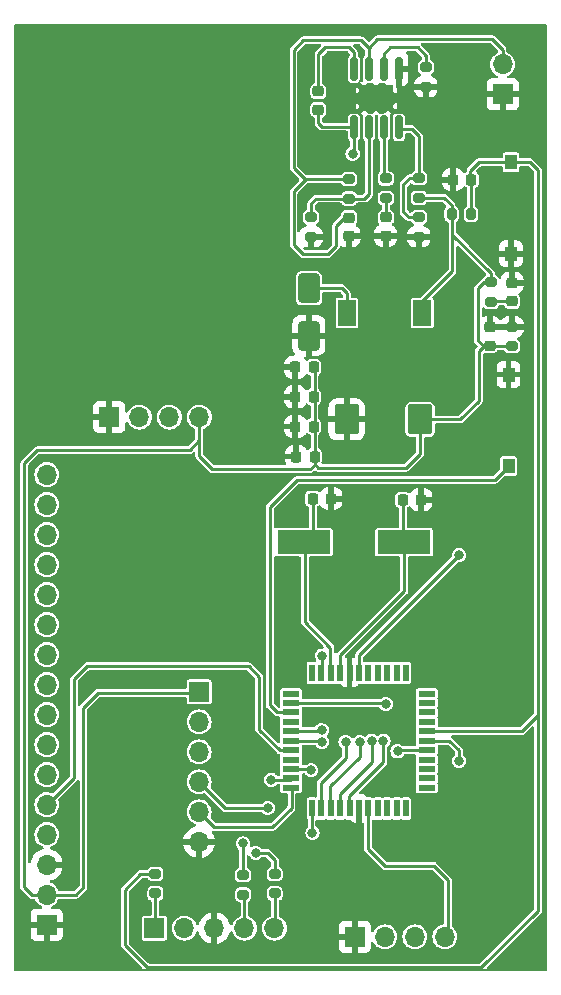
<source format=gtl>
%TF.GenerationSoftware,KiCad,Pcbnew,8.0.7*%
%TF.CreationDate,2025-03-07T17:05:54+07:00*%
%TF.ProjectId,BTL_NGUYENTRUNG,42544c5f-4e47-4555-9945-4e5452554e47,rev?*%
%TF.SameCoordinates,Original*%
%TF.FileFunction,Copper,L1,Top*%
%TF.FilePolarity,Positive*%
%FSLAX46Y46*%
G04 Gerber Fmt 4.6, Leading zero omitted, Abs format (unit mm)*
G04 Created by KiCad (PCBNEW 8.0.7) date 2025-03-07 17:05:54*
%MOMM*%
%LPD*%
G01*
G04 APERTURE LIST*
G04 Aperture macros list*
%AMRoundRect*
0 Rectangle with rounded corners*
0 $1 Rounding radius*
0 $2 $3 $4 $5 $6 $7 $8 $9 X,Y pos of 4 corners*
0 Add a 4 corners polygon primitive as box body*
4,1,4,$2,$3,$4,$5,$6,$7,$8,$9,$2,$3,0*
0 Add four circle primitives for the rounded corners*
1,1,$1+$1,$2,$3*
1,1,$1+$1,$4,$5*
1,1,$1+$1,$6,$7*
1,1,$1+$1,$8,$9*
0 Add four rect primitives between the rounded corners*
20,1,$1+$1,$2,$3,$4,$5,0*
20,1,$1+$1,$4,$5,$6,$7,0*
20,1,$1+$1,$6,$7,$8,$9,0*
20,1,$1+$1,$8,$9,$2,$3,0*%
G04 Aperture macros list end*
%TA.AperFunction,SMDPad,CuDef*%
%ADD10R,1.000000X1.250000*%
%TD*%
%TA.AperFunction,SMDPad,CuDef*%
%ADD11RoundRect,0.225000X0.225000X0.250000X-0.225000X0.250000X-0.225000X-0.250000X0.225000X-0.250000X0*%
%TD*%
%TA.AperFunction,SMDPad,CuDef*%
%ADD12RoundRect,0.200000X-0.275000X0.200000X-0.275000X-0.200000X0.275000X-0.200000X0.275000X0.200000X0*%
%TD*%
%TA.AperFunction,SMDPad,CuDef*%
%ADD13RoundRect,0.225000X0.250000X-0.225000X0.250000X0.225000X-0.250000X0.225000X-0.250000X-0.225000X0*%
%TD*%
%TA.AperFunction,SMDPad,CuDef*%
%ADD14RoundRect,0.225000X-0.225000X-0.250000X0.225000X-0.250000X0.225000X0.250000X-0.225000X0.250000X0*%
%TD*%
%TA.AperFunction,SMDPad,CuDef*%
%ADD15R,0.482600X1.473200*%
%TD*%
%TA.AperFunction,SMDPad,CuDef*%
%ADD16R,1.473200X0.482600*%
%TD*%
%TA.AperFunction,SMDPad,CuDef*%
%ADD17RoundRect,0.200000X0.200000X0.275000X-0.200000X0.275000X-0.200000X-0.275000X0.200000X-0.275000X0*%
%TD*%
%TA.AperFunction,SMDPad,CuDef*%
%ADD18R,1.500000X2.200000*%
%TD*%
%TA.AperFunction,SMDPad,CuDef*%
%ADD19RoundRect,0.150000X0.150000X-0.825000X0.150000X0.825000X-0.150000X0.825000X-0.150000X-0.825000X0*%
%TD*%
%TA.AperFunction,HeatsinkPad*%
%ADD20C,0.500000*%
%TD*%
%TA.AperFunction,HeatsinkPad*%
%ADD21R,3.000000X2.290000*%
%TD*%
%TA.AperFunction,ComponentPad*%
%ADD22R,1.700000X1.700000*%
%TD*%
%TA.AperFunction,ComponentPad*%
%ADD23O,1.700000X1.700000*%
%TD*%
%TA.AperFunction,SMDPad,CuDef*%
%ADD24RoundRect,0.200000X0.275000X-0.200000X0.275000X0.200000X-0.275000X0.200000X-0.275000X-0.200000X0*%
%TD*%
%TA.AperFunction,SMDPad,CuDef*%
%ADD25R,4.500000X2.000000*%
%TD*%
%TA.AperFunction,SMDPad,CuDef*%
%ADD26RoundRect,0.218750X-0.256250X0.218750X-0.256250X-0.218750X0.256250X-0.218750X0.256250X0.218750X0*%
%TD*%
%TA.AperFunction,SMDPad,CuDef*%
%ADD27RoundRect,0.250000X-0.650000X1.000000X-0.650000X-1.000000X0.650000X-1.000000X0.650000X1.000000X0*%
%TD*%
%TA.AperFunction,SMDPad,CuDef*%
%ADD28RoundRect,0.225000X-0.250000X0.225000X-0.250000X-0.225000X0.250000X-0.225000X0.250000X0.225000X0*%
%TD*%
%TA.AperFunction,SMDPad,CuDef*%
%ADD29RoundRect,0.250000X0.787500X1.025000X-0.787500X1.025000X-0.787500X-1.025000X0.787500X-1.025000X0*%
%TD*%
%TA.AperFunction,ViaPad*%
%ADD30C,0.800000*%
%TD*%
%TA.AperFunction,Conductor*%
%ADD31C,0.250000*%
%TD*%
%TA.AperFunction,Profile*%
%ADD32C,0.200000*%
%TD*%
G04 APERTURE END LIST*
D10*
%TO.P,SW1,1,1*%
%TO.N,GND*%
X84100000Y-39575000D03*
%TO.P,SW1,2,2*%
%TO.N,VPP*%
X84100000Y-31825000D03*
%TD*%
D11*
%TO.P,C5,1*%
%TO.N,+5V*%
X67400000Y-54200000D03*
%TO.P,C5,2*%
%TO.N,GND*%
X65850000Y-54200000D03*
%TD*%
D12*
%TO.P,R16,1*%
%TO.N,Net-(U3-FB)*%
X76300000Y-33175000D03*
%TO.P,R16,2*%
%TO.N,+5V*%
X76300000Y-34825000D03*
%TD*%
D11*
%TO.P,C6,1*%
%TO.N,+5V*%
X67400000Y-51690000D03*
%TO.P,C6,2*%
%TO.N,GND*%
X65850000Y-51690000D03*
%TD*%
D13*
%TO.P,C15,1*%
%TO.N,GND*%
X73500000Y-38050000D03*
%TO.P,C15,2*%
%TO.N,Net-(C15-Pad2)*%
X73500000Y-36500000D03*
%TD*%
D14*
%TO.P,C2,1*%
%TO.N,Net-(U1-RA7{slash}OSC1{slash}CLKIN)*%
X74950000Y-60400000D03*
%TO.P,C2,2*%
%TO.N,GND*%
X76500000Y-60400000D03*
%TD*%
D15*
%TO.P,U1,1,RC7/RX/DT*%
%TO.N,/MCU/TX*%
X67237200Y-86540400D03*
%TO.P,U1,2,RD4*%
%TO.N,/MCU/D4*%
X68024600Y-86540400D03*
%TO.P,U1,3,RD5/P1B*%
%TO.N,/MCU/D5*%
X68837400Y-86540400D03*
%TO.P,U1,4,RD6/P1C*%
%TO.N,/MCU/D6*%
X69624800Y-86540400D03*
%TO.P,U1,5,RD7/P1D*%
%TO.N,/MCU/D7*%
X70437600Y-86540400D03*
%TO.P,U1,6,VSS_2*%
%TO.N,GND*%
X71225000Y-86540400D03*
%TO.P,U1,7,VDD*%
%TO.N,+5V*%
X72012400Y-86540400D03*
%TO.P,U1,8,RB0/AN12/INT*%
%TO.N,unconnected-(U1-RB0{slash}AN12{slash}INT-Pad8)*%
X72825200Y-86540400D03*
%TO.P,U1,9,RB1/AN10/C12IN3-*%
%TO.N,unconnected-(U1-RB1{slash}AN10{slash}C12IN3--Pad9)*%
X73612600Y-86540400D03*
%TO.P,U1,10,RB2/AN8*%
%TO.N,unconnected-(U1-RB2{slash}AN8-Pad10)*%
X74425400Y-86540400D03*
%TO.P,U1,11,RB3/AN9/PGM/C12IN2-*%
%TO.N,unconnected-(U1-RB3{slash}AN9{slash}PGM{slash}C12IN2--Pad11)*%
X75212800Y-86540400D03*
D16*
%TO.P,U1,12,NC_2*%
%TO.N,unconnected-(U1-NC_2-Pad12)*%
X76965400Y-84787800D03*
%TO.P,U1,13,NC_4*%
%TO.N,unconnected-(U1-NC_4-Pad13)*%
X76965400Y-84000400D03*
%TO.P,U1,14,RB4/AN11*%
%TO.N,unconnected-(U1-RB4{slash}AN11-Pad14)*%
X76965400Y-83187600D03*
%TO.P,U1,15,RB5/AN13/~T1G*%
%TO.N,unconnected-(U1-RB5{slash}AN13{slash}~T1G-Pad15)*%
X76965400Y-82400200D03*
%TO.P,U1,16,RB6/ICSPCLK*%
%TO.N,Net-(U1-RB6{slash}ICSPCLK)*%
X76965400Y-81587400D03*
%TO.P,U1,17,RB7/ICSPDAT*%
%TO.N,Net-(U1-RB7{slash}ICSPDAT)*%
X76965400Y-80800000D03*
%TO.P,U1,18,RE3/~MCLR/VPP*%
%TO.N,VPP*%
X76965400Y-80012600D03*
%TO.P,U1,19,RA0/AN0/ULPWU/C12IN0-*%
%TO.N,unconnected-(U1-RA0{slash}AN0{slash}ULPWU{slash}C12IN0--Pad19)*%
X76965400Y-79199800D03*
%TO.P,U1,20,RA1/AN1/C12IN1-*%
%TO.N,unconnected-(U1-RA1{slash}AN1{slash}C12IN1--Pad20)*%
X76965400Y-78412400D03*
%TO.P,U1,21,RA2/AN2/VREF-/CVREF/C2IN+*%
%TO.N,unconnected-(U1-RA2{slash}AN2{slash}VREF-{slash}CVREF{slash}C2IN+-Pad21)*%
X76965400Y-77599600D03*
%TO.P,U1,22,RA3/AN3//VREF+/C1IN+*%
%TO.N,unconnected-(U1-RA3{slash}AN3{slash}{slash}VREF+{slash}C1IN+-Pad22)*%
X76965400Y-76812200D03*
D15*
%TO.P,U1,23,RA4/T0CKI/C1OUT*%
%TO.N,unconnected-(U1-RA4{slash}T0CKI{slash}C1OUT-Pad23)*%
X75212800Y-75059600D03*
%TO.P,U1,24,RA5/AN4/~SS/C2OUT*%
%TO.N,unconnected-(U1-RA5{slash}AN4{slash}~SS{slash}C2OUT-Pad24)*%
X74425400Y-75059600D03*
%TO.P,U1,25,RE0/AN5*%
%TO.N,unconnected-(U1-RE0{slash}AN5-Pad25)*%
X73612600Y-75059600D03*
%TO.P,U1,26,RE1/AN6*%
%TO.N,unconnected-(U1-RE1{slash}AN6-Pad26)*%
X72825200Y-75059600D03*
%TO.P,U1,27,RE2/AN7*%
%TO.N,unconnected-(U1-RE2{slash}AN7-Pad27)*%
X72012400Y-75059600D03*
%TO.P,U1,28,VDD_2*%
%TO.N,+5V*%
X71225000Y-75059600D03*
%TO.P,U1,29,VSS*%
%TO.N,GND*%
X70437600Y-75059600D03*
%TO.P,U1,30,RA7/OSC1/CLKIN*%
%TO.N,Net-(U1-RA7{slash}OSC1{slash}CLKIN)*%
X69624800Y-75059600D03*
%TO.P,U1,31,RA6/OSC2/CLKOUT*%
%TO.N,Net-(U1-RA6{slash}OSC2{slash}CLKOUT)*%
X68837400Y-75059600D03*
%TO.P,U1,32,RC0/T1OSO/T1CKI*%
%TO.N,/MCU/DT*%
X68024600Y-75059600D03*
%TO.P,U1,33,NC_3*%
%TO.N,unconnected-(U1-NC_3-Pad33)*%
X67237200Y-75059600D03*
D16*
%TO.P,U1,34,NC*%
%TO.N,unconnected-(U1-NC-Pad34)*%
X65484600Y-76812200D03*
%TO.P,U1,35,RC1/T1OSCI/CCP2*%
%TO.N,/MCU/SCK*%
X65484600Y-77599600D03*
%TO.P,U1,36,RC2/P1A/CCP1*%
%TO.N,Net-(U1-RC2{slash}P1A{slash}CCP1)*%
X65484600Y-78412400D03*
%TO.P,U1,37,RC3/SCK/SCL*%
%TO.N,unconnected-(U1-RC3{slash}SCK{slash}SCL-Pad37)*%
X65484600Y-79199800D03*
%TO.P,U1,38,RD0*%
%TO.N,/MCU/E*%
X65484600Y-80012600D03*
%TO.P,U1,39,RD1*%
%TO.N,/MCU/RS*%
X65484600Y-80800000D03*
%TO.P,U1,40,RD2*%
%TO.N,/MCU/RW*%
X65484600Y-81587400D03*
%TO.P,U1,41,RD3*%
%TO.N,unconnected-(U1-RD3-Pad41)*%
X65484600Y-82400200D03*
%TO.P,U1,42,RC4/SDI/SDA*%
%TO.N,/MCU/ECHO*%
X65484600Y-83187600D03*
%TO.P,U1,43,RC5/SDO*%
%TO.N,/MCU/TR*%
X65484600Y-84000400D03*
%TO.P,U1,44,RC6/TX/CK*%
%TO.N,/MCU/RX*%
X65484600Y-84787800D03*
%TD*%
D13*
%TO.P,C13,1*%
%TO.N,GND*%
X70400000Y-38075000D03*
%TO.P,C13,2*%
%TO.N,12*%
X70400000Y-36525000D03*
%TD*%
D17*
%TO.P,R1,1*%
%TO.N,VPP*%
X80725000Y-36200000D03*
%TO.P,R1,2*%
%TO.N,+5V*%
X79075000Y-36200000D03*
%TD*%
D11*
%TO.P,C7,1*%
%TO.N,+5V*%
X67400000Y-49180000D03*
%TO.P,C7,2*%
%TO.N,GND*%
X65850000Y-49180000D03*
%TD*%
D18*
%TO.P,L2,1,1*%
%TO.N,Net-(D3-K)*%
X70200000Y-44600000D03*
%TO.P,L2,2,2*%
%TO.N,+5V*%
X76600000Y-44600000D03*
%TD*%
D10*
%TO.P,SW2,1,1*%
%TO.N,Net-(U1-RC2{slash}P1A{slash}CCP1)*%
X83900000Y-57550000D03*
%TO.P,SW2,2,2*%
%TO.N,GND*%
X83900000Y-49800000D03*
%TD*%
D19*
%TO.P,U3,1,SW*%
%TO.N,Net-(D3-K)*%
X70795000Y-28875000D03*
%TO.P,U3,2,EN*%
%TO.N,Net-(U3-EN)*%
X72065000Y-28875000D03*
%TO.P,U3,3,COMP*%
%TO.N,Net-(U3-COMP)*%
X73335000Y-28875000D03*
%TO.P,U3,4,FB*%
%TO.N,Net-(U3-FB)*%
X74605000Y-28875000D03*
%TO.P,U3,5,GND*%
%TO.N,GND*%
X74605000Y-23925000D03*
%TO.P,U3,6,FREQ*%
%TO.N,Net-(U3-FREQ)*%
X73335000Y-23925000D03*
%TO.P,U3,7,VIN*%
%TO.N,12*%
X72065000Y-23925000D03*
%TO.P,U3,8,BST*%
%TO.N,Net-(U3-BST)*%
X70795000Y-23925000D03*
D20*
%TO.P,U3,9,EPAD*%
%TO.N,GND*%
X71700000Y-27050000D03*
X72700000Y-27050000D03*
X73700000Y-27050000D03*
D21*
X72700000Y-26400000D03*
D20*
X71700000Y-25750000D03*
X72700000Y-25750000D03*
X73700000Y-25750000D03*
%TD*%
D22*
%TO.P,J2,1,Pin_1*%
%TO.N,GND*%
X44800000Y-96380000D03*
D23*
%TO.P,J2,2,Pin_2*%
%TO.N,+5V*%
X44800000Y-93840000D03*
%TO.P,J2,3,Pin_3*%
%TO.N,GND*%
X44800000Y-91300000D03*
%TO.P,J2,4,Pin_4*%
%TO.N,/MCU/RS*%
X44800000Y-88760000D03*
%TO.P,J2,5,Pin_5*%
%TO.N,/MCU/RW*%
X44800000Y-86220000D03*
%TO.P,J2,6,Pin_6*%
%TO.N,/MCU/E*%
X44800000Y-83680000D03*
%TO.P,J2,7,Pin_7*%
%TO.N,/MCU/D0*%
X44800000Y-81140000D03*
%TO.P,J2,8,Pin_8*%
%TO.N,/MCU/D1*%
X44800000Y-78600000D03*
%TO.P,J2,9,Pin_9*%
%TO.N,/MCU/D2*%
X44800000Y-76060000D03*
%TO.P,J2,10,Pin_10*%
%TO.N,/MCU/D3*%
X44800000Y-73520000D03*
%TO.P,J2,11,Pin_11*%
%TO.N,/MCU/D4*%
X44800000Y-70980000D03*
%TO.P,J2,12,Pin_12*%
%TO.N,/MCU/D5*%
X44800000Y-68440000D03*
%TO.P,J2,13,Pin_13*%
%TO.N,/MCU/D6*%
X44800000Y-65900000D03*
%TO.P,J2,14,Pin_14*%
%TO.N,/MCU/D7*%
X44800000Y-63360000D03*
%TO.P,J2,15,Pin_15*%
%TO.N,/MCU/A*%
X44800000Y-60820000D03*
%TO.P,J2,16,Pin_16*%
%TO.N,/MCU/K*%
X44800000Y-58280000D03*
%TD*%
D24*
%TO.P,R17,1*%
%TO.N,GND*%
X76300000Y-38125000D03*
%TO.P,R17,2*%
%TO.N,Net-(U3-FB)*%
X76300000Y-36475000D03*
%TD*%
%TO.P,R12,1*%
%TO.N,Net-(U3-EN)*%
X70400000Y-34900000D03*
%TO.P,R12,2*%
%TO.N,12*%
X70400000Y-33250000D03*
%TD*%
D12*
%TO.P,R20,1*%
%TO.N,VPP*%
X54000000Y-92075000D03*
%TO.P,R20,2*%
%TO.N,Net-(J5-Pin_1)*%
X54000000Y-93725000D03*
%TD*%
D22*
%TO.P,J7,1,Pin_1*%
%TO.N,GND*%
X70880000Y-97400000D03*
D23*
%TO.P,J7,2,Pin_2*%
%TO.N,/MCU/TR*%
X73420000Y-97400000D03*
%TO.P,J7,3,Pin_3*%
%TO.N,/MCU/ECHO*%
X75960000Y-97400000D03*
%TO.P,J7,4,Pin_4*%
%TO.N,+5V*%
X78500000Y-97400000D03*
%TD*%
D11*
%TO.P,C1,1*%
%TO.N,VPP*%
X80750000Y-33300000D03*
%TO.P,C1,2*%
%TO.N,GND*%
X79200000Y-33300000D03*
%TD*%
D25*
%TO.P,Y1,1,1*%
%TO.N,Net-(U1-RA6{slash}OSC2{slash}CLKOUT)*%
X66550000Y-64000000D03*
%TO.P,Y1,2,2*%
%TO.N,Net-(U1-RA7{slash}OSC1{slash}CLKIN)*%
X75050000Y-64000000D03*
%TD*%
D24*
%TO.P,R14,1*%
%TO.N,GND*%
X76900000Y-25425000D03*
%TO.P,R14,2*%
%TO.N,Net-(U3-FREQ)*%
X76900000Y-23775000D03*
%TD*%
D26*
%TO.P,D4,1,K*%
%TO.N,GND*%
X84200000Y-42025000D03*
%TO.P,D4,2,A*%
%TO.N,Net-(D4-A)*%
X84200000Y-43600000D03*
%TD*%
D27*
%TO.P,D3,1,K*%
%TO.N,Net-(D3-K)*%
X67000000Y-42500000D03*
%TO.P,D3,2,A*%
%TO.N,GND*%
X67000000Y-46500000D03*
%TD*%
D14*
%TO.P,C3,1*%
%TO.N,Net-(U1-RA6{slash}OSC2{slash}CLKOUT)*%
X67325000Y-60300000D03*
%TO.P,C3,2*%
%TO.N,GND*%
X68875000Y-60300000D03*
%TD*%
D22*
%TO.P,J1,1,Pin_1*%
%TO.N,+5V*%
X57700000Y-76660000D03*
D23*
%TO.P,J1,2,Pin_2*%
%TO.N,unconnected-(J1-Pin_2-Pad2)*%
X57700000Y-79200000D03*
%TO.P,J1,3,Pin_3*%
%TO.N,unconnected-(J1-Pin_3-Pad3)*%
X57700000Y-81740000D03*
%TO.P,J1,4,Pin_4*%
%TO.N,/MCU/TX*%
X57700000Y-84280000D03*
%TO.P,J1,5,Pin_5*%
%TO.N,/MCU/RX*%
X57700000Y-86820000D03*
%TO.P,J1,6,Pin_6*%
%TO.N,GND*%
X57700000Y-89360000D03*
%TD*%
D24*
%TO.P,R18,1*%
%TO.N,Net-(D4-A)*%
X82400000Y-43637500D03*
%TO.P,R18,2*%
%TO.N,+5V*%
X82400000Y-41987500D03*
%TD*%
%TO.P,R13,1*%
%TO.N,GND*%
X67200000Y-38125000D03*
%TO.P,R13,2*%
%TO.N,Net-(U3-EN)*%
X67200000Y-36475000D03*
%TD*%
D12*
%TO.P,R11,1*%
%TO.N,GND*%
X84200000Y-45750000D03*
%TO.P,R11,2*%
%TO.N,+5V*%
X84200000Y-47400000D03*
%TD*%
D28*
%TO.P,C16,1*%
%TO.N,GND*%
X82300000Y-45800000D03*
%TO.P,C16,2*%
%TO.N,+5V*%
X82300000Y-47350000D03*
%TD*%
D24*
%TO.P,R15,1*%
%TO.N,Net-(C15-Pad2)*%
X73500000Y-34850000D03*
%TO.P,R15,2*%
%TO.N,Net-(U3-COMP)*%
X73500000Y-33200000D03*
%TD*%
D22*
%TO.P,J8,1,Pin_1*%
%TO.N,GND*%
X50100000Y-53400000D03*
D23*
%TO.P,J8,2,Pin_2*%
%TO.N,/MCU/DT*%
X52640000Y-53400000D03*
%TO.P,J8,3,Pin_3*%
%TO.N,/MCU/SCK*%
X55180000Y-53400000D03*
%TO.P,J8,4,Pin_4*%
%TO.N,+5V*%
X57720000Y-53400000D03*
%TD*%
D24*
%TO.P,R22,1*%
%TO.N,Net-(J5-Pin_5)*%
X64100000Y-93725000D03*
%TO.P,R22,2*%
%TO.N,Net-(U1-RB6{slash}ICSPCLK)*%
X64100000Y-92075000D03*
%TD*%
D22*
%TO.P,J10,1,Pin_1*%
%TO.N,GND*%
X83400000Y-26075000D03*
D23*
%TO.P,J10,2,Pin_2*%
%TO.N,12*%
X83400000Y-23535000D03*
%TD*%
D22*
%TO.P,J5,1,Pin_1*%
%TO.N,Net-(J5-Pin_1)*%
X53920000Y-96677500D03*
D23*
%TO.P,J5,2,Pin_2*%
%TO.N,+5V*%
X56460000Y-96677500D03*
%TO.P,J5,3,Pin_3*%
%TO.N,GND*%
X59000000Y-96677500D03*
%TO.P,J5,4,Pin_4*%
%TO.N,Net-(J5-Pin_4)*%
X61540000Y-96677500D03*
%TO.P,J5,5,Pin_5*%
%TO.N,Net-(J5-Pin_5)*%
X64080000Y-96677500D03*
%TD*%
D29*
%TO.P,C8,1*%
%TO.N,+5V*%
X76412500Y-53600000D03*
%TO.P,C8,2*%
%TO.N,GND*%
X70187500Y-53600000D03*
%TD*%
D24*
%TO.P,R21,1*%
%TO.N,Net-(J5-Pin_4)*%
X61400000Y-93825000D03*
%TO.P,R21,2*%
%TO.N,Net-(U1-RB7{slash}ICSPDAT)*%
X61400000Y-92175000D03*
%TD*%
D28*
%TO.P,C14,1*%
%TO.N,Net-(U3-BST)*%
X67800000Y-25825000D03*
%TO.P,C14,2*%
%TO.N,Net-(D3-K)*%
X67800000Y-27375000D03*
%TD*%
D11*
%TO.P,C4,1*%
%TO.N,+5V*%
X67472500Y-56740000D03*
%TO.P,C4,2*%
%TO.N,GND*%
X65922500Y-56740000D03*
%TD*%
D30*
%TO.N,GND*%
X71200000Y-67900000D03*
X70300000Y-68800000D03*
X71200000Y-68800000D03*
X70300000Y-67900000D03*
%TO.N,+5V*%
X79700000Y-65100000D03*
X76412500Y-53600000D03*
%TO.N,/MCU/ECHO*%
X67200000Y-83300000D03*
%TO.N,/MCU/D7*%
X73300000Y-80800000D03*
%TO.N,/MCU/DT*%
X68100000Y-73600000D03*
%TO.N,/MCU/D6*%
X72300000Y-80800000D03*
%TO.N,/MCU/D4*%
X70100000Y-80900000D03*
%TO.N,/MCU/E*%
X68071265Y-79896570D03*
%TO.N,/MCU/D5*%
X71299994Y-80900000D03*
%TO.N,/MCU/SCK*%
X73500000Y-77700000D03*
%TO.N,/MCU/RS*%
X68100499Y-80896145D03*
%TO.N,Net-(D3-K)*%
X70200000Y-44600000D03*
X70700000Y-31100000D03*
%TO.N,/MCU/TR*%
X63800000Y-84100000D03*
%TO.N,/MCU/TX*%
X63500000Y-86500000D03*
X67300000Y-88600000D03*
%TO.N,Net-(U1-RB7{slash}ICSPDAT)*%
X79700000Y-82500000D03*
X61400000Y-89500000D03*
%TO.N,Net-(U1-RB6{slash}ICSPCLK)*%
X62500000Y-90300000D03*
X74500000Y-81700000D03*
%TD*%
D31*
%TO.N,Net-(U1-RA6{slash}OSC2{slash}CLKOUT)*%
X67325000Y-60300000D02*
X67325000Y-63225000D01*
X67325000Y-63225000D02*
X66550000Y-64000000D01*
X68825000Y-72925000D02*
X66650000Y-70750000D01*
X68825000Y-75100000D02*
X68825000Y-72925000D01*
X66650000Y-70750000D02*
X66650000Y-64100000D01*
X66650000Y-64100000D02*
X66550000Y-64000000D01*
%TO.N,GND*%
X65922500Y-49252500D02*
X65995000Y-49180000D01*
%TO.N,Net-(U1-RA7{slash}OSC1{slash}CLKIN)*%
X75050000Y-64000000D02*
X75050000Y-68150000D01*
X69625000Y-73575000D02*
X69625000Y-75100000D01*
X74950000Y-63900000D02*
X75050000Y-64000000D01*
X74950000Y-60400000D02*
X74950000Y-63900000D01*
X75050000Y-68150000D02*
X69625000Y-73575000D01*
%TO.N,+5V*%
X82400000Y-41987500D02*
X81812500Y-41987500D01*
X75200000Y-57700000D02*
X67800000Y-57700000D01*
X67472500Y-56740000D02*
X67472500Y-49252500D01*
X76612500Y-53400000D02*
X76412500Y-53600000D01*
X42900000Y-57300000D02*
X42900000Y-93200000D01*
X82350000Y-47400000D02*
X82300000Y-47350000D01*
X43540000Y-93840000D02*
X44800000Y-93840000D01*
X79150000Y-41050000D02*
X79150000Y-36200000D01*
X79150000Y-37950000D02*
X79150000Y-36200000D01*
X77025000Y-34825000D02*
X76300000Y-34825000D01*
X76300000Y-34825000D02*
X78425000Y-34825000D01*
X73422500Y-91400000D02*
X72025000Y-90002500D01*
X76412500Y-53600000D02*
X76412500Y-56487500D01*
X76600000Y-43600000D02*
X79150000Y-41050000D01*
X58800000Y-57800000D02*
X67100000Y-57800000D01*
X77600000Y-91400000D02*
X73422500Y-91400000D01*
X81400000Y-52000000D02*
X81400000Y-47800000D01*
X67472500Y-49252500D02*
X67400000Y-49180000D01*
X44000000Y-56200000D02*
X42900000Y-57300000D01*
X67472500Y-49252500D02*
X67545000Y-49180000D01*
X67800000Y-57700000D02*
X67472500Y-57372500D01*
X57720000Y-56720000D02*
X58800000Y-57800000D01*
X76412500Y-56487500D02*
X75200000Y-57700000D01*
X78800000Y-92600000D02*
X77600000Y-91400000D01*
X67472500Y-57372500D02*
X67472500Y-56740000D01*
X81850000Y-47350000D02*
X82300000Y-47350000D01*
X82400000Y-41200000D02*
X79150000Y-37950000D01*
X79800000Y-53600000D02*
X81400000Y-52000000D01*
X81750000Y-47350000D02*
X82300000Y-47350000D01*
X72025000Y-90002500D02*
X72025000Y-86500000D01*
X57600000Y-76760000D02*
X49140000Y-76760000D01*
X67472500Y-57427500D02*
X67472500Y-56740000D01*
X78800000Y-96777500D02*
X78800000Y-92600000D01*
X84200000Y-47400000D02*
X82350000Y-47400000D01*
X47900000Y-78000000D02*
X47900000Y-93200000D01*
X81300000Y-46900000D02*
X81750000Y-47350000D01*
X57720000Y-53400000D02*
X57720000Y-55380000D01*
X57700000Y-76660000D02*
X57600000Y-76760000D01*
X82400000Y-41987500D02*
X82400000Y-41200000D01*
X79075000Y-35475000D02*
X79075000Y-36200000D01*
X47900000Y-93200000D02*
X47260000Y-93840000D01*
X79150000Y-36200000D02*
X78975000Y-36200000D01*
X81812500Y-41987500D02*
X81300000Y-42500000D01*
X76412500Y-53600000D02*
X79800000Y-53600000D01*
X81300000Y-42500000D02*
X81300000Y-46900000D01*
X49140000Y-76760000D02*
X47900000Y-78000000D01*
X67100000Y-57800000D02*
X67472500Y-57427500D01*
X57720000Y-53400000D02*
X57720000Y-56720000D01*
X76600000Y-44600000D02*
X76600000Y-43600000D01*
X71225000Y-73575000D02*
X71225000Y-75100000D01*
X81400000Y-47800000D02*
X81850000Y-47350000D01*
X42900000Y-93200000D02*
X43540000Y-93840000D01*
X47260000Y-93840000D02*
X44800000Y-93840000D01*
X78425000Y-34825000D02*
X79075000Y-35475000D01*
X56900000Y-56200000D02*
X44000000Y-56200000D01*
X57720000Y-55380000D02*
X56900000Y-56200000D01*
X79700000Y-65100000D02*
X71225000Y-73575000D01*
%TO.N,VPP*%
X86400000Y-32500000D02*
X86400000Y-95200000D01*
X52725000Y-92075000D02*
X54000000Y-92075000D01*
X51400000Y-93400000D02*
X52725000Y-92075000D01*
X51400000Y-98100000D02*
X51400000Y-93400000D01*
X80675000Y-33025000D02*
X80675000Y-32525000D01*
X80675000Y-32525000D02*
X81375000Y-31825000D01*
X86400000Y-78600000D02*
X86400000Y-58100000D01*
X80750000Y-36150000D02*
X80800000Y-36200000D01*
X84100000Y-31825000D02*
X85725000Y-31825000D01*
X80750000Y-33300000D02*
X80750000Y-36150000D01*
X86400000Y-95200000D02*
X81600000Y-100000000D01*
X81375000Y-31825000D02*
X84100000Y-31825000D01*
X85725000Y-31825000D02*
X86400000Y-32500000D01*
X76925000Y-80000000D02*
X85000000Y-80000000D01*
X53300000Y-100000000D02*
X51400000Y-98100000D01*
X85000000Y-80000000D02*
X86400000Y-78600000D01*
X81600000Y-100000000D02*
X53300000Y-100000000D01*
%TO.N,/MCU/ECHO*%
X65525000Y-83200000D02*
X67100000Y-83200000D01*
X67100000Y-83200000D02*
X67200000Y-83300000D01*
%TO.N,/MCU/D7*%
X73300000Y-80800000D02*
X73300000Y-82625000D01*
X70425000Y-85500000D02*
X70425000Y-86500000D01*
X73300000Y-82625000D02*
X70425000Y-85500000D01*
X70425000Y-86500000D02*
X70400000Y-86525000D01*
%TO.N,/MCU/DT*%
X68100000Y-73600000D02*
X68100000Y-75025000D01*
X68100000Y-75025000D02*
X68025000Y-75100000D01*
%TO.N,/MCU/D6*%
X69625000Y-85275000D02*
X69625000Y-86500000D01*
X72300000Y-82600000D02*
X69625000Y-85275000D01*
X72300000Y-80800000D02*
X72300000Y-82600000D01*
%TO.N,/MCU/D4*%
X68025000Y-84375000D02*
X68025000Y-86500000D01*
X70100000Y-82300000D02*
X68025000Y-84375000D01*
X70100000Y-80900000D02*
X70100000Y-82300000D01*
%TO.N,/MCU/E*%
X67967835Y-80000000D02*
X65525000Y-80000000D01*
X68071265Y-79896570D02*
X67967835Y-80000000D01*
%TO.N,/MCU/D5*%
X71299994Y-80900000D02*
X71299994Y-82200006D01*
X68825000Y-86500000D02*
X68900000Y-86575000D01*
X68825000Y-84675000D02*
X68825000Y-86500000D01*
X71299994Y-82200006D02*
X68825000Y-84675000D01*
%TO.N,/MCU/SCK*%
X73400000Y-77600000D02*
X65525000Y-77600000D01*
X73500000Y-77700000D02*
X73400000Y-77600000D01*
%TO.N,/MCU/RS*%
X68100499Y-80896145D02*
X68004354Y-80800000D01*
X68004354Y-80800000D02*
X65525000Y-80800000D01*
%TO.N,/MCU/RW*%
X65525000Y-81600000D02*
X64525000Y-81600000D01*
X61900000Y-74500000D02*
X48200000Y-74500000D01*
X48200000Y-74500000D02*
X47100000Y-75600000D01*
X62800000Y-79875000D02*
X62800000Y-75400000D01*
X47100000Y-83920000D02*
X44800000Y-86220000D01*
X62800000Y-75400000D02*
X61900000Y-74500000D01*
X47100000Y-75600000D02*
X47100000Y-83920000D01*
X64525000Y-81600000D02*
X62800000Y-79875000D01*
%TO.N,Net-(U1-RC2{slash}P1A{slash}CCP1)*%
X82750000Y-58700000D02*
X83900000Y-57550000D01*
X64300000Y-78400000D02*
X63700000Y-77800000D01*
X63700000Y-61000000D02*
X66000000Y-58700000D01*
X63700000Y-77800000D02*
X63700000Y-61000000D01*
X66000000Y-58700000D02*
X82750000Y-58700000D01*
X65525000Y-78400000D02*
X64300000Y-78400000D01*
%TO.N,Net-(D3-K)*%
X70720000Y-28800000D02*
X70795000Y-28875000D01*
X70700000Y-31100000D02*
X70795000Y-31005000D01*
X70200000Y-42900000D02*
X70200000Y-44600000D01*
X67000000Y-42500000D02*
X69800000Y-42500000D01*
X70000000Y-44800000D02*
X70200000Y-44600000D01*
X69800000Y-42500000D02*
X70200000Y-42900000D01*
X70795000Y-31005000D02*
X70795000Y-29037500D01*
X67800000Y-28500000D02*
X68100000Y-28800000D01*
X67800000Y-27375000D02*
X67800000Y-28500000D01*
X68100000Y-28800000D02*
X70720000Y-28800000D01*
%TO.N,Net-(U3-BST)*%
X67800000Y-22700000D02*
X68400000Y-22100000D01*
X67800000Y-25825000D02*
X67800000Y-22700000D01*
X70795000Y-22495000D02*
X70795000Y-23762500D01*
X70400000Y-22100000D02*
X70795000Y-22495000D01*
X68400000Y-22100000D02*
X70400000Y-22100000D01*
%TO.N,Net-(C15-Pad2)*%
X73500000Y-36500000D02*
X73500000Y-34850000D01*
%TO.N,Net-(D4-A)*%
X84200000Y-43600000D02*
X82437500Y-43600000D01*
X82437500Y-43600000D02*
X82400000Y-43637500D01*
%TO.N,Net-(J5-Pin_4)*%
X61425000Y-96272500D02*
X60920000Y-96777500D01*
X61400000Y-93825000D02*
X61540000Y-93965000D01*
X60875000Y-96732500D02*
X60920000Y-96777500D01*
X61540000Y-93965000D02*
X61540000Y-96677500D01*
%TO.N,Net-(J5-Pin_1)*%
X54000000Y-96597500D02*
X53920000Y-96677500D01*
X54000000Y-93725000D02*
X54000000Y-96597500D01*
%TO.N,Net-(J5-Pin_5)*%
X64100000Y-96657500D02*
X64080000Y-96677500D01*
X63460000Y-96777500D02*
X63460000Y-96860000D01*
X63460000Y-96860000D02*
X63500000Y-96900000D01*
X64100000Y-93625000D02*
X64100000Y-96657500D01*
%TO.N,/MCU/TR*%
X65425000Y-84100000D02*
X65525000Y-84000000D01*
X63800000Y-84100000D02*
X65425000Y-84100000D01*
%TO.N,Net-(U3-EN)*%
X72065000Y-29037500D02*
X72065000Y-34535000D01*
X72065000Y-34535000D02*
X71700000Y-34900000D01*
X71700000Y-34900000D02*
X70600000Y-34900000D01*
X67200000Y-35300000D02*
X67200000Y-36675000D01*
X70400000Y-34900000D02*
X67600000Y-34900000D01*
X67600000Y-34900000D02*
X67200000Y-35300000D01*
%TO.N,Net-(U3-FREQ)*%
X76200000Y-22100000D02*
X73900000Y-22100000D01*
X73335000Y-22665000D02*
X73335000Y-23762500D01*
X73900000Y-22100000D02*
X73335000Y-22665000D01*
X76900000Y-23775000D02*
X76900000Y-22800000D01*
X76900000Y-22800000D02*
X76200000Y-22100000D01*
%TO.N,Net-(U3-COMP)*%
X73335000Y-29037500D02*
X73335000Y-33035000D01*
X73335000Y-33035000D02*
X73500000Y-33200000D01*
%TO.N,Net-(U3-FB)*%
X76300000Y-29600000D02*
X76300000Y-33175000D01*
X75000000Y-36000000D02*
X75000000Y-33700000D01*
X75475000Y-36475000D02*
X75000000Y-36000000D01*
X75000000Y-33700000D02*
X75525000Y-33175000D01*
X74605000Y-29037500D02*
X75737500Y-29037500D01*
X75737500Y-29037500D02*
X76300000Y-29600000D01*
X76300000Y-36475000D02*
X75475000Y-36475000D01*
X75525000Y-33175000D02*
X76300000Y-33175000D01*
%TO.N,/MCU/TX*%
X57700000Y-84280000D02*
X59920000Y-86500000D01*
X67225000Y-88525000D02*
X67300000Y-88600000D01*
X59920000Y-86500000D02*
X63500000Y-86500000D01*
X67225000Y-86500000D02*
X67225000Y-88525000D01*
X63100000Y-86500000D02*
X63500000Y-86500000D01*
%TO.N,/MCU/RX*%
X65525000Y-84800000D02*
X65525000Y-86475000D01*
X58980000Y-88100000D02*
X57800000Y-86920000D01*
X65525000Y-86475000D02*
X63900000Y-88100000D01*
X63900000Y-88100000D02*
X58980000Y-88100000D01*
%TO.N,12*%
X82500000Y-21400000D02*
X83400000Y-22300000D01*
X72065000Y-22135000D02*
X72800000Y-21400000D01*
X69300000Y-37200000D02*
X69300000Y-38900000D01*
X70600000Y-33250000D02*
X68050000Y-33250000D01*
X65700000Y-22300000D02*
X66500000Y-21500000D01*
X70400000Y-36525000D02*
X69975000Y-36525000D01*
X72065000Y-23925000D02*
X72065000Y-22135000D01*
X66750000Y-33250000D02*
X67150000Y-33250000D01*
X83400000Y-22300000D02*
X83400000Y-23535000D01*
X65700000Y-34300000D02*
X66750000Y-33250000D01*
X66500000Y-39600000D02*
X65700000Y-38800000D01*
X69300000Y-38900000D02*
X68600000Y-39600000D01*
X67150000Y-33250000D02*
X66650000Y-33250000D01*
X65700000Y-38800000D02*
X65700000Y-34300000D01*
X72065000Y-22165000D02*
X72065000Y-22135000D01*
X72800000Y-21400000D02*
X82500000Y-21400000D01*
X68600000Y-39600000D02*
X66500000Y-39600000D01*
X66650000Y-33250000D02*
X65700000Y-32300000D01*
X68050000Y-33250000D02*
X67150000Y-33250000D01*
X71400000Y-21500000D02*
X72065000Y-22165000D01*
X65700000Y-32300000D02*
X65700000Y-22300000D01*
X66500000Y-21500000D02*
X71400000Y-21500000D01*
X69975000Y-36525000D02*
X69300000Y-37200000D01*
%TO.N,Net-(U1-RB7{slash}ICSPDAT)*%
X79700000Y-81600000D02*
X79700000Y-82500000D01*
X61400000Y-89500000D02*
X61400000Y-92175000D01*
X78900000Y-80800000D02*
X79700000Y-81600000D01*
X76925000Y-80800000D02*
X78900000Y-80800000D01*
%TO.N,Net-(U1-RB6{slash}ICSPCLK)*%
X64100000Y-90900000D02*
X64100000Y-91975000D01*
X62500000Y-90300000D02*
X63500000Y-90300000D01*
X74500000Y-81700000D02*
X74600000Y-81600000D01*
X74600000Y-81600000D02*
X76925000Y-81600000D01*
X63500000Y-90300000D02*
X64100000Y-90900000D01*
%TD*%
%TA.AperFunction,Conductor*%
%TO.N,GND*%
G36*
X87042884Y-20219685D02*
G01*
X87088639Y-20272489D01*
X87099845Y-20324154D01*
X87000528Y-100076154D01*
X86980760Y-100143169D01*
X86927899Y-100188858D01*
X86876528Y-100200000D01*
X82159689Y-100200000D01*
X82092650Y-100180315D01*
X82046895Y-100127511D01*
X82036951Y-100058353D01*
X82065976Y-99994797D01*
X82072008Y-99988319D01*
X84353320Y-97707007D01*
X86660465Y-95399862D01*
X86703318Y-95325639D01*
X86725500Y-95242853D01*
X86725500Y-95157147D01*
X86725500Y-32457147D01*
X86710017Y-32399362D01*
X86710017Y-32399361D01*
X86710017Y-32399360D01*
X86703318Y-32374361D01*
X86660465Y-32300138D01*
X85924862Y-31564535D01*
X85887750Y-31543108D01*
X85850640Y-31521682D01*
X85809246Y-31510591D01*
X85767853Y-31499500D01*
X85767852Y-31499500D01*
X84924500Y-31499500D01*
X84857461Y-31479815D01*
X84811706Y-31427011D01*
X84800500Y-31375500D01*
X84800500Y-31180249D01*
X84800499Y-31180247D01*
X84788868Y-31121770D01*
X84788867Y-31121769D01*
X84744552Y-31055447D01*
X84678230Y-31011132D01*
X84678229Y-31011131D01*
X84619752Y-30999500D01*
X84619748Y-30999500D01*
X83580252Y-30999500D01*
X83580247Y-30999500D01*
X83521770Y-31011131D01*
X83521769Y-31011132D01*
X83455447Y-31055447D01*
X83411132Y-31121769D01*
X83411131Y-31121770D01*
X83399500Y-31180247D01*
X83399500Y-31375500D01*
X83379815Y-31442539D01*
X83327011Y-31488294D01*
X83275500Y-31499500D01*
X81332147Y-31499500D01*
X81249362Y-31521682D01*
X81249355Y-31521685D01*
X81175144Y-31564530D01*
X81175136Y-31564536D01*
X80414537Y-32325135D01*
X80414533Y-32325141D01*
X80371681Y-32399361D01*
X80371682Y-32399362D01*
X80349500Y-32482147D01*
X80349500Y-32585884D01*
X80329815Y-32652923D01*
X80281796Y-32696368D01*
X80271780Y-32701471D01*
X80252825Y-32720426D01*
X80191501Y-32753910D01*
X80121809Y-32748924D01*
X80065876Y-32707052D01*
X80059606Y-32697840D01*
X79997571Y-32597266D01*
X79877732Y-32477427D01*
X79877728Y-32477424D01*
X79733492Y-32388457D01*
X79733481Y-32388452D01*
X79572606Y-32335144D01*
X79473322Y-32325000D01*
X79450000Y-32325000D01*
X79450000Y-34274999D01*
X79473308Y-34274999D01*
X79473322Y-34274998D01*
X79572607Y-34264855D01*
X79733481Y-34211547D01*
X79733492Y-34211542D01*
X79877728Y-34122575D01*
X79877732Y-34122572D01*
X79997573Y-34002731D01*
X80059606Y-33902160D01*
X80111554Y-33855435D01*
X80180516Y-33844212D01*
X80244599Y-33872056D01*
X80252826Y-33879575D01*
X80271774Y-33898523D01*
X80271777Y-33898525D01*
X80271780Y-33898528D01*
X80356795Y-33941845D01*
X80407590Y-33989818D01*
X80424500Y-34052329D01*
X80424500Y-35450728D01*
X80404815Y-35517767D01*
X80356796Y-35561212D01*
X80286659Y-35596949D01*
X80286652Y-35596954D01*
X80196954Y-35686652D01*
X80196951Y-35686657D01*
X80139352Y-35799698D01*
X80124500Y-35893475D01*
X80124500Y-36506517D01*
X80135292Y-36574657D01*
X80139354Y-36600304D01*
X80196950Y-36713342D01*
X80196952Y-36713344D01*
X80196954Y-36713347D01*
X80286652Y-36803045D01*
X80286654Y-36803046D01*
X80286658Y-36803050D01*
X80394750Y-36858126D01*
X80399698Y-36860647D01*
X80493475Y-36875499D01*
X80493481Y-36875500D01*
X80956518Y-36875499D01*
X81050304Y-36860646D01*
X81163342Y-36803050D01*
X81253050Y-36713342D01*
X81310646Y-36600304D01*
X81310646Y-36600302D01*
X81310647Y-36600301D01*
X81325499Y-36506524D01*
X81325500Y-36506519D01*
X81325499Y-35893482D01*
X81310646Y-35799696D01*
X81253050Y-35686658D01*
X81253046Y-35686654D01*
X81253045Y-35686652D01*
X81163347Y-35596954D01*
X81163343Y-35596951D01*
X81163342Y-35596950D01*
X81143204Y-35586689D01*
X81092409Y-35538714D01*
X81075500Y-35476205D01*
X81075500Y-34052329D01*
X81095185Y-33985290D01*
X81143203Y-33941845D01*
X81228220Y-33898528D01*
X81323528Y-33803220D01*
X81384719Y-33683126D01*
X81391042Y-33643205D01*
X81400500Y-33583493D01*
X81400500Y-33016506D01*
X81384720Y-32916878D01*
X81384719Y-32916876D01*
X81384719Y-32916874D01*
X81323528Y-32796780D01*
X81323526Y-32796778D01*
X81323523Y-32796774D01*
X81228225Y-32701476D01*
X81228221Y-32701473D01*
X81228220Y-32701472D01*
X81201843Y-32688032D01*
X81151048Y-32640057D01*
X81134253Y-32572236D01*
X81156791Y-32506102D01*
X81170445Y-32489880D01*
X81473510Y-32186816D01*
X81534831Y-32153334D01*
X81561189Y-32150500D01*
X83275500Y-32150500D01*
X83342539Y-32170185D01*
X83388294Y-32222989D01*
X83399500Y-32274500D01*
X83399500Y-32469752D01*
X83411131Y-32528229D01*
X83411132Y-32528230D01*
X83455447Y-32594552D01*
X83521769Y-32638867D01*
X83521770Y-32638868D01*
X83580247Y-32650499D01*
X83580250Y-32650500D01*
X83580252Y-32650500D01*
X84619750Y-32650500D01*
X84619751Y-32650499D01*
X84637595Y-32646950D01*
X84678229Y-32638868D01*
X84678229Y-32638867D01*
X84678231Y-32638867D01*
X84744552Y-32594552D01*
X84788867Y-32528231D01*
X84788867Y-32528229D01*
X84788868Y-32528229D01*
X84798034Y-32482147D01*
X84800500Y-32469748D01*
X84800500Y-32274500D01*
X84820185Y-32207461D01*
X84872989Y-32161706D01*
X84924500Y-32150500D01*
X85538811Y-32150500D01*
X85605850Y-32170185D01*
X85626492Y-32186819D01*
X86038181Y-32598508D01*
X86071666Y-32659831D01*
X86074500Y-32686189D01*
X86074500Y-78413811D01*
X86054815Y-78480850D01*
X86038181Y-78501492D01*
X84901492Y-79638181D01*
X84840169Y-79671666D01*
X84813811Y-79674500D01*
X78011097Y-79674500D01*
X77944058Y-79654815D01*
X77898303Y-79602011D01*
X77888359Y-79532853D01*
X77889480Y-79526309D01*
X77902499Y-79460852D01*
X77902500Y-79460850D01*
X77902500Y-78938749D01*
X77902499Y-78938747D01*
X77890868Y-78880270D01*
X77887342Y-78874994D01*
X77866462Y-78808317D01*
X77884945Y-78740936D01*
X77887342Y-78737206D01*
X77890868Y-78731929D01*
X77902499Y-78673452D01*
X77902500Y-78673450D01*
X77902500Y-78151349D01*
X77902499Y-78151347D01*
X77890868Y-78092871D01*
X77890867Y-78092869D01*
X77878854Y-78074890D01*
X77857976Y-78008216D01*
X77876459Y-77940835D01*
X77878839Y-77937131D01*
X77890867Y-77919131D01*
X77894013Y-77903318D01*
X77902499Y-77860652D01*
X77902500Y-77860650D01*
X77902500Y-77338549D01*
X77902499Y-77338547D01*
X77890868Y-77280070D01*
X77887342Y-77274794D01*
X77866462Y-77208117D01*
X77884945Y-77140736D01*
X77887342Y-77137006D01*
X77890868Y-77131729D01*
X77902499Y-77073252D01*
X77902500Y-77073250D01*
X77902500Y-76551149D01*
X77902499Y-76551147D01*
X77890868Y-76492670D01*
X77890867Y-76492669D01*
X77846552Y-76426347D01*
X77780230Y-76382032D01*
X77780229Y-76382031D01*
X77721752Y-76370400D01*
X77721748Y-76370400D01*
X76209052Y-76370400D01*
X76209047Y-76370400D01*
X76150570Y-76382031D01*
X76150569Y-76382032D01*
X76084247Y-76426347D01*
X76039932Y-76492669D01*
X76039931Y-76492670D01*
X76028300Y-76551147D01*
X76028300Y-77073252D01*
X76039931Y-77131729D01*
X76039933Y-77131732D01*
X76043460Y-77137011D01*
X76064337Y-77203689D01*
X76045851Y-77271068D01*
X76043460Y-77274789D01*
X76039933Y-77280067D01*
X76039931Y-77280070D01*
X76028300Y-77338547D01*
X76028300Y-77860652D01*
X76039931Y-77919129D01*
X76051946Y-77937110D01*
X76072823Y-78003787D01*
X76054338Y-78071167D01*
X76051946Y-78074890D01*
X76039932Y-78092870D01*
X76039931Y-78092870D01*
X76028300Y-78151347D01*
X76028300Y-78673452D01*
X76039931Y-78731929D01*
X76039933Y-78731932D01*
X76043460Y-78737211D01*
X76064337Y-78803889D01*
X76045851Y-78871268D01*
X76043460Y-78874989D01*
X76039933Y-78880267D01*
X76039931Y-78880270D01*
X76028300Y-78938747D01*
X76028300Y-79460852D01*
X76039931Y-79519329D01*
X76051946Y-79537310D01*
X76072823Y-79603987D01*
X76054338Y-79671367D01*
X76051946Y-79675090D01*
X76039932Y-79693070D01*
X76039931Y-79693070D01*
X76028300Y-79751547D01*
X76028300Y-80273652D01*
X76039931Y-80332129D01*
X76039933Y-80332132D01*
X76043460Y-80337411D01*
X76064337Y-80404089D01*
X76045851Y-80471468D01*
X76043460Y-80475189D01*
X76039933Y-80480467D01*
X76039931Y-80480470D01*
X76028300Y-80538947D01*
X76028300Y-81061047D01*
X76041281Y-81126310D01*
X76035052Y-81195901D01*
X75992189Y-81251078D01*
X75926299Y-81274322D01*
X75919663Y-81274500D01*
X74974001Y-81274500D01*
X74906962Y-81254815D01*
X74898515Y-81248876D01*
X74802842Y-81175464D01*
X74656762Y-81114956D01*
X74656760Y-81114955D01*
X74500001Y-81094318D01*
X74499999Y-81094318D01*
X74343239Y-81114955D01*
X74343237Y-81114956D01*
X74197160Y-81175463D01*
X74071718Y-81271718D01*
X73975463Y-81397160D01*
X73914956Y-81543237D01*
X73914955Y-81543239D01*
X73894318Y-81699998D01*
X73894318Y-81700001D01*
X73914955Y-81856760D01*
X73914956Y-81856762D01*
X73971325Y-81992850D01*
X73975464Y-82002841D01*
X74071718Y-82128282D01*
X74197159Y-82224536D01*
X74343238Y-82285044D01*
X74421619Y-82295363D01*
X74499999Y-82305682D01*
X74500000Y-82305682D01*
X74500001Y-82305682D01*
X74552254Y-82298802D01*
X74656762Y-82285044D01*
X74802841Y-82224536D01*
X74928282Y-82128282D01*
X75024536Y-82002841D01*
X75024864Y-82002050D01*
X75025318Y-82001486D01*
X75028602Y-81995799D01*
X75029488Y-81996310D01*
X75068704Y-81947645D01*
X75134997Y-81925579D01*
X75139426Y-81925500D01*
X75919703Y-81925500D01*
X75986742Y-81945185D01*
X76032497Y-81997989D01*
X76042441Y-82067147D01*
X76041320Y-82073691D01*
X76028300Y-82139147D01*
X76028300Y-82661252D01*
X76039931Y-82719729D01*
X76039933Y-82719732D01*
X76043460Y-82725011D01*
X76064337Y-82791689D01*
X76045851Y-82859068D01*
X76043460Y-82862789D01*
X76039933Y-82868067D01*
X76039931Y-82868070D01*
X76028300Y-82926547D01*
X76028300Y-83448652D01*
X76039931Y-83507129D01*
X76051946Y-83525110D01*
X76072823Y-83591787D01*
X76054338Y-83659167D01*
X76051946Y-83662890D01*
X76039932Y-83680870D01*
X76039931Y-83680870D01*
X76028300Y-83739347D01*
X76028300Y-84261452D01*
X76039931Y-84319929D01*
X76039933Y-84319932D01*
X76043460Y-84325211D01*
X76064337Y-84391889D01*
X76045851Y-84459268D01*
X76043460Y-84462989D01*
X76039933Y-84468267D01*
X76039931Y-84468270D01*
X76028300Y-84526747D01*
X76028300Y-85048852D01*
X76039931Y-85107329D01*
X76039932Y-85107330D01*
X76084247Y-85173652D01*
X76150569Y-85217967D01*
X76150570Y-85217968D01*
X76209047Y-85229599D01*
X76209050Y-85229600D01*
X76209052Y-85229600D01*
X77721750Y-85229600D01*
X77721751Y-85229599D01*
X77736568Y-85226652D01*
X77780229Y-85217968D01*
X77780229Y-85217967D01*
X77780231Y-85217967D01*
X77846552Y-85173652D01*
X77890867Y-85107331D01*
X77890867Y-85107329D01*
X77890868Y-85107329D01*
X77902499Y-85048852D01*
X77902500Y-85048850D01*
X77902500Y-84526749D01*
X77902499Y-84526747D01*
X77890868Y-84468270D01*
X77887342Y-84462994D01*
X77866462Y-84396317D01*
X77884945Y-84328936D01*
X77887342Y-84325206D01*
X77890868Y-84319929D01*
X77902499Y-84261452D01*
X77902500Y-84261450D01*
X77902500Y-83739349D01*
X77902499Y-83739347D01*
X77890868Y-83680871D01*
X77890286Y-83680000D01*
X77878854Y-83662890D01*
X77857976Y-83596216D01*
X77876459Y-83528835D01*
X77878839Y-83525131D01*
X77890867Y-83507131D01*
X77902500Y-83448648D01*
X77902500Y-82926552D01*
X77902500Y-82926549D01*
X77902499Y-82926547D01*
X77890868Y-82868070D01*
X77887342Y-82862794D01*
X77866462Y-82796117D01*
X77884945Y-82728736D01*
X77887342Y-82725006D01*
X77890868Y-82719729D01*
X77901186Y-82667852D01*
X77902500Y-82661248D01*
X77902500Y-82139152D01*
X77902500Y-82139149D01*
X77902499Y-82139147D01*
X77890868Y-82080671D01*
X77884884Y-82071715D01*
X77878854Y-82062691D01*
X77857976Y-81996016D01*
X77876459Y-81928635D01*
X77878839Y-81924931D01*
X77890867Y-81906931D01*
X77891587Y-81903314D01*
X77902499Y-81848452D01*
X77902500Y-81848450D01*
X77902500Y-81326349D01*
X77902499Y-81326347D01*
X77892026Y-81273691D01*
X77898253Y-81204099D01*
X77941117Y-81148922D01*
X78007006Y-81125678D01*
X78013643Y-81125500D01*
X78713811Y-81125500D01*
X78780850Y-81145185D01*
X78801492Y-81161819D01*
X79338181Y-81698508D01*
X79371666Y-81759831D01*
X79374500Y-81786189D01*
X79374500Y-81931699D01*
X79354815Y-81998738D01*
X79325988Y-82030074D01*
X79271720Y-82071715D01*
X79175463Y-82197160D01*
X79114956Y-82343237D01*
X79114955Y-82343239D01*
X79094318Y-82499998D01*
X79094318Y-82500001D01*
X79114955Y-82656760D01*
X79114956Y-82656762D01*
X79172457Y-82795583D01*
X79175464Y-82802841D01*
X79271718Y-82928282D01*
X79397159Y-83024536D01*
X79543238Y-83085044D01*
X79607825Y-83093547D01*
X79699999Y-83105682D01*
X79700000Y-83105682D01*
X79700001Y-83105682D01*
X79752254Y-83098802D01*
X79856762Y-83085044D01*
X80002841Y-83024536D01*
X80128282Y-82928282D01*
X80224536Y-82802841D01*
X80285044Y-82656762D01*
X80305682Y-82500000D01*
X80285044Y-82343238D01*
X80224536Y-82197159D01*
X80128282Y-82071718D01*
X80128280Y-82071716D01*
X80128279Y-82071715D01*
X80074012Y-82030074D01*
X80032810Y-81973646D01*
X80025500Y-81931699D01*
X80025500Y-81557149D01*
X80025500Y-81557147D01*
X80006180Y-81485044D01*
X80003318Y-81474361D01*
X79999817Y-81468298D01*
X79975598Y-81426349D01*
X79960465Y-81400138D01*
X79099862Y-80539535D01*
X79097508Y-80537181D01*
X79064023Y-80475858D01*
X79069007Y-80406166D01*
X79110879Y-80350233D01*
X79176343Y-80325816D01*
X79185189Y-80325500D01*
X85042851Y-80325500D01*
X85042853Y-80325500D01*
X85125639Y-80303318D01*
X85199862Y-80260465D01*
X85862819Y-79597508D01*
X85924142Y-79564023D01*
X85993834Y-79569007D01*
X86049767Y-79610879D01*
X86074184Y-79676343D01*
X86074500Y-79685189D01*
X86074500Y-95013811D01*
X86054815Y-95080850D01*
X86038181Y-95101492D01*
X81501492Y-99638181D01*
X81440169Y-99671666D01*
X81413811Y-99674500D01*
X53486188Y-99674500D01*
X53419149Y-99654815D01*
X53398507Y-99638181D01*
X51761819Y-98001492D01*
X51728334Y-97940169D01*
X51725500Y-97913811D01*
X51725500Y-95807747D01*
X52869500Y-95807747D01*
X52869500Y-97547252D01*
X52881131Y-97605729D01*
X52881132Y-97605730D01*
X52925447Y-97672052D01*
X52991769Y-97716367D01*
X52991770Y-97716368D01*
X53050247Y-97727999D01*
X53050250Y-97728000D01*
X53050252Y-97728000D01*
X54789750Y-97728000D01*
X54789751Y-97727999D01*
X54804568Y-97725052D01*
X54848229Y-97716368D01*
X54848229Y-97716367D01*
X54848231Y-97716367D01*
X54914552Y-97672052D01*
X54958867Y-97605731D01*
X54958867Y-97605729D01*
X54958868Y-97605729D01*
X54968922Y-97555182D01*
X54970500Y-97547248D01*
X54970500Y-96677500D01*
X55404417Y-96677500D01*
X55424699Y-96883432D01*
X55440935Y-96936954D01*
X55484768Y-97081454D01*
X55582315Y-97263950D01*
X55616969Y-97306177D01*
X55713589Y-97423910D01*
X55810209Y-97503202D01*
X55873550Y-97555185D01*
X56056046Y-97652732D01*
X56254066Y-97712800D01*
X56254065Y-97712800D01*
X56272529Y-97714618D01*
X56460000Y-97733083D01*
X56665934Y-97712800D01*
X56863954Y-97652732D01*
X57046450Y-97555185D01*
X57206410Y-97423910D01*
X57337685Y-97263950D01*
X57435232Y-97081454D01*
X57455406Y-97014946D01*
X57493702Y-96956510D01*
X57557514Y-96928053D01*
X57626581Y-96938612D01*
X57678975Y-96984836D01*
X57693841Y-97018849D01*
X57726567Y-97140986D01*
X57726570Y-97140992D01*
X57826399Y-97355078D01*
X57961894Y-97548582D01*
X58128917Y-97715605D01*
X58322421Y-97851100D01*
X58536507Y-97950929D01*
X58536516Y-97950933D01*
X58750000Y-98008134D01*
X58750000Y-97110512D01*
X58807007Y-97143425D01*
X58934174Y-97177500D01*
X59065826Y-97177500D01*
X59192993Y-97143425D01*
X59250000Y-97110512D01*
X59250000Y-98008133D01*
X59463483Y-97950933D01*
X59463492Y-97950929D01*
X59677578Y-97851100D01*
X59871082Y-97715605D01*
X60038105Y-97548582D01*
X60173600Y-97355078D01*
X60273429Y-97140992D01*
X60273433Y-97140983D01*
X60306158Y-97018850D01*
X60342522Y-96959190D01*
X60405369Y-96928660D01*
X60474745Y-96936954D01*
X60528623Y-96981439D01*
X60544593Y-97014947D01*
X60564768Y-97081454D01*
X60662315Y-97263950D01*
X60696969Y-97306177D01*
X60793589Y-97423910D01*
X60890209Y-97503202D01*
X60953550Y-97555185D01*
X61136046Y-97652732D01*
X61334066Y-97712800D01*
X61334065Y-97712800D01*
X61352529Y-97714618D01*
X61540000Y-97733083D01*
X61745934Y-97712800D01*
X61943954Y-97652732D01*
X62126450Y-97555185D01*
X62286410Y-97423910D01*
X62417685Y-97263950D01*
X62515232Y-97081454D01*
X62575300Y-96883434D01*
X62595583Y-96677500D01*
X63024417Y-96677500D01*
X63044699Y-96883432D01*
X63060935Y-96936954D01*
X63104768Y-97081454D01*
X63202315Y-97263950D01*
X63236969Y-97306177D01*
X63333589Y-97423910D01*
X63430209Y-97503202D01*
X63493550Y-97555185D01*
X63676046Y-97652732D01*
X63874066Y-97712800D01*
X63874065Y-97712800D01*
X63892529Y-97714618D01*
X64080000Y-97733083D01*
X64285934Y-97712800D01*
X64483954Y-97652732D01*
X64666450Y-97555185D01*
X64826410Y-97423910D01*
X64957685Y-97263950D01*
X65055232Y-97081454D01*
X65115300Y-96883434D01*
X65135583Y-96677500D01*
X65118313Y-96502155D01*
X69530000Y-96502155D01*
X69530000Y-97150000D01*
X70446988Y-97150000D01*
X70414075Y-97207007D01*
X70380000Y-97334174D01*
X70380000Y-97465826D01*
X70414075Y-97592993D01*
X70446988Y-97650000D01*
X69530000Y-97650000D01*
X69530000Y-98297844D01*
X69536401Y-98357372D01*
X69536403Y-98357379D01*
X69586645Y-98492086D01*
X69586649Y-98492093D01*
X69672809Y-98607187D01*
X69672812Y-98607190D01*
X69787906Y-98693350D01*
X69787913Y-98693354D01*
X69922620Y-98743596D01*
X69922627Y-98743598D01*
X69982155Y-98749999D01*
X69982172Y-98750000D01*
X70630000Y-98750000D01*
X70630000Y-97833012D01*
X70687007Y-97865925D01*
X70814174Y-97900000D01*
X70945826Y-97900000D01*
X71072993Y-97865925D01*
X71130000Y-97833012D01*
X71130000Y-98750000D01*
X71777828Y-98750000D01*
X71777844Y-98749999D01*
X71837372Y-98743598D01*
X71837379Y-98743596D01*
X71972086Y-98693354D01*
X71972093Y-98693350D01*
X72087187Y-98607190D01*
X72087190Y-98607187D01*
X72173350Y-98492093D01*
X72173354Y-98492086D01*
X72223596Y-98357379D01*
X72223598Y-98357372D01*
X72229999Y-98297844D01*
X72230000Y-98297827D01*
X72230000Y-97897186D01*
X72249685Y-97830147D01*
X72302489Y-97784392D01*
X72371647Y-97774448D01*
X72435203Y-97803473D01*
X72463356Y-97838729D01*
X72542315Y-97986450D01*
X72576969Y-98028677D01*
X72673589Y-98146410D01*
X72770131Y-98225639D01*
X72833550Y-98277685D01*
X73016046Y-98375232D01*
X73214066Y-98435300D01*
X73214065Y-98435300D01*
X73232529Y-98437118D01*
X73420000Y-98455583D01*
X73625934Y-98435300D01*
X73823954Y-98375232D01*
X74006450Y-98277685D01*
X74166410Y-98146410D01*
X74297685Y-97986450D01*
X74395232Y-97803954D01*
X74455300Y-97605934D01*
X74475583Y-97400000D01*
X74904417Y-97400000D01*
X74924699Y-97605932D01*
X74924700Y-97605934D01*
X74984768Y-97803954D01*
X75082315Y-97986450D01*
X75116969Y-98028677D01*
X75213589Y-98146410D01*
X75310131Y-98225639D01*
X75373550Y-98277685D01*
X75556046Y-98375232D01*
X75754066Y-98435300D01*
X75754065Y-98435300D01*
X75772529Y-98437118D01*
X75960000Y-98455583D01*
X76165934Y-98435300D01*
X76363954Y-98375232D01*
X76546450Y-98277685D01*
X76706410Y-98146410D01*
X76837685Y-97986450D01*
X76935232Y-97803954D01*
X76995300Y-97605934D01*
X77015583Y-97400000D01*
X76995300Y-97194066D01*
X76935232Y-96996046D01*
X76837685Y-96813550D01*
X76780054Y-96743326D01*
X76706410Y-96653589D01*
X76546452Y-96522317D01*
X76546453Y-96522317D01*
X76546450Y-96522315D01*
X76363954Y-96424768D01*
X76165934Y-96364700D01*
X76165932Y-96364699D01*
X76165934Y-96364699D01*
X75960000Y-96344417D01*
X75754067Y-96364699D01*
X75556043Y-96424769D01*
X75468494Y-96471566D01*
X75373550Y-96522315D01*
X75373548Y-96522316D01*
X75373547Y-96522317D01*
X75213589Y-96653589D01*
X75082317Y-96813547D01*
X74984769Y-96996043D01*
X74924699Y-97194067D01*
X74904417Y-97400000D01*
X74475583Y-97400000D01*
X74455300Y-97194066D01*
X74395232Y-96996046D01*
X74297685Y-96813550D01*
X74240054Y-96743326D01*
X74166410Y-96653589D01*
X74006452Y-96522317D01*
X74006453Y-96522317D01*
X74006450Y-96522315D01*
X73823954Y-96424768D01*
X73625934Y-96364700D01*
X73625932Y-96364699D01*
X73625934Y-96364699D01*
X73420000Y-96344417D01*
X73214067Y-96364699D01*
X73016043Y-96424769D01*
X72928494Y-96471566D01*
X72833550Y-96522315D01*
X72833548Y-96522316D01*
X72833547Y-96522317D01*
X72673589Y-96653589D01*
X72569767Y-96780099D01*
X72542315Y-96813550D01*
X72470887Y-96947181D01*
X72463358Y-96961267D01*
X72414395Y-97011111D01*
X72346257Y-97026571D01*
X72280578Y-97002739D01*
X72238209Y-96947181D01*
X72230000Y-96902813D01*
X72230000Y-96502172D01*
X72229999Y-96502155D01*
X72223598Y-96442627D01*
X72223596Y-96442620D01*
X72173354Y-96307913D01*
X72173350Y-96307906D01*
X72087190Y-96192812D01*
X72087187Y-96192809D01*
X71972093Y-96106649D01*
X71972086Y-96106645D01*
X71837379Y-96056403D01*
X71837372Y-96056401D01*
X71777844Y-96050000D01*
X71130000Y-96050000D01*
X71130000Y-96966988D01*
X71072993Y-96934075D01*
X70945826Y-96900000D01*
X70814174Y-96900000D01*
X70687007Y-96934075D01*
X70630000Y-96966988D01*
X70630000Y-96050000D01*
X69982155Y-96050000D01*
X69922627Y-96056401D01*
X69922620Y-96056403D01*
X69787913Y-96106645D01*
X69787906Y-96106649D01*
X69672812Y-96192809D01*
X69672809Y-96192812D01*
X69586649Y-96307906D01*
X69586645Y-96307913D01*
X69536403Y-96442620D01*
X69536401Y-96442627D01*
X69530000Y-96502155D01*
X65118313Y-96502155D01*
X65115300Y-96471566D01*
X65055232Y-96273546D01*
X64957685Y-96091050D01*
X64866468Y-95979901D01*
X64826410Y-95931089D01*
X64676121Y-95807752D01*
X64666450Y-95799815D01*
X64571356Y-95748986D01*
X64491046Y-95706058D01*
X64441202Y-95657095D01*
X64425500Y-95596700D01*
X64425500Y-94424748D01*
X64445185Y-94357709D01*
X64493205Y-94314263D01*
X64500304Y-94310646D01*
X64613342Y-94253050D01*
X64703050Y-94163342D01*
X64760646Y-94050304D01*
X64760646Y-94050302D01*
X64760647Y-94050301D01*
X64775499Y-93956524D01*
X64775500Y-93956519D01*
X64775499Y-93493482D01*
X64760646Y-93399696D01*
X64703050Y-93286658D01*
X64703046Y-93286654D01*
X64703045Y-93286652D01*
X64613347Y-93196954D01*
X64613344Y-93196952D01*
X64613342Y-93196950D01*
X64520319Y-93149552D01*
X64500301Y-93139352D01*
X64406524Y-93124500D01*
X63793482Y-93124500D01*
X63712519Y-93137323D01*
X63699696Y-93139354D01*
X63586658Y-93196950D01*
X63586657Y-93196951D01*
X63586652Y-93196954D01*
X63496954Y-93286652D01*
X63496951Y-93286657D01*
X63496950Y-93286658D01*
X63491704Y-93296954D01*
X63439352Y-93399698D01*
X63424500Y-93493475D01*
X63424500Y-93956517D01*
X63435292Y-94024657D01*
X63439354Y-94050304D01*
X63496950Y-94163342D01*
X63496952Y-94163344D01*
X63496954Y-94163347D01*
X63586652Y-94253045D01*
X63586656Y-94253048D01*
X63586658Y-94253050D01*
X63699696Y-94310646D01*
X63699699Y-94310646D01*
X63706795Y-94314262D01*
X63757591Y-94362236D01*
X63774500Y-94424747D01*
X63774500Y-95580437D01*
X63754815Y-95647476D01*
X63702011Y-95693231D01*
X63686501Y-95699096D01*
X63676045Y-95702268D01*
X63668955Y-95706058D01*
X63493550Y-95799815D01*
X63493548Y-95799816D01*
X63493547Y-95799817D01*
X63333589Y-95931089D01*
X63202317Y-96091047D01*
X63202315Y-96091050D01*
X63193977Y-96106649D01*
X63104769Y-96273543D01*
X63044699Y-96471567D01*
X63024417Y-96677500D01*
X62595583Y-96677500D01*
X62575300Y-96471566D01*
X62515232Y-96273546D01*
X62417685Y-96091050D01*
X62326468Y-95979901D01*
X62286410Y-95931089D01*
X62136121Y-95807752D01*
X62126450Y-95799815D01*
X61943954Y-95702268D01*
X61942049Y-95701479D01*
X61941203Y-95700798D01*
X61938581Y-95699396D01*
X61938846Y-95698898D01*
X61887645Y-95657638D01*
X61865579Y-95591344D01*
X61865500Y-95586917D01*
X61865500Y-94450990D01*
X61885185Y-94383951D01*
X61907166Y-94360675D01*
X61906441Y-94359950D01*
X61913339Y-94353051D01*
X61913342Y-94353050D01*
X62003050Y-94263342D01*
X62060646Y-94150304D01*
X62060646Y-94150302D01*
X62060647Y-94150301D01*
X62075499Y-94056524D01*
X62075500Y-94056519D01*
X62075499Y-93593482D01*
X62060646Y-93499696D01*
X62003050Y-93386658D01*
X62003046Y-93386654D01*
X62003045Y-93386652D01*
X61913347Y-93296954D01*
X61913344Y-93296952D01*
X61913342Y-93296950D01*
X61828159Y-93253547D01*
X61800301Y-93239352D01*
X61706524Y-93224500D01*
X61093482Y-93224500D01*
X61012519Y-93237323D01*
X60999696Y-93239354D01*
X60886658Y-93296950D01*
X60886657Y-93296951D01*
X60886652Y-93296954D01*
X60796954Y-93386652D01*
X60796951Y-93386657D01*
X60796950Y-93386658D01*
X60790222Y-93399863D01*
X60739352Y-93499698D01*
X60724500Y-93593475D01*
X60724500Y-94056517D01*
X60735292Y-94124657D01*
X60739354Y-94150304D01*
X60796950Y-94263342D01*
X60796952Y-94263344D01*
X60796954Y-94263347D01*
X60886652Y-94353045D01*
X60886654Y-94353046D01*
X60886658Y-94353050D01*
X60999696Y-94410646D01*
X60999698Y-94410647D01*
X61093476Y-94425500D01*
X61098332Y-94425882D01*
X61098183Y-94427769D01*
X61157484Y-94445148D01*
X61203267Y-94497928D01*
X61214500Y-94549499D01*
X61214500Y-95586917D01*
X61194815Y-95653956D01*
X61142011Y-95699711D01*
X61137951Y-95701479D01*
X61136045Y-95702268D01*
X61128955Y-95706058D01*
X60953550Y-95799815D01*
X60953548Y-95799816D01*
X60953547Y-95799817D01*
X60793589Y-95931089D01*
X60662317Y-96091047D01*
X60662315Y-96091050D01*
X60653977Y-96106649D01*
X60564767Y-96273546D01*
X60544593Y-96340052D01*
X60506296Y-96398490D01*
X60442483Y-96426947D01*
X60373416Y-96416386D01*
X60321023Y-96370161D01*
X60306158Y-96336149D01*
X60273433Y-96214016D01*
X60273429Y-96214007D01*
X60173600Y-95999922D01*
X60173599Y-95999920D01*
X60038113Y-95806426D01*
X60038108Y-95806420D01*
X59871082Y-95639394D01*
X59677578Y-95503899D01*
X59463492Y-95404070D01*
X59463486Y-95404067D01*
X59250000Y-95346864D01*
X59250000Y-96244488D01*
X59192993Y-96211575D01*
X59065826Y-96177500D01*
X58934174Y-96177500D01*
X58807007Y-96211575D01*
X58750000Y-96244488D01*
X58750000Y-95346864D01*
X58749999Y-95346864D01*
X58536513Y-95404067D01*
X58536507Y-95404070D01*
X58322422Y-95503899D01*
X58322420Y-95503900D01*
X58128926Y-95639386D01*
X58128920Y-95639391D01*
X57961891Y-95806420D01*
X57961886Y-95806426D01*
X57826400Y-95999920D01*
X57826399Y-95999922D01*
X57726570Y-96214007D01*
X57726567Y-96214014D01*
X57693841Y-96336150D01*
X57657476Y-96395810D01*
X57594629Y-96426339D01*
X57525253Y-96418044D01*
X57471375Y-96373559D01*
X57455406Y-96340052D01*
X57435232Y-96273546D01*
X57337685Y-96091050D01*
X57246468Y-95979901D01*
X57206410Y-95931089D01*
X57056121Y-95807752D01*
X57046450Y-95799815D01*
X56863954Y-95702268D01*
X56665934Y-95642200D01*
X56665932Y-95642199D01*
X56665934Y-95642199D01*
X56460000Y-95621917D01*
X56254067Y-95642199D01*
X56119736Y-95682948D01*
X56064476Y-95699711D01*
X56056043Y-95702269D01*
X55968114Y-95749269D01*
X55873550Y-95799815D01*
X55873548Y-95799816D01*
X55873547Y-95799817D01*
X55713589Y-95931089D01*
X55582317Y-96091047D01*
X55582315Y-96091050D01*
X55573977Y-96106649D01*
X55484769Y-96273543D01*
X55424699Y-96471567D01*
X55404417Y-96677500D01*
X54970500Y-96677500D01*
X54970500Y-95807752D01*
X54970500Y-95807749D01*
X54970499Y-95807747D01*
X54958868Y-95749270D01*
X54958867Y-95749269D01*
X54914552Y-95682947D01*
X54848230Y-95638632D01*
X54848229Y-95638631D01*
X54789752Y-95627000D01*
X54789748Y-95627000D01*
X54449500Y-95627000D01*
X54382461Y-95607315D01*
X54336706Y-95554511D01*
X54325500Y-95503000D01*
X54325500Y-94424748D01*
X54345185Y-94357709D01*
X54393205Y-94314263D01*
X54400304Y-94310646D01*
X54513342Y-94253050D01*
X54603050Y-94163342D01*
X54660646Y-94050304D01*
X54660646Y-94050302D01*
X54660647Y-94050301D01*
X54675499Y-93956524D01*
X54675500Y-93956519D01*
X54675499Y-93493482D01*
X54660646Y-93399696D01*
X54603050Y-93286658D01*
X54603046Y-93286654D01*
X54603045Y-93286652D01*
X54513347Y-93196954D01*
X54513344Y-93196952D01*
X54513342Y-93196950D01*
X54420319Y-93149552D01*
X54400301Y-93139352D01*
X54306524Y-93124500D01*
X53693482Y-93124500D01*
X53612519Y-93137323D01*
X53599696Y-93139354D01*
X53486658Y-93196950D01*
X53486657Y-93196951D01*
X53486652Y-93196954D01*
X53396954Y-93286652D01*
X53396951Y-93286657D01*
X53396950Y-93286658D01*
X53391704Y-93296954D01*
X53339352Y-93399698D01*
X53324500Y-93493475D01*
X53324500Y-93956517D01*
X53335292Y-94024657D01*
X53339354Y-94050304D01*
X53396950Y-94163342D01*
X53396952Y-94163344D01*
X53396954Y-94163347D01*
X53486652Y-94253045D01*
X53486656Y-94253048D01*
X53486658Y-94253050D01*
X53599696Y-94310646D01*
X53599699Y-94310646D01*
X53606795Y-94314262D01*
X53657591Y-94362236D01*
X53674500Y-94424747D01*
X53674500Y-95503000D01*
X53654815Y-95570039D01*
X53602011Y-95615794D01*
X53550500Y-95627000D01*
X53050247Y-95627000D01*
X52991770Y-95638631D01*
X52991769Y-95638632D01*
X52925447Y-95682947D01*
X52881132Y-95749269D01*
X52881131Y-95749270D01*
X52869500Y-95807747D01*
X51725500Y-95807747D01*
X51725500Y-93586189D01*
X51745185Y-93519150D01*
X51761819Y-93498508D01*
X52823508Y-92436819D01*
X52884831Y-92403334D01*
X52911189Y-92400500D01*
X53263467Y-92400500D01*
X53330506Y-92420185D01*
X53373950Y-92468203D01*
X53396950Y-92513342D01*
X53396952Y-92513344D01*
X53396954Y-92513347D01*
X53486652Y-92603045D01*
X53486654Y-92603046D01*
X53486658Y-92603050D01*
X53599694Y-92660645D01*
X53599698Y-92660647D01*
X53693475Y-92675499D01*
X53693481Y-92675500D01*
X54306518Y-92675499D01*
X54400304Y-92660646D01*
X54513342Y-92603050D01*
X54603050Y-92513342D01*
X54660646Y-92400304D01*
X54660646Y-92400302D01*
X54660647Y-92400301D01*
X54675499Y-92306524D01*
X54675500Y-92306519D01*
X54675499Y-91943475D01*
X60724500Y-91943475D01*
X60724500Y-92406517D01*
X60734270Y-92468205D01*
X60739354Y-92500304D01*
X60796950Y-92613342D01*
X60796952Y-92613344D01*
X60796954Y-92613347D01*
X60886652Y-92703045D01*
X60886654Y-92703046D01*
X60886658Y-92703050D01*
X60999694Y-92760645D01*
X60999698Y-92760647D01*
X61093475Y-92775499D01*
X61093481Y-92775500D01*
X61706518Y-92775499D01*
X61800304Y-92760646D01*
X61913342Y-92703050D01*
X62003050Y-92613342D01*
X62060646Y-92500304D01*
X62060646Y-92500302D01*
X62060647Y-92500301D01*
X62071282Y-92433147D01*
X62075500Y-92406519D01*
X62075499Y-91943482D01*
X62060646Y-91849696D01*
X62003050Y-91736658D01*
X62003046Y-91736654D01*
X62003045Y-91736652D01*
X61913347Y-91646954D01*
X61913344Y-91646952D01*
X61913342Y-91646950D01*
X61800304Y-91589354D01*
X61800303Y-91589353D01*
X61793205Y-91585737D01*
X61742409Y-91537762D01*
X61725500Y-91475252D01*
X61725500Y-90622764D01*
X61745185Y-90555725D01*
X61797989Y-90509970D01*
X61867147Y-90500026D01*
X61930703Y-90529051D01*
X61964061Y-90575312D01*
X61975462Y-90602838D01*
X61975463Y-90602840D01*
X61975464Y-90602841D01*
X62071718Y-90728282D01*
X62197159Y-90824536D01*
X62343238Y-90885044D01*
X62421619Y-90895363D01*
X62499999Y-90905682D01*
X62500000Y-90905682D01*
X62500001Y-90905682D01*
X62552254Y-90898802D01*
X62656762Y-90885044D01*
X62802841Y-90824536D01*
X62928282Y-90728282D01*
X62969923Y-90674013D01*
X63026351Y-90632811D01*
X63068299Y-90625500D01*
X63313811Y-90625500D01*
X63380850Y-90645185D01*
X63401492Y-90661819D01*
X63738181Y-90998508D01*
X63771666Y-91059831D01*
X63774500Y-91086189D01*
X63774500Y-91375252D01*
X63754815Y-91442291D01*
X63706795Y-91485737D01*
X63699696Y-91489353D01*
X63699696Y-91489354D01*
X63586658Y-91546950D01*
X63586657Y-91546951D01*
X63586652Y-91546954D01*
X63496954Y-91636652D01*
X63496951Y-91636657D01*
X63496950Y-91636658D01*
X63491704Y-91646954D01*
X63439352Y-91749698D01*
X63424500Y-91843475D01*
X63424500Y-92306517D01*
X63429503Y-92338105D01*
X63439354Y-92400304D01*
X63496950Y-92513342D01*
X63496952Y-92513344D01*
X63496954Y-92513347D01*
X63586652Y-92603045D01*
X63586654Y-92603046D01*
X63586658Y-92603050D01*
X63699694Y-92660645D01*
X63699698Y-92660647D01*
X63793475Y-92675499D01*
X63793481Y-92675500D01*
X64406518Y-92675499D01*
X64500304Y-92660646D01*
X64613342Y-92603050D01*
X64703050Y-92513342D01*
X64760646Y-92400304D01*
X64760646Y-92400302D01*
X64760647Y-92400301D01*
X64775499Y-92306524D01*
X64775500Y-92306519D01*
X64775499Y-91843482D01*
X64760646Y-91749696D01*
X64703050Y-91636658D01*
X64703046Y-91636654D01*
X64703045Y-91636652D01*
X64613347Y-91546954D01*
X64613344Y-91546952D01*
X64613342Y-91546950D01*
X64500304Y-91489354D01*
X64500303Y-91489353D01*
X64493205Y-91485737D01*
X64442409Y-91437762D01*
X64425500Y-91375252D01*
X64425500Y-90857149D01*
X64425500Y-90857147D01*
X64403318Y-90774362D01*
X64403318Y-90774361D01*
X64360465Y-90700138D01*
X63699862Y-90039535D01*
X63662750Y-90018108D01*
X63625640Y-89996682D01*
X63559554Y-89978975D01*
X63542853Y-89974500D01*
X63542852Y-89974500D01*
X63068299Y-89974500D01*
X63001260Y-89954815D01*
X62969923Y-89925986D01*
X62928283Y-89871719D01*
X62923010Y-89867673D01*
X62802841Y-89775464D01*
X62792969Y-89771375D01*
X62656762Y-89714956D01*
X62656760Y-89714955D01*
X62500001Y-89694318D01*
X62499999Y-89694318D01*
X62343239Y-89714955D01*
X62343237Y-89714956D01*
X62197158Y-89775464D01*
X62179910Y-89788699D01*
X62114740Y-89813892D01*
X62046296Y-89799853D01*
X61996307Y-89751038D01*
X61980645Y-89682946D01*
X61984652Y-89658222D01*
X61985040Y-89656771D01*
X61985044Y-89656762D01*
X62005682Y-89500000D01*
X61985044Y-89343238D01*
X61924536Y-89197159D01*
X61828282Y-89071718D01*
X61702841Y-88975464D01*
X61556762Y-88914956D01*
X61556760Y-88914955D01*
X61400001Y-88894318D01*
X61399999Y-88894318D01*
X61243239Y-88914955D01*
X61243237Y-88914956D01*
X61097160Y-88975463D01*
X60971718Y-89071718D01*
X60875463Y-89197160D01*
X60814956Y-89343237D01*
X60814955Y-89343239D01*
X60794318Y-89499998D01*
X60794318Y-89500001D01*
X60814955Y-89656760D01*
X60814956Y-89656762D01*
X60875464Y-89802841D01*
X60971718Y-89928282D01*
X61025987Y-89969924D01*
X61067189Y-90026349D01*
X61074500Y-90068298D01*
X61074500Y-91475252D01*
X61054815Y-91542291D01*
X61006795Y-91585737D01*
X60999696Y-91589353D01*
X60999696Y-91589354D01*
X60886658Y-91646950D01*
X60886657Y-91646951D01*
X60886652Y-91646954D01*
X60796954Y-91736652D01*
X60796951Y-91736657D01*
X60796950Y-91736658D01*
X60783277Y-91763492D01*
X60739352Y-91849698D01*
X60724500Y-91943475D01*
X54675499Y-91943475D01*
X54675499Y-91843482D01*
X54660646Y-91749696D01*
X54603050Y-91636658D01*
X54603046Y-91636654D01*
X54603045Y-91636652D01*
X54513347Y-91546954D01*
X54513344Y-91546952D01*
X54513342Y-91546950D01*
X54436517Y-91507805D01*
X54400301Y-91489352D01*
X54306524Y-91474500D01*
X53693482Y-91474500D01*
X53612519Y-91487323D01*
X53599696Y-91489354D01*
X53486658Y-91546950D01*
X53486657Y-91546951D01*
X53486652Y-91546954D01*
X53396954Y-91636652D01*
X53396951Y-91636657D01*
X53396950Y-91636658D01*
X53373950Y-91681796D01*
X53325977Y-91732591D01*
X53263467Y-91749500D01*
X52682147Y-91749500D01*
X52599359Y-91771682D01*
X52525138Y-91814535D01*
X52525135Y-91814537D01*
X51139537Y-93200135D01*
X51139535Y-93200138D01*
X51096681Y-93274361D01*
X51096681Y-93274362D01*
X51089945Y-93299498D01*
X51089946Y-93299499D01*
X51074500Y-93357145D01*
X51074500Y-98142852D01*
X51096682Y-98225640D01*
X51118108Y-98262750D01*
X51139535Y-98299862D01*
X51139536Y-98299863D01*
X51139537Y-98299864D01*
X52827993Y-99988319D01*
X52861478Y-100049642D01*
X52856494Y-100119334D01*
X52814622Y-100175267D01*
X52749158Y-100199684D01*
X52740312Y-100200000D01*
X42224000Y-100200000D01*
X42156961Y-100180315D01*
X42111206Y-100127511D01*
X42100000Y-100076000D01*
X42100000Y-57257147D01*
X42574500Y-57257147D01*
X42574500Y-93157147D01*
X42574500Y-93242853D01*
X42577366Y-93253550D01*
X42596682Y-93325640D01*
X42614869Y-93357140D01*
X42639535Y-93399862D01*
X42639536Y-93399863D01*
X42639537Y-93399864D01*
X43275194Y-94035520D01*
X43275204Y-94035531D01*
X43279534Y-94039861D01*
X43279535Y-94039862D01*
X43340138Y-94100465D01*
X43377250Y-94121891D01*
X43377252Y-94121893D01*
X43414358Y-94143317D01*
X43414360Y-94143317D01*
X43414361Y-94143318D01*
X43497147Y-94165501D01*
X43497149Y-94165501D01*
X43590449Y-94165501D01*
X43590465Y-94165500D01*
X43709417Y-94165500D01*
X43776456Y-94185185D01*
X43822211Y-94237989D01*
X43823979Y-94242049D01*
X43824768Y-94243954D01*
X43922315Y-94426450D01*
X43937660Y-94445148D01*
X44053589Y-94586410D01*
X44150209Y-94665702D01*
X44213550Y-94717685D01*
X44361267Y-94796642D01*
X44411111Y-94845605D01*
X44426571Y-94913743D01*
X44402739Y-94979422D01*
X44347181Y-95021791D01*
X44302813Y-95030000D01*
X43902155Y-95030000D01*
X43842627Y-95036401D01*
X43842620Y-95036403D01*
X43707913Y-95086645D01*
X43707906Y-95086649D01*
X43592812Y-95172809D01*
X43592809Y-95172812D01*
X43506649Y-95287906D01*
X43506645Y-95287913D01*
X43456403Y-95422620D01*
X43456401Y-95422627D01*
X43450000Y-95482155D01*
X43450000Y-96130000D01*
X44366988Y-96130000D01*
X44334075Y-96187007D01*
X44300000Y-96314174D01*
X44300000Y-96445826D01*
X44334075Y-96572993D01*
X44366988Y-96630000D01*
X43450000Y-96630000D01*
X43450000Y-97277844D01*
X43456401Y-97337372D01*
X43456403Y-97337379D01*
X43506645Y-97472086D01*
X43506649Y-97472093D01*
X43592809Y-97587187D01*
X43592812Y-97587190D01*
X43707906Y-97673350D01*
X43707913Y-97673354D01*
X43842620Y-97723596D01*
X43842627Y-97723598D01*
X43902155Y-97729999D01*
X43902172Y-97730000D01*
X44550000Y-97730000D01*
X44550000Y-96813012D01*
X44607007Y-96845925D01*
X44734174Y-96880000D01*
X44865826Y-96880000D01*
X44992993Y-96845925D01*
X45050000Y-96813012D01*
X45050000Y-97730000D01*
X45697828Y-97730000D01*
X45697844Y-97729999D01*
X45757372Y-97723598D01*
X45757379Y-97723596D01*
X45892086Y-97673354D01*
X45892093Y-97673350D01*
X46007187Y-97587190D01*
X46007190Y-97587187D01*
X46093350Y-97472093D01*
X46093354Y-97472086D01*
X46143596Y-97337379D01*
X46143598Y-97337372D01*
X46149999Y-97277844D01*
X46150000Y-97277827D01*
X46150000Y-96630000D01*
X45233012Y-96630000D01*
X45265925Y-96572993D01*
X45300000Y-96445826D01*
X45300000Y-96314174D01*
X45265925Y-96187007D01*
X45233012Y-96130000D01*
X46150000Y-96130000D01*
X46150000Y-95482172D01*
X46149999Y-95482155D01*
X46143598Y-95422627D01*
X46143596Y-95422620D01*
X46093354Y-95287913D01*
X46093350Y-95287906D01*
X46007190Y-95172812D01*
X46007187Y-95172809D01*
X45892093Y-95086649D01*
X45892086Y-95086645D01*
X45757379Y-95036403D01*
X45757372Y-95036401D01*
X45697844Y-95030000D01*
X45297187Y-95030000D01*
X45230148Y-95010315D01*
X45184393Y-94957511D01*
X45174449Y-94888353D01*
X45203474Y-94824797D01*
X45238733Y-94796642D01*
X45386450Y-94717685D01*
X45546410Y-94586410D01*
X45677685Y-94426450D01*
X45775232Y-94243954D01*
X45775234Y-94243945D01*
X45776021Y-94242049D01*
X45776701Y-94241203D01*
X45778104Y-94238581D01*
X45778601Y-94238846D01*
X45819862Y-94187645D01*
X45886156Y-94165579D01*
X45890583Y-94165500D01*
X47302851Y-94165500D01*
X47302853Y-94165500D01*
X47385639Y-94143318D01*
X47459862Y-94100465D01*
X48089652Y-93470672D01*
X48089657Y-93470669D01*
X48099860Y-93460465D01*
X48099862Y-93460465D01*
X48160465Y-93399862D01*
X48185126Y-93357147D01*
X48203318Y-93325639D01*
X48225501Y-93242853D01*
X48225501Y-93157147D01*
X48225501Y-93149552D01*
X48225500Y-93149534D01*
X48225500Y-84280000D01*
X56644417Y-84280000D01*
X56664699Y-84485932D01*
X56677546Y-84528282D01*
X56724768Y-84683954D01*
X56822315Y-84866450D01*
X56822317Y-84866452D01*
X56953589Y-85026410D01*
X57015834Y-85077492D01*
X57113550Y-85157685D01*
X57296046Y-85255232D01*
X57494066Y-85315300D01*
X57494065Y-85315300D01*
X57512529Y-85317118D01*
X57700000Y-85335583D01*
X57905934Y-85315300D01*
X58103954Y-85255232D01*
X58103969Y-85255223D01*
X58105843Y-85254448D01*
X58106918Y-85254332D01*
X58109784Y-85253463D01*
X58109948Y-85254005D01*
X58175311Y-85246969D01*
X58237795Y-85278234D01*
X58240994Y-85281321D01*
X59720138Y-86760465D01*
X59794361Y-86803318D01*
X59877147Y-86825500D01*
X62931701Y-86825500D01*
X62998740Y-86845185D01*
X63030076Y-86874013D01*
X63071718Y-86928282D01*
X63197159Y-87024536D01*
X63343238Y-87085044D01*
X63421619Y-87095363D01*
X63499999Y-87105682D01*
X63500000Y-87105682D01*
X63500001Y-87105682D01*
X63552254Y-87098802D01*
X63656762Y-87085044D01*
X63802841Y-87024536D01*
X63928282Y-86928282D01*
X64024536Y-86802841D01*
X64085044Y-86656762D01*
X64105682Y-86500000D01*
X64085044Y-86343238D01*
X64024536Y-86197159D01*
X63928282Y-86071718D01*
X63802841Y-85975464D01*
X63722812Y-85942315D01*
X63656762Y-85914956D01*
X63656760Y-85914955D01*
X63500001Y-85894318D01*
X63499999Y-85894318D01*
X63343239Y-85914955D01*
X63343237Y-85914956D01*
X63197160Y-85975463D01*
X63071716Y-86071719D01*
X63030077Y-86125986D01*
X62973649Y-86167189D01*
X62931701Y-86174500D01*
X60106189Y-86174500D01*
X60039150Y-86154815D01*
X60018508Y-86138181D01*
X58701321Y-84820994D01*
X58667836Y-84759671D01*
X58672820Y-84689979D01*
X58674448Y-84685843D01*
X58675223Y-84683969D01*
X58675232Y-84683954D01*
X58735300Y-84485934D01*
X58755583Y-84280000D01*
X58735300Y-84074066D01*
X58675232Y-83876046D01*
X58577685Y-83693550D01*
X58504275Y-83604099D01*
X58446410Y-83533589D01*
X58286452Y-83402317D01*
X58286453Y-83402317D01*
X58286450Y-83402315D01*
X58103954Y-83304768D01*
X57905934Y-83244700D01*
X57905932Y-83244699D01*
X57905934Y-83244699D01*
X57700000Y-83224417D01*
X57494067Y-83244699D01*
X57296043Y-83304769D01*
X57185898Y-83363643D01*
X57113550Y-83402315D01*
X57113548Y-83402316D01*
X57113547Y-83402317D01*
X56953589Y-83533589D01*
X56822317Y-83693547D01*
X56822315Y-83693550D01*
X56799302Y-83736604D01*
X56724769Y-83876043D01*
X56664699Y-84074067D01*
X56644417Y-84280000D01*
X48225500Y-84280000D01*
X48225500Y-81740000D01*
X56644417Y-81740000D01*
X56664699Y-81945932D01*
X56680718Y-81998738D01*
X56724768Y-82143954D01*
X56822315Y-82326450D01*
X56856969Y-82368677D01*
X56953589Y-82486410D01*
X57050209Y-82565702D01*
X57113550Y-82617685D01*
X57296046Y-82715232D01*
X57494066Y-82775300D01*
X57494065Y-82775300D01*
X57512529Y-82777118D01*
X57700000Y-82795583D01*
X57905934Y-82775300D01*
X58103954Y-82715232D01*
X58286450Y-82617685D01*
X58446410Y-82486410D01*
X58577685Y-82326450D01*
X58675232Y-82143954D01*
X58735300Y-81945934D01*
X58755583Y-81740000D01*
X58735300Y-81534066D01*
X58675232Y-81336046D01*
X58577685Y-81153550D01*
X58495090Y-81052907D01*
X58446410Y-80993589D01*
X58286452Y-80862317D01*
X58286453Y-80862317D01*
X58286450Y-80862315D01*
X58103954Y-80764768D01*
X57905934Y-80704700D01*
X57905932Y-80704699D01*
X57905934Y-80704699D01*
X57700000Y-80684417D01*
X57494067Y-80704699D01*
X57296043Y-80764769D01*
X57230132Y-80800000D01*
X57113550Y-80862315D01*
X57113548Y-80862316D01*
X57113547Y-80862317D01*
X56953589Y-80993589D01*
X56826113Y-81148922D01*
X56822315Y-81153550D01*
X56786787Y-81220018D01*
X56724769Y-81336043D01*
X56664699Y-81534067D01*
X56644417Y-81740000D01*
X48225500Y-81740000D01*
X48225500Y-79200000D01*
X56644417Y-79200000D01*
X56664699Y-79405932D01*
X56664700Y-79405934D01*
X56721666Y-79593729D01*
X56724769Y-79603956D01*
X56731502Y-79616554D01*
X56822315Y-79786450D01*
X56822317Y-79786452D01*
X56953589Y-79946410D01*
X57019670Y-80000640D01*
X57113550Y-80077685D01*
X57296046Y-80175232D01*
X57494066Y-80235300D01*
X57494065Y-80235300D01*
X57512529Y-80237118D01*
X57700000Y-80255583D01*
X57905934Y-80235300D01*
X58103954Y-80175232D01*
X58286450Y-80077685D01*
X58446410Y-79946410D01*
X58577685Y-79786450D01*
X58675232Y-79603954D01*
X58735300Y-79405934D01*
X58755583Y-79200000D01*
X58735300Y-78994066D01*
X58675232Y-78796046D01*
X58577685Y-78613550D01*
X58468782Y-78480850D01*
X58446410Y-78453589D01*
X58286452Y-78322317D01*
X58286453Y-78322317D01*
X58286450Y-78322315D01*
X58103954Y-78224768D01*
X57905934Y-78164700D01*
X57905932Y-78164699D01*
X57905934Y-78164699D01*
X57700000Y-78144417D01*
X57494067Y-78164699D01*
X57296043Y-78224769D01*
X57185898Y-78283643D01*
X57113550Y-78322315D01*
X57113548Y-78322316D01*
X57113547Y-78322317D01*
X56953589Y-78453589D01*
X56833435Y-78600000D01*
X56822315Y-78613550D01*
X56783643Y-78685898D01*
X56724769Y-78796043D01*
X56664699Y-78994067D01*
X56644417Y-79200000D01*
X48225500Y-79200000D01*
X48225500Y-78186188D01*
X48245185Y-78119149D01*
X48261819Y-78098507D01*
X49238507Y-77121819D01*
X49299830Y-77088334D01*
X49326188Y-77085500D01*
X56525500Y-77085500D01*
X56592539Y-77105185D01*
X56638294Y-77157989D01*
X56649500Y-77209500D01*
X56649500Y-77529752D01*
X56661131Y-77588229D01*
X56661132Y-77588230D01*
X56705447Y-77654552D01*
X56771769Y-77698867D01*
X56771770Y-77698868D01*
X56830247Y-77710499D01*
X56830250Y-77710500D01*
X56830252Y-77710500D01*
X58569750Y-77710500D01*
X58569751Y-77710499D01*
X58584568Y-77707552D01*
X58628229Y-77698868D01*
X58628229Y-77698867D01*
X58628231Y-77698867D01*
X58694552Y-77654552D01*
X58738867Y-77588231D01*
X58738867Y-77588229D01*
X58738868Y-77588229D01*
X58750499Y-77529752D01*
X58750500Y-77529750D01*
X58750500Y-75790249D01*
X58750499Y-75790247D01*
X58738868Y-75731770D01*
X58738867Y-75731769D01*
X58694552Y-75665447D01*
X58628230Y-75621132D01*
X58628229Y-75621131D01*
X58569752Y-75609500D01*
X58569748Y-75609500D01*
X56830252Y-75609500D01*
X56830247Y-75609500D01*
X56771770Y-75621131D01*
X56771769Y-75621132D01*
X56705447Y-75665447D01*
X56661132Y-75731769D01*
X56661131Y-75731770D01*
X56649500Y-75790247D01*
X56649500Y-76310500D01*
X56629815Y-76377539D01*
X56577011Y-76423294D01*
X56525500Y-76434500D01*
X49097147Y-76434500D01*
X49014360Y-76456682D01*
X49001768Y-76463953D01*
X49001766Y-76463954D01*
X48940141Y-76499533D01*
X48940135Y-76499537D01*
X47637181Y-77802492D01*
X47575858Y-77835977D01*
X47506166Y-77830993D01*
X47450233Y-77789121D01*
X47425816Y-77723657D01*
X47425500Y-77714811D01*
X47425500Y-75786189D01*
X47445185Y-75719150D01*
X47461819Y-75698508D01*
X48298508Y-74861819D01*
X48359831Y-74828334D01*
X48386189Y-74825500D01*
X61713811Y-74825500D01*
X61780850Y-74845185D01*
X61801492Y-74861819D01*
X62438181Y-75498508D01*
X62471666Y-75559831D01*
X62474500Y-75586189D01*
X62474500Y-79917852D01*
X62496682Y-80000640D01*
X62518108Y-80037750D01*
X62539535Y-80074862D01*
X64264534Y-81799861D01*
X64264535Y-81799862D01*
X64325138Y-81860465D01*
X64325140Y-81860466D01*
X64325144Y-81860469D01*
X64370076Y-81886410D01*
X64399362Y-81903318D01*
X64472717Y-81922973D01*
X64532376Y-81959336D01*
X64562906Y-82022183D01*
X64557719Y-82067935D01*
X64561515Y-82068690D01*
X64547500Y-82139147D01*
X64547500Y-82661252D01*
X64559131Y-82719729D01*
X64559133Y-82719732D01*
X64562660Y-82725011D01*
X64583537Y-82791689D01*
X64565051Y-82859068D01*
X64562660Y-82862789D01*
X64559133Y-82868067D01*
X64559131Y-82868070D01*
X64547500Y-82926547D01*
X64547500Y-83448652D01*
X64559131Y-83507129D01*
X64571146Y-83525110D01*
X64592023Y-83591787D01*
X64573538Y-83659167D01*
X64571146Y-83662890D01*
X64559132Y-83680870D01*
X64554458Y-83692154D01*
X64551802Y-83691053D01*
X64527975Y-83736604D01*
X64467258Y-83771177D01*
X64438744Y-83774500D01*
X64368299Y-83774500D01*
X64301260Y-83754815D01*
X64269923Y-83725986D01*
X64228283Y-83671719D01*
X64153776Y-83614548D01*
X64102841Y-83575464D01*
X64001748Y-83533590D01*
X63956762Y-83514956D01*
X63956760Y-83514955D01*
X63800001Y-83494318D01*
X63799999Y-83494318D01*
X63643239Y-83514955D01*
X63643237Y-83514956D01*
X63497160Y-83575463D01*
X63371718Y-83671718D01*
X63275463Y-83797160D01*
X63214956Y-83943237D01*
X63214955Y-83943239D01*
X63194318Y-84099998D01*
X63194318Y-84100001D01*
X63214955Y-84256760D01*
X63214956Y-84256762D01*
X63270927Y-84391889D01*
X63275464Y-84402841D01*
X63371718Y-84528282D01*
X63497159Y-84624536D01*
X63643238Y-84685044D01*
X63721619Y-84695363D01*
X63799999Y-84705682D01*
X63800000Y-84705682D01*
X63800001Y-84705682D01*
X63852254Y-84698802D01*
X63956762Y-84685044D01*
X64102841Y-84624536D01*
X64228282Y-84528282D01*
X64269923Y-84474013D01*
X64326351Y-84432811D01*
X64368299Y-84425500D01*
X64423500Y-84425500D01*
X64490539Y-84445185D01*
X64536294Y-84497989D01*
X64547500Y-84549500D01*
X64547500Y-85048852D01*
X64559131Y-85107329D01*
X64559132Y-85107330D01*
X64603447Y-85173652D01*
X64669769Y-85217967D01*
X64669770Y-85217968D01*
X64728247Y-85229599D01*
X64728250Y-85229600D01*
X64728252Y-85229600D01*
X65075500Y-85229600D01*
X65142539Y-85249285D01*
X65188294Y-85302089D01*
X65199500Y-85353600D01*
X65199500Y-86288811D01*
X65179815Y-86355850D01*
X65163181Y-86376492D01*
X63801492Y-87738181D01*
X63740169Y-87771666D01*
X63713811Y-87774500D01*
X59166189Y-87774500D01*
X59099150Y-87754815D01*
X59078508Y-87738181D01*
X58701321Y-87360994D01*
X58667836Y-87299671D01*
X58672820Y-87229979D01*
X58674448Y-87225843D01*
X58675223Y-87223969D01*
X58675232Y-87223954D01*
X58735300Y-87025934D01*
X58755583Y-86820000D01*
X58735300Y-86614066D01*
X58675232Y-86416046D01*
X58577685Y-86233550D01*
X58489410Y-86125986D01*
X58446410Y-86073589D01*
X58286452Y-85942317D01*
X58286453Y-85942317D01*
X58286450Y-85942315D01*
X58103954Y-85844768D01*
X57905934Y-85784700D01*
X57905932Y-85784699D01*
X57905934Y-85784699D01*
X57700000Y-85764417D01*
X57494067Y-85784699D01*
X57296043Y-85844769D01*
X57203345Y-85894318D01*
X57113550Y-85942315D01*
X57113548Y-85942316D01*
X57113547Y-85942317D01*
X56953589Y-86073589D01*
X56822317Y-86233547D01*
X56724769Y-86416043D01*
X56664699Y-86614067D01*
X56644417Y-86820000D01*
X56664699Y-87025932D01*
X56686464Y-87097682D01*
X56724768Y-87223954D01*
X56822315Y-87406450D01*
X56834709Y-87421552D01*
X56953589Y-87566410D01*
X57036177Y-87634187D01*
X57113550Y-87697685D01*
X57296046Y-87795232D01*
X57362551Y-87815405D01*
X57420989Y-87853702D01*
X57449446Y-87917514D01*
X57438887Y-87986581D01*
X57392663Y-88038975D01*
X57358650Y-88053841D01*
X57236514Y-88086567D01*
X57236507Y-88086570D01*
X57022422Y-88186399D01*
X57022420Y-88186400D01*
X56828926Y-88321886D01*
X56828920Y-88321891D01*
X56661891Y-88488920D01*
X56661886Y-88488926D01*
X56526400Y-88682420D01*
X56526399Y-88682422D01*
X56426570Y-88896507D01*
X56426567Y-88896513D01*
X56369364Y-89109999D01*
X56369364Y-89110000D01*
X57266988Y-89110000D01*
X57234075Y-89167007D01*
X57200000Y-89294174D01*
X57200000Y-89425826D01*
X57234075Y-89552993D01*
X57266988Y-89610000D01*
X56369364Y-89610000D01*
X56426567Y-89823486D01*
X56426570Y-89823492D01*
X56526399Y-90037578D01*
X56661894Y-90231082D01*
X56828917Y-90398105D01*
X57022421Y-90533600D01*
X57236507Y-90633429D01*
X57236516Y-90633433D01*
X57450000Y-90690634D01*
X57450000Y-89793012D01*
X57507007Y-89825925D01*
X57634174Y-89860000D01*
X57765826Y-89860000D01*
X57892993Y-89825925D01*
X57950000Y-89793012D01*
X57950000Y-90690633D01*
X58163483Y-90633433D01*
X58163492Y-90633429D01*
X58377578Y-90533600D01*
X58571082Y-90398105D01*
X58738105Y-90231082D01*
X58873600Y-90037578D01*
X58973429Y-89823492D01*
X58973432Y-89823486D01*
X59030636Y-89610000D01*
X58133012Y-89610000D01*
X58165925Y-89552993D01*
X58200000Y-89425826D01*
X58200000Y-89294174D01*
X58165925Y-89167007D01*
X58133012Y-89110000D01*
X59030636Y-89110000D01*
X59030635Y-89109999D01*
X58973432Y-88896513D01*
X58973429Y-88896507D01*
X58873601Y-88682424D01*
X58830328Y-88620624D01*
X58823372Y-88599998D01*
X66694318Y-88599998D01*
X66694318Y-88600001D01*
X66714955Y-88756760D01*
X66714956Y-88756762D01*
X66771933Y-88894318D01*
X66775464Y-88902841D01*
X66871718Y-89028282D01*
X66997159Y-89124536D01*
X67143238Y-89185044D01*
X67221619Y-89195363D01*
X67299999Y-89205682D01*
X67300000Y-89205682D01*
X67300001Y-89205682D01*
X67364739Y-89197159D01*
X67456762Y-89185044D01*
X67602841Y-89124536D01*
X67728282Y-89028282D01*
X67824536Y-88902841D01*
X67885044Y-88756762D01*
X67905682Y-88600000D01*
X67885044Y-88443238D01*
X67824536Y-88297159D01*
X67728282Y-88171718D01*
X67602841Y-88075464D01*
X67602840Y-88075463D01*
X67599013Y-88072527D01*
X67557811Y-88016099D01*
X67550500Y-87974151D01*
X67550500Y-87586216D01*
X67570185Y-87519177D01*
X67622989Y-87473422D01*
X67692147Y-87463478D01*
X67698691Y-87464599D01*
X67763547Y-87477499D01*
X67763550Y-87477500D01*
X67763552Y-87477500D01*
X68285650Y-87477500D01*
X68285651Y-87477499D01*
X68305318Y-87473587D01*
X68344128Y-87465868D01*
X68344128Y-87465867D01*
X68344131Y-87465867D01*
X68362108Y-87453854D01*
X68428784Y-87432976D01*
X68496165Y-87451459D01*
X68499868Y-87453839D01*
X68517869Y-87465867D01*
X68517871Y-87465868D01*
X68517870Y-87465868D01*
X68576347Y-87477499D01*
X68576350Y-87477500D01*
X68576352Y-87477500D01*
X69098450Y-87477500D01*
X69098451Y-87477499D01*
X69113268Y-87474552D01*
X69156929Y-87465868D01*
X69156930Y-87465867D01*
X69156931Y-87465867D01*
X69162206Y-87462341D01*
X69228883Y-87441462D01*
X69296264Y-87459945D01*
X69299982Y-87462334D01*
X69305269Y-87465867D01*
X69305271Y-87465868D01*
X69305270Y-87465868D01*
X69363747Y-87477499D01*
X69363750Y-87477500D01*
X69363752Y-87477500D01*
X69885850Y-87477500D01*
X69885851Y-87477499D01*
X69905518Y-87473587D01*
X69944328Y-87465868D01*
X69944328Y-87465867D01*
X69944331Y-87465867D01*
X69962308Y-87453854D01*
X70028984Y-87432976D01*
X70096365Y-87451459D01*
X70100068Y-87453839D01*
X70118069Y-87465867D01*
X70118071Y-87465868D01*
X70118070Y-87465868D01*
X70176547Y-87477499D01*
X70176550Y-87477500D01*
X70447144Y-87477500D01*
X70514183Y-87497185D01*
X70546410Y-87527189D01*
X70626509Y-87634187D01*
X70626512Y-87634190D01*
X70741606Y-87720350D01*
X70741613Y-87720354D01*
X70876320Y-87770596D01*
X70876327Y-87770598D01*
X70935855Y-87776999D01*
X70935872Y-87777000D01*
X70983700Y-87777000D01*
X70983700Y-86664400D01*
X71003385Y-86597361D01*
X71056189Y-86551606D01*
X71107700Y-86540400D01*
X71342300Y-86540400D01*
X71409339Y-86560085D01*
X71455094Y-86612889D01*
X71466300Y-86664400D01*
X71466300Y-87777000D01*
X71514128Y-87777000D01*
X71514141Y-87776999D01*
X71562243Y-87771827D01*
X71631003Y-87784231D01*
X71682141Y-87831841D01*
X71699500Y-87895116D01*
X71699500Y-90045352D01*
X71721682Y-90128140D01*
X71730399Y-90143238D01*
X71764535Y-90202362D01*
X73162034Y-91599861D01*
X73162035Y-91599862D01*
X73222638Y-91660465D01*
X73222640Y-91660466D01*
X73222644Y-91660469D01*
X73291286Y-91700099D01*
X73296862Y-91703318D01*
X73379647Y-91725500D01*
X77413811Y-91725500D01*
X77480850Y-91745185D01*
X77501492Y-91761819D01*
X78438181Y-92698508D01*
X78471666Y-92759831D01*
X78474500Y-92786189D01*
X78474500Y-96234541D01*
X78454815Y-96301580D01*
X78402011Y-96347335D01*
X78362655Y-96357944D01*
X78294067Y-96364699D01*
X78096043Y-96424769D01*
X78008494Y-96471566D01*
X77913550Y-96522315D01*
X77913548Y-96522316D01*
X77913547Y-96522317D01*
X77753589Y-96653589D01*
X77622317Y-96813547D01*
X77524769Y-96996043D01*
X77464699Y-97194067D01*
X77444417Y-97400000D01*
X77464699Y-97605932D01*
X77464700Y-97605934D01*
X77524768Y-97803954D01*
X77622315Y-97986450D01*
X77656969Y-98028677D01*
X77753589Y-98146410D01*
X77850131Y-98225639D01*
X77913550Y-98277685D01*
X78096046Y-98375232D01*
X78294066Y-98435300D01*
X78294065Y-98435300D01*
X78312529Y-98437118D01*
X78500000Y-98455583D01*
X78705934Y-98435300D01*
X78903954Y-98375232D01*
X79086450Y-98277685D01*
X79246410Y-98146410D01*
X79377685Y-97986450D01*
X79475232Y-97803954D01*
X79535300Y-97605934D01*
X79555583Y-97400000D01*
X79535300Y-97194066D01*
X79475232Y-96996046D01*
X79377685Y-96813550D01*
X79320054Y-96743326D01*
X79246410Y-96653589D01*
X79170836Y-96591568D01*
X79131501Y-96533822D01*
X79125500Y-96495714D01*
X79125500Y-92557149D01*
X79125500Y-92557147D01*
X79103318Y-92474362D01*
X79103318Y-92474361D01*
X79060465Y-92400138D01*
X77799862Y-91139535D01*
X77748696Y-91109994D01*
X77725640Y-91096682D01*
X77684246Y-91085591D01*
X77642853Y-91074500D01*
X77642852Y-91074500D01*
X73608689Y-91074500D01*
X73541650Y-91054815D01*
X73521008Y-91038181D01*
X72386819Y-89903992D01*
X72353334Y-89842669D01*
X72350500Y-89816311D01*
X72350500Y-87586096D01*
X72370185Y-87519057D01*
X72422989Y-87473302D01*
X72492147Y-87463358D01*
X72498692Y-87464479D01*
X72505668Y-87465866D01*
X72505669Y-87465867D01*
X72511898Y-87467106D01*
X72564150Y-87477500D01*
X72564152Y-87477500D01*
X73086250Y-87477500D01*
X73086251Y-87477499D01*
X73101068Y-87474552D01*
X73144729Y-87465868D01*
X73144730Y-87465867D01*
X73144731Y-87465867D01*
X73150006Y-87462341D01*
X73216683Y-87441462D01*
X73284064Y-87459945D01*
X73287782Y-87462334D01*
X73293069Y-87465867D01*
X73293071Y-87465868D01*
X73293070Y-87465868D01*
X73351547Y-87477499D01*
X73351550Y-87477500D01*
X73351552Y-87477500D01*
X73873650Y-87477500D01*
X73873651Y-87477499D01*
X73893318Y-87473587D01*
X73932128Y-87465868D01*
X73932128Y-87465867D01*
X73932131Y-87465867D01*
X73950108Y-87453854D01*
X74016784Y-87432976D01*
X74084165Y-87451459D01*
X74087868Y-87453839D01*
X74105869Y-87465867D01*
X74105871Y-87465868D01*
X74105870Y-87465868D01*
X74164347Y-87477499D01*
X74164350Y-87477500D01*
X74164352Y-87477500D01*
X74686450Y-87477500D01*
X74686451Y-87477499D01*
X74701268Y-87474552D01*
X74744929Y-87465868D01*
X74744930Y-87465867D01*
X74744931Y-87465867D01*
X74750206Y-87462341D01*
X74816883Y-87441462D01*
X74884264Y-87459945D01*
X74887982Y-87462334D01*
X74893269Y-87465867D01*
X74893271Y-87465868D01*
X74893270Y-87465868D01*
X74951747Y-87477499D01*
X74951750Y-87477500D01*
X74951752Y-87477500D01*
X75473850Y-87477500D01*
X75473851Y-87477499D01*
X75488668Y-87474552D01*
X75532329Y-87465868D01*
X75532329Y-87465867D01*
X75532331Y-87465867D01*
X75598652Y-87421552D01*
X75642967Y-87355231D01*
X75642967Y-87355229D01*
X75642968Y-87355229D01*
X75651652Y-87311568D01*
X75654600Y-87296748D01*
X75654600Y-85784052D01*
X75654600Y-85784049D01*
X75654599Y-85784047D01*
X75642968Y-85725570D01*
X75642967Y-85725569D01*
X75598652Y-85659247D01*
X75532330Y-85614932D01*
X75532329Y-85614931D01*
X75473852Y-85603300D01*
X75473848Y-85603300D01*
X74951752Y-85603300D01*
X74951747Y-85603300D01*
X74893270Y-85614931D01*
X74893267Y-85614933D01*
X74887989Y-85618460D01*
X74821311Y-85639337D01*
X74753932Y-85620851D01*
X74750211Y-85618460D01*
X74744932Y-85614933D01*
X74744929Y-85614931D01*
X74686452Y-85603300D01*
X74686448Y-85603300D01*
X74164352Y-85603300D01*
X74164347Y-85603300D01*
X74105870Y-85614931D01*
X74105870Y-85614932D01*
X74087890Y-85626946D01*
X74021213Y-85647823D01*
X73953833Y-85629338D01*
X73950110Y-85626946D01*
X73932192Y-85614974D01*
X73932131Y-85614933D01*
X73932130Y-85614932D01*
X73932129Y-85614932D01*
X73932129Y-85614931D01*
X73873652Y-85603300D01*
X73873648Y-85603300D01*
X73351552Y-85603300D01*
X73351547Y-85603300D01*
X73293070Y-85614931D01*
X73293067Y-85614933D01*
X73287789Y-85618460D01*
X73221111Y-85639337D01*
X73153732Y-85620851D01*
X73150011Y-85618460D01*
X73144732Y-85614933D01*
X73144729Y-85614931D01*
X73086252Y-85603300D01*
X73086248Y-85603300D01*
X72564152Y-85603300D01*
X72564147Y-85603300D01*
X72505670Y-85614931D01*
X72505670Y-85614932D01*
X72487690Y-85626946D01*
X72421013Y-85647823D01*
X72353633Y-85629338D01*
X72349910Y-85626946D01*
X72331992Y-85614974D01*
X72331931Y-85614933D01*
X72331930Y-85614932D01*
X72331929Y-85614932D01*
X72331929Y-85614931D01*
X72273452Y-85603300D01*
X72273448Y-85603300D01*
X72002856Y-85603300D01*
X71935817Y-85583615D01*
X71903590Y-85553611D01*
X71823490Y-85446612D01*
X71823487Y-85446609D01*
X71708393Y-85360449D01*
X71708386Y-85360445D01*
X71573679Y-85310203D01*
X71573672Y-85310201D01*
X71514144Y-85303800D01*
X71380888Y-85303800D01*
X71313849Y-85284115D01*
X71268094Y-85231311D01*
X71258150Y-85162153D01*
X71287175Y-85098597D01*
X71293207Y-85092119D01*
X72135965Y-84249361D01*
X73560465Y-82824862D01*
X73603318Y-82750639D01*
X73625500Y-82667853D01*
X73625500Y-82582147D01*
X73625500Y-81368298D01*
X73645185Y-81301259D01*
X73674010Y-81269925D01*
X73728282Y-81228282D01*
X73824536Y-81102841D01*
X73885044Y-80956762D01*
X73905682Y-80800000D01*
X73885044Y-80643238D01*
X73824536Y-80497159D01*
X73728282Y-80371718D01*
X73602841Y-80275464D01*
X73598466Y-80273652D01*
X73456762Y-80214956D01*
X73456760Y-80214955D01*
X73300001Y-80194318D01*
X73299999Y-80194318D01*
X73143239Y-80214955D01*
X73143237Y-80214956D01*
X72997157Y-80275464D01*
X72875486Y-80368826D01*
X72810317Y-80394020D01*
X72741872Y-80379981D01*
X72724514Y-80368826D01*
X72602842Y-80275464D01*
X72456762Y-80214956D01*
X72456760Y-80214955D01*
X72300001Y-80194318D01*
X72299999Y-80194318D01*
X72143239Y-80214955D01*
X72143237Y-80214956D01*
X71997160Y-80275463D01*
X71997159Y-80275464D01*
X71871718Y-80371718D01*
X71871717Y-80371719D01*
X71871716Y-80371720D01*
X71845749Y-80405561D01*
X71789321Y-80446763D01*
X71719575Y-80450918D01*
X71671888Y-80428450D01*
X71602836Y-80375464D01*
X71456756Y-80314956D01*
X71456754Y-80314955D01*
X71299995Y-80294318D01*
X71299993Y-80294318D01*
X71143233Y-80314955D01*
X71143231Y-80314956D01*
X70997154Y-80375463D01*
X70946739Y-80414148D01*
X70871712Y-80471718D01*
X70808921Y-80553550D01*
X70798373Y-80567296D01*
X70741945Y-80608498D01*
X70672199Y-80612653D01*
X70611278Y-80578440D01*
X70601621Y-80567296D01*
X70528282Y-80471718D01*
X70402841Y-80375464D01*
X70393802Y-80371720D01*
X70256762Y-80314956D01*
X70256760Y-80314955D01*
X70100001Y-80294318D01*
X70099999Y-80294318D01*
X69943239Y-80314955D01*
X69943237Y-80314956D01*
X69797160Y-80375463D01*
X69671718Y-80471718D01*
X69575463Y-80597160D01*
X69514956Y-80743237D01*
X69514955Y-80743239D01*
X69494318Y-80899998D01*
X69494318Y-80900001D01*
X69514955Y-81056760D01*
X69514956Y-81056762D01*
X69573865Y-81198982D01*
X69575464Y-81202841D01*
X69671718Y-81328282D01*
X69725987Y-81369924D01*
X69767189Y-81426349D01*
X69774500Y-81468298D01*
X69774500Y-82113811D01*
X69754815Y-82180850D01*
X69738181Y-82201492D01*
X67764537Y-84175135D01*
X67764533Y-84175141D01*
X67721681Y-84249362D01*
X67721680Y-84249363D01*
X67708151Y-84299860D01*
X67708151Y-84299861D01*
X67699500Y-84332146D01*
X67699500Y-85492236D01*
X67679815Y-85559275D01*
X67627011Y-85605030D01*
X67557853Y-85614974D01*
X67551310Y-85613854D01*
X67498248Y-85603300D01*
X66976152Y-85603300D01*
X66976147Y-85603300D01*
X66917670Y-85614931D01*
X66917669Y-85614932D01*
X66851347Y-85659247D01*
X66807032Y-85725569D01*
X66807031Y-85725570D01*
X66795400Y-85784047D01*
X66795400Y-87296752D01*
X66807031Y-87355229D01*
X66807032Y-87355230D01*
X66851345Y-87421549D01*
X66859982Y-87430185D01*
X66857535Y-87432631D01*
X66889194Y-87470511D01*
X66899500Y-87520005D01*
X66899500Y-88093419D01*
X66879815Y-88160458D01*
X66873876Y-88168905D01*
X66775464Y-88297157D01*
X66714956Y-88443237D01*
X66714955Y-88443239D01*
X66694318Y-88599998D01*
X58823372Y-88599998D01*
X58808001Y-88554418D01*
X58825011Y-88486650D01*
X58875959Y-88438837D01*
X58931903Y-88425500D01*
X63942851Y-88425500D01*
X63942853Y-88425500D01*
X64025639Y-88403318D01*
X64099862Y-88360465D01*
X65785465Y-86674862D01*
X65828318Y-86600639D01*
X65850500Y-86517853D01*
X65850500Y-86432147D01*
X65850500Y-85353600D01*
X65870185Y-85286561D01*
X65922989Y-85240806D01*
X65974500Y-85229600D01*
X66240950Y-85229600D01*
X66240951Y-85229599D01*
X66255768Y-85226652D01*
X66299429Y-85217968D01*
X66299429Y-85217967D01*
X66299431Y-85217967D01*
X66365752Y-85173652D01*
X66410067Y-85107331D01*
X66410067Y-85107329D01*
X66410068Y-85107329D01*
X66421699Y-85048852D01*
X66421700Y-85048850D01*
X66421700Y-84526749D01*
X66421699Y-84526747D01*
X66410068Y-84468270D01*
X66406542Y-84462994D01*
X66385662Y-84396317D01*
X66404145Y-84328936D01*
X66406542Y-84325206D01*
X66410068Y-84319929D01*
X66421699Y-84261452D01*
X66421700Y-84261450D01*
X66421700Y-83739349D01*
X66421699Y-83739347D01*
X66408640Y-83673691D01*
X66414867Y-83604099D01*
X66457730Y-83548922D01*
X66523620Y-83525678D01*
X66530257Y-83525500D01*
X66560574Y-83525500D01*
X66627613Y-83545185D01*
X66673368Y-83597989D01*
X66675136Y-83602050D01*
X66675462Y-83602838D01*
X66675464Y-83602841D01*
X66735337Y-83680870D01*
X66771718Y-83728282D01*
X66897159Y-83824536D01*
X67043238Y-83885044D01*
X67121619Y-83895363D01*
X67199999Y-83905682D01*
X67200000Y-83905682D01*
X67200001Y-83905682D01*
X67252254Y-83898802D01*
X67356762Y-83885044D01*
X67502841Y-83824536D01*
X67628282Y-83728282D01*
X67724536Y-83602841D01*
X67785044Y-83456762D01*
X67805682Y-83300000D01*
X67802528Y-83276046D01*
X67785044Y-83143239D01*
X67785044Y-83143238D01*
X67724536Y-82997159D01*
X67628282Y-82871718D01*
X67502841Y-82775464D01*
X67459310Y-82757433D01*
X67356762Y-82714956D01*
X67356760Y-82714955D01*
X67200001Y-82694318D01*
X67199999Y-82694318D01*
X67043239Y-82714955D01*
X67043237Y-82714956D01*
X66897157Y-82775464D01*
X66801485Y-82848876D01*
X66736315Y-82874070D01*
X66725999Y-82874500D01*
X66530376Y-82874500D01*
X66463337Y-82854815D01*
X66417582Y-82802011D01*
X66407638Y-82732853D01*
X66408759Y-82726308D01*
X66421700Y-82661250D01*
X66421700Y-82139149D01*
X66421699Y-82139147D01*
X66410068Y-82080671D01*
X66404084Y-82071715D01*
X66398054Y-82062691D01*
X66377176Y-81996016D01*
X66395659Y-81928635D01*
X66398039Y-81924931D01*
X66410067Y-81906931D01*
X66410787Y-81903314D01*
X66421699Y-81848452D01*
X66421700Y-81848450D01*
X66421700Y-81326349D01*
X66421699Y-81326347D01*
X66411226Y-81273691D01*
X66417453Y-81204099D01*
X66460317Y-81148922D01*
X66526206Y-81125678D01*
X66532843Y-81125500D01*
X67462670Y-81125500D01*
X67529709Y-81145185D01*
X67570780Y-81192584D01*
X67571895Y-81191941D01*
X67575234Y-81197723D01*
X67575464Y-81197989D01*
X67575698Y-81198528D01*
X67575961Y-81198982D01*
X67575963Y-81198986D01*
X67628819Y-81267869D01*
X67654439Y-81301259D01*
X67672217Y-81324427D01*
X67797658Y-81420681D01*
X67943737Y-81481189D01*
X67973019Y-81485044D01*
X68100498Y-81501827D01*
X68100499Y-81501827D01*
X68100500Y-81501827D01*
X68152753Y-81494947D01*
X68257261Y-81481189D01*
X68403340Y-81420681D01*
X68528781Y-81324427D01*
X68625035Y-81198986D01*
X68685543Y-81052907D01*
X68699301Y-80948399D01*
X68706181Y-80896146D01*
X68706181Y-80896143D01*
X68686051Y-80743239D01*
X68685543Y-80739383D01*
X68625035Y-80593304D01*
X68528781Y-80467863D01*
X68528778Y-80467860D01*
X68528776Y-80467858D01*
X68527042Y-80466124D01*
X68526046Y-80464300D01*
X68523833Y-80461416D01*
X68524282Y-80461070D01*
X68493557Y-80404801D01*
X68498541Y-80335109D01*
X68516343Y-80302962D01*
X68595801Y-80199411D01*
X68656309Y-80053332D01*
X68676947Y-79896570D01*
X68656309Y-79739808D01*
X68595801Y-79593729D01*
X68499547Y-79468288D01*
X68374106Y-79372034D01*
X68312244Y-79346410D01*
X68228027Y-79311526D01*
X68228025Y-79311525D01*
X68071266Y-79290888D01*
X68071264Y-79290888D01*
X67914504Y-79311525D01*
X67914502Y-79311526D01*
X67768425Y-79372033D01*
X67652679Y-79460848D01*
X67642983Y-79468288D01*
X67546729Y-79593729D01*
X67544980Y-79597949D01*
X67501143Y-79652353D01*
X67434850Y-79674421D01*
X67430419Y-79674500D01*
X66530297Y-79674500D01*
X66463258Y-79654815D01*
X66417503Y-79602011D01*
X66407559Y-79532853D01*
X66408680Y-79526309D01*
X66421699Y-79460852D01*
X66421700Y-79460850D01*
X66421700Y-78938749D01*
X66421699Y-78938747D01*
X66410068Y-78880270D01*
X66406542Y-78874994D01*
X66385662Y-78808317D01*
X66404145Y-78740936D01*
X66406542Y-78737206D01*
X66410068Y-78731929D01*
X66421699Y-78673452D01*
X66421700Y-78673450D01*
X66421700Y-78151349D01*
X66421699Y-78151347D01*
X66407685Y-78080890D01*
X66409982Y-78080432D01*
X66404290Y-78027485D01*
X66435564Y-77965005D01*
X66495653Y-77929352D01*
X66526320Y-77925500D01*
X72860574Y-77925500D01*
X72927613Y-77945185D01*
X72973368Y-77997989D01*
X72975136Y-78002050D01*
X72975462Y-78002838D01*
X72975464Y-78002841D01*
X73044544Y-78092869D01*
X73071718Y-78128282D01*
X73197159Y-78224536D01*
X73343238Y-78285044D01*
X73421619Y-78295363D01*
X73499999Y-78305682D01*
X73500000Y-78305682D01*
X73500001Y-78305682D01*
X73552254Y-78298802D01*
X73656762Y-78285044D01*
X73802841Y-78224536D01*
X73928282Y-78128282D01*
X74024536Y-78002841D01*
X74085044Y-77856762D01*
X74105682Y-77700000D01*
X74085044Y-77543238D01*
X74024536Y-77397159D01*
X73928282Y-77271718D01*
X73802841Y-77175464D01*
X73719000Y-77140736D01*
X73656762Y-77114956D01*
X73656760Y-77114955D01*
X73500001Y-77094318D01*
X73499999Y-77094318D01*
X73343239Y-77114955D01*
X73343237Y-77114956D01*
X73197157Y-77175464D01*
X73101485Y-77248876D01*
X73036315Y-77274070D01*
X73025999Y-77274500D01*
X66532763Y-77274500D01*
X66465724Y-77254815D01*
X66419969Y-77202011D01*
X66410025Y-77132853D01*
X66411146Y-77126308D01*
X66421700Y-77073250D01*
X66421700Y-76551149D01*
X66421699Y-76551147D01*
X66410068Y-76492670D01*
X66410067Y-76492669D01*
X66365752Y-76426347D01*
X66299430Y-76382032D01*
X66299429Y-76382031D01*
X66240952Y-76370400D01*
X66240948Y-76370400D01*
X64728252Y-76370400D01*
X64728247Y-76370400D01*
X64669770Y-76382031D01*
X64669769Y-76382032D01*
X64603447Y-76426347D01*
X64559132Y-76492669D01*
X64559131Y-76492670D01*
X64547500Y-76551147D01*
X64547500Y-77073252D01*
X64559131Y-77131729D01*
X64559133Y-77131732D01*
X64562660Y-77137011D01*
X64583537Y-77203689D01*
X64565051Y-77271068D01*
X64562660Y-77274789D01*
X64559133Y-77280067D01*
X64559131Y-77280070D01*
X64547500Y-77338547D01*
X64547500Y-77860648D01*
X64548830Y-77867337D01*
X64542599Y-77936928D01*
X64499733Y-77992103D01*
X64433842Y-78015345D01*
X64365846Y-77999273D01*
X64339530Y-77979203D01*
X64061819Y-77701492D01*
X64028334Y-77640169D01*
X64025500Y-77613811D01*
X64025500Y-65289712D01*
X64045185Y-65222673D01*
X64097989Y-65176918D01*
X64167147Y-65166974D01*
X64218390Y-65186609D01*
X64221769Y-65188867D01*
X64221771Y-65188867D01*
X64221772Y-65188868D01*
X64221770Y-65188868D01*
X64280247Y-65200499D01*
X64280250Y-65200500D01*
X64280252Y-65200500D01*
X66200500Y-65200500D01*
X66267539Y-65220185D01*
X66313294Y-65272989D01*
X66324500Y-65324500D01*
X66324500Y-70792852D01*
X66346682Y-70875640D01*
X66368108Y-70912750D01*
X66389535Y-70949862D01*
X66389537Y-70949864D01*
X68226328Y-72786655D01*
X68259813Y-72847978D01*
X68254829Y-72917670D01*
X68212957Y-72973603D01*
X68147493Y-72998020D01*
X68122462Y-72997275D01*
X68100001Y-72994318D01*
X68099999Y-72994318D01*
X67943239Y-73014955D01*
X67943237Y-73014956D01*
X67797160Y-73075463D01*
X67671718Y-73171718D01*
X67575463Y-73297160D01*
X67514956Y-73443237D01*
X67514955Y-73443239D01*
X67494318Y-73599998D01*
X67494318Y-73600001D01*
X67514955Y-73756760D01*
X67514956Y-73756762D01*
X67575464Y-73902842D01*
X67590943Y-73923014D01*
X67616137Y-73988183D01*
X67602099Y-74056628D01*
X67553285Y-74106617D01*
X67492567Y-74122500D01*
X66976147Y-74122500D01*
X66917670Y-74134131D01*
X66917669Y-74134132D01*
X66851347Y-74178447D01*
X66807032Y-74244769D01*
X66807031Y-74244770D01*
X66795400Y-74303247D01*
X66795400Y-75815952D01*
X66807031Y-75874429D01*
X66807032Y-75874430D01*
X66851347Y-75940752D01*
X66917669Y-75985067D01*
X66917670Y-75985068D01*
X66976147Y-75996699D01*
X66976150Y-75996700D01*
X66976152Y-75996700D01*
X67498250Y-75996700D01*
X67498251Y-75996699D01*
X67513068Y-75993752D01*
X67556729Y-75985068D01*
X67556730Y-75985067D01*
X67556731Y-75985067D01*
X67562006Y-75981541D01*
X67628683Y-75960662D01*
X67696064Y-75979145D01*
X67699782Y-75981534D01*
X67705069Y-75985067D01*
X67705071Y-75985068D01*
X67705070Y-75985068D01*
X67763547Y-75996699D01*
X67763550Y-75996700D01*
X67763552Y-75996700D01*
X68285650Y-75996700D01*
X68285651Y-75996699D01*
X68305318Y-75992787D01*
X68344128Y-75985068D01*
X68344128Y-75985067D01*
X68344131Y-75985067D01*
X68362108Y-75973054D01*
X68428784Y-75952176D01*
X68496165Y-75970659D01*
X68499868Y-75973039D01*
X68517869Y-75985067D01*
X68517871Y-75985068D01*
X68517870Y-75985068D01*
X68576347Y-75996699D01*
X68576350Y-75996700D01*
X68576352Y-75996700D01*
X69098450Y-75996700D01*
X69098451Y-75996699D01*
X69113268Y-75993752D01*
X69156929Y-75985068D01*
X69156930Y-75985067D01*
X69156931Y-75985067D01*
X69162206Y-75981541D01*
X69228883Y-75960662D01*
X69296264Y-75979145D01*
X69299982Y-75981534D01*
X69305269Y-75985067D01*
X69305271Y-75985068D01*
X69305270Y-75985068D01*
X69363747Y-75996699D01*
X69363750Y-75996700D01*
X69659744Y-75996700D01*
X69726783Y-76016385D01*
X69759010Y-76046389D01*
X69839109Y-76153387D01*
X69839112Y-76153390D01*
X69954206Y-76239550D01*
X69954213Y-76239554D01*
X70088920Y-76289796D01*
X70088927Y-76289798D01*
X70148455Y-76296199D01*
X70148472Y-76296200D01*
X70196300Y-76296200D01*
X70196300Y-73823000D01*
X70678900Y-73823000D01*
X70678900Y-76296200D01*
X70726728Y-76296200D01*
X70726744Y-76296199D01*
X70786272Y-76289798D01*
X70786279Y-76289796D01*
X70920986Y-76239554D01*
X70920993Y-76239550D01*
X71036087Y-76153390D01*
X71036090Y-76153387D01*
X71116190Y-76046389D01*
X71172123Y-76004518D01*
X71215456Y-75996700D01*
X71486050Y-75996700D01*
X71486051Y-75996699D01*
X71500868Y-75993752D01*
X71544529Y-75985068D01*
X71544530Y-75985067D01*
X71544531Y-75985067D01*
X71549806Y-75981541D01*
X71616483Y-75960662D01*
X71683864Y-75979145D01*
X71687582Y-75981534D01*
X71692869Y-75985067D01*
X71692871Y-75985068D01*
X71692870Y-75985068D01*
X71751347Y-75996699D01*
X71751350Y-75996700D01*
X71751352Y-75996700D01*
X72273450Y-75996700D01*
X72273451Y-75996699D01*
X72293118Y-75992787D01*
X72331928Y-75985068D01*
X72331928Y-75985067D01*
X72331931Y-75985067D01*
X72349908Y-75973054D01*
X72416584Y-75952176D01*
X72483965Y-75970659D01*
X72487668Y-75973039D01*
X72505669Y-75985067D01*
X72505671Y-75985068D01*
X72505670Y-75985068D01*
X72564147Y-75996699D01*
X72564150Y-75996700D01*
X72564152Y-75996700D01*
X73086250Y-75996700D01*
X73086251Y-75996699D01*
X73101068Y-75993752D01*
X73144729Y-75985068D01*
X73144730Y-75985067D01*
X73144731Y-75985067D01*
X73150006Y-75981541D01*
X73216683Y-75960662D01*
X73284064Y-75979145D01*
X73287782Y-75981534D01*
X73293069Y-75985067D01*
X73293071Y-75985068D01*
X73293070Y-75985068D01*
X73351547Y-75996699D01*
X73351550Y-75996700D01*
X73351552Y-75996700D01*
X73873650Y-75996700D01*
X73873651Y-75996699D01*
X73893318Y-75992787D01*
X73932128Y-75985068D01*
X73932128Y-75985067D01*
X73932131Y-75985067D01*
X73950108Y-75973054D01*
X74016784Y-75952176D01*
X74084165Y-75970659D01*
X74087868Y-75973039D01*
X74105869Y-75985067D01*
X74105871Y-75985068D01*
X74105870Y-75985068D01*
X74164347Y-75996699D01*
X74164350Y-75996700D01*
X74164352Y-75996700D01*
X74686450Y-75996700D01*
X74686451Y-75996699D01*
X74701268Y-75993752D01*
X74744929Y-75985068D01*
X74744930Y-75985067D01*
X74744931Y-75985067D01*
X74750206Y-75981541D01*
X74816883Y-75960662D01*
X74884264Y-75979145D01*
X74887982Y-75981534D01*
X74893269Y-75985067D01*
X74893271Y-75985068D01*
X74893270Y-75985068D01*
X74951747Y-75996699D01*
X74951750Y-75996700D01*
X74951752Y-75996700D01*
X75473850Y-75996700D01*
X75473851Y-75996699D01*
X75488668Y-75993752D01*
X75532329Y-75985068D01*
X75532329Y-75985067D01*
X75532331Y-75985067D01*
X75598652Y-75940752D01*
X75642967Y-75874431D01*
X75642967Y-75874429D01*
X75642968Y-75874429D01*
X75654599Y-75815952D01*
X75654600Y-75815950D01*
X75654600Y-74303249D01*
X75654599Y-74303247D01*
X75642968Y-74244770D01*
X75642967Y-74244769D01*
X75598652Y-74178447D01*
X75532330Y-74134132D01*
X75532329Y-74134131D01*
X75473852Y-74122500D01*
X75473848Y-74122500D01*
X74951752Y-74122500D01*
X74951747Y-74122500D01*
X74893270Y-74134131D01*
X74893267Y-74134133D01*
X74887989Y-74137660D01*
X74821311Y-74158537D01*
X74753932Y-74140051D01*
X74750211Y-74137660D01*
X74744932Y-74134133D01*
X74744929Y-74134131D01*
X74686452Y-74122500D01*
X74686448Y-74122500D01*
X74164352Y-74122500D01*
X74164347Y-74122500D01*
X74105870Y-74134131D01*
X74105870Y-74134132D01*
X74087890Y-74146146D01*
X74021213Y-74167023D01*
X73953833Y-74148538D01*
X73950110Y-74146146D01*
X73937409Y-74137660D01*
X73932131Y-74134133D01*
X73932130Y-74134132D01*
X73932129Y-74134132D01*
X73932129Y-74134131D01*
X73873652Y-74122500D01*
X73873648Y-74122500D01*
X73351552Y-74122500D01*
X73351547Y-74122500D01*
X73293070Y-74134131D01*
X73293067Y-74134133D01*
X73287789Y-74137660D01*
X73221111Y-74158537D01*
X73153732Y-74140051D01*
X73150011Y-74137660D01*
X73144732Y-74134133D01*
X73144729Y-74134131D01*
X73086252Y-74122500D01*
X73086248Y-74122500D01*
X72564152Y-74122500D01*
X72564147Y-74122500D01*
X72505670Y-74134131D01*
X72505670Y-74134132D01*
X72487690Y-74146146D01*
X72421013Y-74167023D01*
X72353633Y-74148538D01*
X72349910Y-74146146D01*
X72337209Y-74137660D01*
X72331931Y-74134133D01*
X72331930Y-74134132D01*
X72331929Y-74134132D01*
X72331929Y-74134131D01*
X72273452Y-74122500D01*
X72273448Y-74122500D01*
X71751352Y-74122500D01*
X71751347Y-74122500D01*
X71698691Y-74132974D01*
X71629099Y-74126747D01*
X71573922Y-74083883D01*
X71550678Y-74017994D01*
X71550500Y-74011357D01*
X71550500Y-73761188D01*
X71570185Y-73694149D01*
X71586814Y-73673512D01*
X79528316Y-65732009D01*
X79589637Y-65698526D01*
X79632181Y-65696753D01*
X79699999Y-65705682D01*
X79700000Y-65705682D01*
X79700001Y-65705682D01*
X79752254Y-65698802D01*
X79856762Y-65685044D01*
X80002841Y-65624536D01*
X80128282Y-65528282D01*
X80224536Y-65402841D01*
X80285044Y-65256762D01*
X80305682Y-65100000D01*
X80285044Y-64943238D01*
X80224536Y-64797159D01*
X80128282Y-64671718D01*
X80002841Y-64575464D01*
X79856762Y-64514956D01*
X79856760Y-64514955D01*
X79700001Y-64494318D01*
X79699999Y-64494318D01*
X79543239Y-64514955D01*
X79543237Y-64514956D01*
X79397160Y-64575463D01*
X79271718Y-64671718D01*
X79175463Y-64797160D01*
X79114956Y-64943237D01*
X79114955Y-64943239D01*
X79094318Y-65099998D01*
X79094318Y-65100001D01*
X79103246Y-65167817D01*
X79092480Y-65236852D01*
X79067988Y-65271683D01*
X70964537Y-73375135D01*
X70964533Y-73375141D01*
X70921682Y-73449359D01*
X70921220Y-73451087D01*
X70921220Y-73451088D01*
X70899500Y-73532147D01*
X70899500Y-73703528D01*
X70879815Y-73770567D01*
X70827011Y-73816322D01*
X70762246Y-73826818D01*
X70726731Y-73823000D01*
X70678900Y-73823000D01*
X70196300Y-73823000D01*
X70148472Y-73823000D01*
X70145147Y-73823178D01*
X70145091Y-73822149D01*
X70080546Y-73810493D01*
X70029417Y-73762874D01*
X70012149Y-73695172D01*
X70034224Y-73628881D01*
X70048382Y-73611942D01*
X75239652Y-68420672D01*
X75239657Y-68420669D01*
X75249860Y-68410465D01*
X75249862Y-68410465D01*
X75310465Y-68349862D01*
X75353318Y-68275638D01*
X75367935Y-68221087D01*
X75375501Y-68192852D01*
X75375501Y-68107147D01*
X75375501Y-68099552D01*
X75375500Y-68099534D01*
X75375500Y-65324500D01*
X75395185Y-65257461D01*
X75447989Y-65211706D01*
X75499500Y-65200500D01*
X77319750Y-65200500D01*
X77319751Y-65200499D01*
X77334568Y-65197552D01*
X77378229Y-65188868D01*
X77378229Y-65188867D01*
X77378231Y-65188867D01*
X77444552Y-65144552D01*
X77488867Y-65078231D01*
X77488867Y-65078229D01*
X77488868Y-65078229D01*
X77500499Y-65019752D01*
X77500500Y-65019750D01*
X77500500Y-62980249D01*
X77500499Y-62980247D01*
X77488868Y-62921770D01*
X77488867Y-62921769D01*
X77444552Y-62855447D01*
X77378230Y-62811132D01*
X77378229Y-62811131D01*
X77319752Y-62799500D01*
X77319748Y-62799500D01*
X75399500Y-62799500D01*
X75332461Y-62779815D01*
X75286706Y-62727011D01*
X75275500Y-62675500D01*
X75275500Y-61152329D01*
X75295185Y-61085290D01*
X75343203Y-61041845D01*
X75428220Y-60998528D01*
X75447173Y-60979574D01*
X75508494Y-60946090D01*
X75578185Y-60951073D01*
X75634120Y-60992944D01*
X75640392Y-61002159D01*
X75702424Y-61102728D01*
X75702427Y-61102732D01*
X75822267Y-61222572D01*
X75822271Y-61222575D01*
X75966507Y-61311542D01*
X75966518Y-61311547D01*
X76127393Y-61364855D01*
X76226683Y-61374999D01*
X76750000Y-61374999D01*
X76773308Y-61374999D01*
X76773322Y-61374998D01*
X76872607Y-61364855D01*
X77033481Y-61311547D01*
X77033492Y-61311542D01*
X77177728Y-61222575D01*
X77177732Y-61222572D01*
X77297572Y-61102732D01*
X77297575Y-61102728D01*
X77386542Y-60958492D01*
X77386547Y-60958481D01*
X77439855Y-60797606D01*
X77449999Y-60698322D01*
X77450000Y-60698309D01*
X77450000Y-60650000D01*
X76750000Y-60650000D01*
X76750000Y-61374999D01*
X76226683Y-61374999D01*
X76250000Y-61374998D01*
X76250000Y-60150000D01*
X76750000Y-60150000D01*
X77449999Y-60150000D01*
X77449999Y-60101692D01*
X77449998Y-60101677D01*
X77439855Y-60002392D01*
X77386547Y-59841518D01*
X77386542Y-59841507D01*
X77297575Y-59697271D01*
X77297572Y-59697267D01*
X77177732Y-59577427D01*
X77177728Y-59577424D01*
X77033492Y-59488457D01*
X77033481Y-59488452D01*
X76872606Y-59435144D01*
X76773322Y-59425000D01*
X76750000Y-59425000D01*
X76750000Y-60150000D01*
X76250000Y-60150000D01*
X76250000Y-59424999D01*
X76226693Y-59425000D01*
X76226674Y-59425001D01*
X76127392Y-59435144D01*
X75966518Y-59488452D01*
X75966507Y-59488457D01*
X75822271Y-59577424D01*
X75822267Y-59577427D01*
X75702426Y-59697268D01*
X75640392Y-59797841D01*
X75588444Y-59844565D01*
X75519481Y-59855786D01*
X75455399Y-59827943D01*
X75447173Y-59820424D01*
X75428225Y-59801476D01*
X75428221Y-59801473D01*
X75428220Y-59801472D01*
X75308126Y-59740281D01*
X75308124Y-59740280D01*
X75308121Y-59740279D01*
X75208493Y-59724500D01*
X75208488Y-59724500D01*
X74691512Y-59724500D01*
X74691507Y-59724500D01*
X74591878Y-59740279D01*
X74591874Y-59740280D01*
X74591874Y-59740281D01*
X74511811Y-59781075D01*
X74471778Y-59801473D01*
X74471774Y-59801476D01*
X74376476Y-59896774D01*
X74376473Y-59896778D01*
X74315279Y-60016878D01*
X74299500Y-60116506D01*
X74299500Y-60683493D01*
X74315279Y-60783121D01*
X74315280Y-60783124D01*
X74315281Y-60783126D01*
X74376472Y-60903220D01*
X74376473Y-60903221D01*
X74376476Y-60903225D01*
X74471774Y-60998523D01*
X74471777Y-60998525D01*
X74471780Y-60998528D01*
X74556795Y-61041845D01*
X74607590Y-61089818D01*
X74624500Y-61152329D01*
X74624500Y-62675500D01*
X74604815Y-62742539D01*
X74552011Y-62788294D01*
X74500500Y-62799500D01*
X72780247Y-62799500D01*
X72721770Y-62811131D01*
X72721769Y-62811132D01*
X72655447Y-62855447D01*
X72611132Y-62921769D01*
X72611131Y-62921770D01*
X72599500Y-62980247D01*
X72599500Y-65019752D01*
X72611131Y-65078229D01*
X72611132Y-65078230D01*
X72655447Y-65144552D01*
X72721769Y-65188867D01*
X72721770Y-65188868D01*
X72780247Y-65200499D01*
X72780250Y-65200500D01*
X72780252Y-65200500D01*
X74600500Y-65200500D01*
X74667539Y-65220185D01*
X74713294Y-65272989D01*
X74724500Y-65324500D01*
X74724500Y-67963811D01*
X74704815Y-68030850D01*
X74688181Y-68051492D01*
X69362181Y-73377492D01*
X69300858Y-73410977D01*
X69231166Y-73405993D01*
X69175233Y-73364121D01*
X69150816Y-73298657D01*
X69150500Y-73289811D01*
X69150500Y-72882149D01*
X69150500Y-72882147D01*
X69128318Y-72799362D01*
X69113438Y-72773589D01*
X69085469Y-72725144D01*
X69085463Y-72725136D01*
X67011819Y-70651492D01*
X66978334Y-70590169D01*
X66975500Y-70563811D01*
X66975500Y-65324500D01*
X66995185Y-65257461D01*
X67047989Y-65211706D01*
X67099500Y-65200500D01*
X68819750Y-65200500D01*
X68819751Y-65200499D01*
X68834568Y-65197552D01*
X68878229Y-65188868D01*
X68878229Y-65188867D01*
X68878231Y-65188867D01*
X68944552Y-65144552D01*
X68988867Y-65078231D01*
X68988867Y-65078229D01*
X68988868Y-65078229D01*
X69000499Y-65019752D01*
X69000500Y-65019750D01*
X69000500Y-62980249D01*
X69000499Y-62980247D01*
X68988868Y-62921770D01*
X68988867Y-62921769D01*
X68944552Y-62855447D01*
X68878230Y-62811132D01*
X68878229Y-62811131D01*
X68819752Y-62799500D01*
X68819748Y-62799500D01*
X67774500Y-62799500D01*
X67707461Y-62779815D01*
X67661706Y-62727011D01*
X67650500Y-62675500D01*
X67650500Y-61052329D01*
X67670185Y-60985290D01*
X67718203Y-60941845D01*
X67803220Y-60898528D01*
X67822173Y-60879574D01*
X67883494Y-60846090D01*
X67953185Y-60851073D01*
X68009120Y-60892944D01*
X68015392Y-60902159D01*
X68077424Y-61002728D01*
X68077427Y-61002732D01*
X68197267Y-61122572D01*
X68197271Y-61122575D01*
X68341507Y-61211542D01*
X68341518Y-61211547D01*
X68502393Y-61264855D01*
X68601683Y-61274999D01*
X69125000Y-61274999D01*
X69148308Y-61274999D01*
X69148322Y-61274998D01*
X69247607Y-61264855D01*
X69408481Y-61211547D01*
X69408492Y-61211542D01*
X69552728Y-61122575D01*
X69552732Y-61122572D01*
X69672572Y-61002732D01*
X69672575Y-61002728D01*
X69761542Y-60858492D01*
X69761547Y-60858481D01*
X69814855Y-60697606D01*
X69824999Y-60598322D01*
X69825000Y-60598309D01*
X69825000Y-60550000D01*
X69125000Y-60550000D01*
X69125000Y-61274999D01*
X68601683Y-61274999D01*
X68625000Y-61274998D01*
X68625000Y-60050000D01*
X69125000Y-60050000D01*
X69824999Y-60050000D01*
X69824999Y-60001692D01*
X69824998Y-60001677D01*
X69814855Y-59902392D01*
X69761547Y-59741518D01*
X69761542Y-59741507D01*
X69672575Y-59597271D01*
X69672572Y-59597267D01*
X69552732Y-59477427D01*
X69552728Y-59477424D01*
X69408492Y-59388457D01*
X69408481Y-59388452D01*
X69247606Y-59335144D01*
X69148322Y-59325000D01*
X69125000Y-59325000D01*
X69125000Y-60050000D01*
X68625000Y-60050000D01*
X68625000Y-59324999D01*
X68601693Y-59325000D01*
X68601674Y-59325001D01*
X68502392Y-59335144D01*
X68341518Y-59388452D01*
X68341507Y-59388457D01*
X68197271Y-59477424D01*
X68197267Y-59477427D01*
X68077426Y-59597268D01*
X68015392Y-59697841D01*
X67963444Y-59744565D01*
X67894481Y-59755786D01*
X67830399Y-59727943D01*
X67822173Y-59720424D01*
X67803225Y-59701476D01*
X67803221Y-59701473D01*
X67803220Y-59701472D01*
X67683126Y-59640281D01*
X67683124Y-59640280D01*
X67683121Y-59640279D01*
X67583493Y-59624500D01*
X67583488Y-59624500D01*
X67066512Y-59624500D01*
X67066507Y-59624500D01*
X66966878Y-59640279D01*
X66846778Y-59701473D01*
X66846774Y-59701476D01*
X66751476Y-59796774D01*
X66751473Y-59796778D01*
X66690279Y-59916878D01*
X66674500Y-60016506D01*
X66674500Y-60583493D01*
X66690279Y-60683121D01*
X66690280Y-60683124D01*
X66690281Y-60683126D01*
X66749902Y-60800138D01*
X66751473Y-60803221D01*
X66751476Y-60803225D01*
X66846774Y-60898523D01*
X66846777Y-60898525D01*
X66846780Y-60898528D01*
X66931795Y-60941845D01*
X66982590Y-60989818D01*
X66999500Y-61052329D01*
X66999500Y-62675500D01*
X66979815Y-62742539D01*
X66927011Y-62788294D01*
X66875500Y-62799500D01*
X64280247Y-62799500D01*
X64221770Y-62811131D01*
X64221768Y-62811132D01*
X64218387Y-62813392D01*
X64151708Y-62834267D01*
X64084329Y-62815780D01*
X64037641Y-62763799D01*
X64025500Y-62710287D01*
X64025500Y-61186189D01*
X64045185Y-61119150D01*
X64061819Y-61098508D01*
X66098508Y-59061819D01*
X66159831Y-59028334D01*
X66186189Y-59025500D01*
X82792851Y-59025500D01*
X82792853Y-59025500D01*
X82875639Y-59003318D01*
X82949862Y-58960465D01*
X83498508Y-58411819D01*
X83559831Y-58378334D01*
X83586189Y-58375500D01*
X84419750Y-58375500D01*
X84419751Y-58375499D01*
X84439023Y-58371666D01*
X84478229Y-58363868D01*
X84478229Y-58363867D01*
X84478231Y-58363867D01*
X84544552Y-58319552D01*
X84588867Y-58253231D01*
X84588867Y-58253229D01*
X84588868Y-58253229D01*
X84600499Y-58194752D01*
X84600500Y-58194750D01*
X84600500Y-56905249D01*
X84600499Y-56905247D01*
X84588868Y-56846770D01*
X84588867Y-56846769D01*
X84544552Y-56780447D01*
X84478230Y-56736132D01*
X84478229Y-56736131D01*
X84419752Y-56724500D01*
X84419748Y-56724500D01*
X83380252Y-56724500D01*
X83380247Y-56724500D01*
X83321770Y-56736131D01*
X83321769Y-56736132D01*
X83255447Y-56780447D01*
X83211132Y-56846769D01*
X83211131Y-56846770D01*
X83199500Y-56905247D01*
X83199500Y-57738811D01*
X83179815Y-57805850D01*
X83163181Y-57826492D01*
X82651492Y-58338181D01*
X82590169Y-58371666D01*
X82563811Y-58374500D01*
X65957147Y-58374500D01*
X65874359Y-58396682D01*
X65800138Y-58439535D01*
X65800135Y-58439537D01*
X63439537Y-60800135D01*
X63439535Y-60800138D01*
X63396682Y-60874359D01*
X63374500Y-60957147D01*
X63374500Y-77842852D01*
X63396682Y-77925640D01*
X63405455Y-77940835D01*
X63439535Y-77999862D01*
X64100138Y-78660465D01*
X64174361Y-78703318D01*
X64257147Y-78725500D01*
X64438824Y-78725500D01*
X64505863Y-78745185D01*
X64551618Y-78797989D01*
X64561562Y-78867147D01*
X64560441Y-78873692D01*
X64547500Y-78938749D01*
X64547500Y-79460852D01*
X64559131Y-79519329D01*
X64571146Y-79537310D01*
X64592023Y-79603987D01*
X64573538Y-79671367D01*
X64571146Y-79675090D01*
X64559132Y-79693070D01*
X64559131Y-79693070D01*
X64547500Y-79751547D01*
X64547500Y-80273652D01*
X64559131Y-80332129D01*
X64559133Y-80332132D01*
X64562660Y-80337411D01*
X64583537Y-80404089D01*
X64565051Y-80471468D01*
X64562660Y-80475189D01*
X64559133Y-80480467D01*
X64559131Y-80480470D01*
X64547500Y-80538947D01*
X64547500Y-80862811D01*
X64527815Y-80929850D01*
X64475011Y-80975605D01*
X64405853Y-80985549D01*
X64342297Y-80956524D01*
X64335819Y-80950492D01*
X63161819Y-79776492D01*
X63128334Y-79715169D01*
X63125500Y-79688811D01*
X63125500Y-75357149D01*
X63125500Y-75357147D01*
X63103318Y-75274362D01*
X63103318Y-75274361D01*
X63060465Y-75200138D01*
X62099862Y-74239535D01*
X62033063Y-74200968D01*
X62025640Y-74196682D01*
X61957587Y-74178448D01*
X61942853Y-74174500D01*
X48242853Y-74174500D01*
X48157147Y-74174500D01*
X48074359Y-74196682D01*
X48000138Y-74239535D01*
X48000135Y-74239537D01*
X46839537Y-75400135D01*
X46839533Y-75400141D01*
X46796681Y-75474361D01*
X46796682Y-75474362D01*
X46774500Y-75557147D01*
X46774500Y-83733810D01*
X46754815Y-83800849D01*
X46738181Y-83821491D01*
X45340994Y-85218677D01*
X45279671Y-85252162D01*
X45209979Y-85247178D01*
X45205869Y-85245561D01*
X45203958Y-85244769D01*
X45104944Y-85214734D01*
X45005934Y-85184700D01*
X45005932Y-85184699D01*
X45005934Y-85184699D01*
X44800000Y-85164417D01*
X44594067Y-85184699D01*
X44396043Y-85244769D01*
X44317857Y-85286561D01*
X44213550Y-85342315D01*
X44213548Y-85342316D01*
X44213547Y-85342317D01*
X44053589Y-85473589D01*
X43922317Y-85633547D01*
X43824769Y-85816043D01*
X43764699Y-86014067D01*
X43744417Y-86220000D01*
X43764699Y-86425932D01*
X43787167Y-86499998D01*
X43824768Y-86623954D01*
X43922315Y-86806450D01*
X43922317Y-86806452D01*
X44053589Y-86966410D01*
X44150209Y-87045702D01*
X44213550Y-87097685D01*
X44396046Y-87195232D01*
X44594066Y-87255300D01*
X44594065Y-87255300D01*
X44612529Y-87257118D01*
X44800000Y-87275583D01*
X45005934Y-87255300D01*
X45203954Y-87195232D01*
X45386450Y-87097685D01*
X45546410Y-86966410D01*
X45677685Y-86806450D01*
X45775232Y-86623954D01*
X45835300Y-86425934D01*
X45855583Y-86220000D01*
X45835300Y-86014066D01*
X45775232Y-85816046D01*
X45775230Y-85816043D01*
X45775230Y-85816041D01*
X45774444Y-85814144D01*
X45774328Y-85813068D01*
X45773463Y-85810216D01*
X45774003Y-85810051D01*
X45766971Y-85744675D01*
X45798242Y-85682194D01*
X45801292Y-85679033D01*
X47360465Y-84119862D01*
X47360466Y-84119859D01*
X47362819Y-84117507D01*
X47424142Y-84084022D01*
X47493834Y-84089006D01*
X47549767Y-84130878D01*
X47574184Y-84196342D01*
X47574500Y-84205188D01*
X47574500Y-93013811D01*
X47554815Y-93080850D01*
X47538181Y-93101492D01*
X47161492Y-93478181D01*
X47100169Y-93511666D01*
X47073811Y-93514500D01*
X45890583Y-93514500D01*
X45823544Y-93494815D01*
X45777789Y-93442011D01*
X45776021Y-93437951D01*
X45775233Y-93436051D01*
X45775232Y-93436046D01*
X45677685Y-93253550D01*
X45598570Y-93157147D01*
X45546410Y-93093589D01*
X45386452Y-92962317D01*
X45386453Y-92962317D01*
X45386450Y-92962315D01*
X45203954Y-92864768D01*
X45137447Y-92844593D01*
X45079009Y-92806296D01*
X45050553Y-92742484D01*
X45061113Y-92673417D01*
X45107337Y-92621023D01*
X45141350Y-92606158D01*
X45263483Y-92573433D01*
X45263492Y-92573429D01*
X45477578Y-92473600D01*
X45671082Y-92338105D01*
X45838105Y-92171082D01*
X45973600Y-91977578D01*
X46073429Y-91763492D01*
X46073432Y-91763486D01*
X46130636Y-91550000D01*
X45233012Y-91550000D01*
X45265925Y-91492993D01*
X45300000Y-91365826D01*
X45300000Y-91234174D01*
X45265925Y-91107007D01*
X45233012Y-91050000D01*
X46130636Y-91050000D01*
X46130635Y-91049999D01*
X46073432Y-90836513D01*
X46073429Y-90836507D01*
X45973600Y-90622422D01*
X45973599Y-90622420D01*
X45838113Y-90428926D01*
X45838108Y-90428920D01*
X45671082Y-90261894D01*
X45477578Y-90126399D01*
X45263492Y-90026570D01*
X45263486Y-90026567D01*
X45141349Y-89993841D01*
X45081689Y-89957476D01*
X45051160Y-89894629D01*
X45059455Y-89825253D01*
X45103940Y-89771375D01*
X45137444Y-89755407D01*
X45203954Y-89735232D01*
X45386450Y-89637685D01*
X45546410Y-89506410D01*
X45677685Y-89346450D01*
X45775232Y-89163954D01*
X45835300Y-88965934D01*
X45855583Y-88760000D01*
X45835300Y-88554066D01*
X45775232Y-88356046D01*
X45677685Y-88173550D01*
X45606303Y-88086570D01*
X45546410Y-88013589D01*
X45386452Y-87882317D01*
X45386453Y-87882317D01*
X45386450Y-87882315D01*
X45203954Y-87784768D01*
X45005934Y-87724700D01*
X45005932Y-87724699D01*
X45005934Y-87724699D01*
X44800000Y-87704417D01*
X44594067Y-87724699D01*
X44439238Y-87771666D01*
X44397817Y-87784231D01*
X44396043Y-87784769D01*
X44307979Y-87831841D01*
X44213550Y-87882315D01*
X44213548Y-87882316D01*
X44213547Y-87882317D01*
X44053589Y-88013589D01*
X43933059Y-88160458D01*
X43922315Y-88173550D01*
X43883643Y-88245898D01*
X43824769Y-88356043D01*
X43824768Y-88356045D01*
X43824768Y-88356046D01*
X43823428Y-88360464D01*
X43764699Y-88554067D01*
X43744417Y-88760000D01*
X43764699Y-88965932D01*
X43783613Y-89028282D01*
X43824768Y-89163954D01*
X43922315Y-89346450D01*
X43922317Y-89346452D01*
X44053589Y-89506410D01*
X44150209Y-89585702D01*
X44213550Y-89637685D01*
X44396046Y-89735232D01*
X44462551Y-89755405D01*
X44520989Y-89793702D01*
X44549446Y-89857514D01*
X44538887Y-89926581D01*
X44492663Y-89978975D01*
X44458650Y-89993841D01*
X44336514Y-90026567D01*
X44336507Y-90026570D01*
X44122422Y-90126399D01*
X44122420Y-90126400D01*
X43928926Y-90261886D01*
X43928920Y-90261891D01*
X43761891Y-90428920D01*
X43761886Y-90428926D01*
X43626400Y-90622420D01*
X43626399Y-90622422D01*
X43526570Y-90836507D01*
X43526566Y-90836516D01*
X43469275Y-91050333D01*
X43432910Y-91109994D01*
X43370063Y-91140523D01*
X43300688Y-91132228D01*
X43246810Y-91087743D01*
X43225535Y-91021191D01*
X43225500Y-91018240D01*
X43225500Y-83680000D01*
X43744417Y-83680000D01*
X43764699Y-83885932D01*
X43764700Y-83885934D01*
X43824768Y-84083954D01*
X43922315Y-84266450D01*
X43922317Y-84266452D01*
X44053589Y-84426410D01*
X44140810Y-84497989D01*
X44213550Y-84557685D01*
X44396046Y-84655232D01*
X44594066Y-84715300D01*
X44594065Y-84715300D01*
X44612529Y-84717118D01*
X44800000Y-84735583D01*
X45005934Y-84715300D01*
X45203954Y-84655232D01*
X45386450Y-84557685D01*
X45546410Y-84426410D01*
X45677685Y-84266450D01*
X45775232Y-84083954D01*
X45835300Y-83885934D01*
X45855583Y-83680000D01*
X45835300Y-83474066D01*
X45775232Y-83276046D01*
X45677685Y-83093550D01*
X45621047Y-83024536D01*
X45546410Y-82933589D01*
X45413924Y-82824862D01*
X45386450Y-82802315D01*
X45203954Y-82704768D01*
X45005934Y-82644700D01*
X45005932Y-82644699D01*
X45005934Y-82644699D01*
X44800000Y-82624417D01*
X44594067Y-82644699D01*
X44396043Y-82704769D01*
X44285898Y-82763643D01*
X44213550Y-82802315D01*
X44213548Y-82802316D01*
X44213547Y-82802317D01*
X44053589Y-82933589D01*
X43922317Y-83093547D01*
X43922315Y-83093550D01*
X43883643Y-83165898D01*
X43824769Y-83276043D01*
X43764699Y-83474067D01*
X43744417Y-83680000D01*
X43225500Y-83680000D01*
X43225500Y-81140000D01*
X43744417Y-81140000D01*
X43764699Y-81345932D01*
X43780239Y-81397159D01*
X43824768Y-81543954D01*
X43922315Y-81726450D01*
X43922317Y-81726452D01*
X44053589Y-81886410D01*
X44142451Y-81959336D01*
X44213550Y-82017685D01*
X44396046Y-82115232D01*
X44594066Y-82175300D01*
X44594065Y-82175300D01*
X44612529Y-82177118D01*
X44800000Y-82195583D01*
X45005934Y-82175300D01*
X45203954Y-82115232D01*
X45386450Y-82017685D01*
X45546410Y-81886410D01*
X45677685Y-81726450D01*
X45775232Y-81543954D01*
X45835300Y-81345934D01*
X45855583Y-81140000D01*
X45835300Y-80934066D01*
X45775232Y-80736046D01*
X45677685Y-80553550D01*
X45610528Y-80471718D01*
X45546410Y-80393589D01*
X45386452Y-80262317D01*
X45386453Y-80262317D01*
X45386450Y-80262315D01*
X45203954Y-80164768D01*
X45005934Y-80104700D01*
X45005932Y-80104699D01*
X45005934Y-80104699D01*
X44800000Y-80084417D01*
X44594067Y-80104699D01*
X44396043Y-80164769D01*
X44302152Y-80214956D01*
X44213550Y-80262315D01*
X44213548Y-80262316D01*
X44213547Y-80262317D01*
X44053589Y-80393589D01*
X43922317Y-80553547D01*
X43922315Y-80553550D01*
X43890724Y-80612653D01*
X43824769Y-80736043D01*
X43824768Y-80736045D01*
X43824768Y-80736046D01*
X43822587Y-80743237D01*
X43764699Y-80934067D01*
X43744417Y-81140000D01*
X43225500Y-81140000D01*
X43225500Y-78600000D01*
X43744417Y-78600000D01*
X43764699Y-78805932D01*
X43785254Y-78873692D01*
X43824768Y-79003954D01*
X43922315Y-79186450D01*
X43922317Y-79186452D01*
X44053589Y-79346410D01*
X44150209Y-79425702D01*
X44213550Y-79477685D01*
X44396046Y-79575232D01*
X44594066Y-79635300D01*
X44594065Y-79635300D01*
X44612529Y-79637118D01*
X44800000Y-79655583D01*
X45005934Y-79635300D01*
X45203954Y-79575232D01*
X45386450Y-79477685D01*
X45546410Y-79346410D01*
X45677685Y-79186450D01*
X45775232Y-79003954D01*
X45835300Y-78805934D01*
X45855583Y-78600000D01*
X45835300Y-78394066D01*
X45775232Y-78196046D01*
X45677685Y-78013550D01*
X45600196Y-77919129D01*
X45546410Y-77853589D01*
X45386452Y-77722317D01*
X45386453Y-77722317D01*
X45386450Y-77722315D01*
X45203954Y-77624768D01*
X45005934Y-77564700D01*
X45005932Y-77564699D01*
X45005934Y-77564699D01*
X44800000Y-77544417D01*
X44594067Y-77564699D01*
X44396043Y-77624769D01*
X44320454Y-77665173D01*
X44213550Y-77722315D01*
X44213548Y-77722316D01*
X44213547Y-77722317D01*
X44053589Y-77853589D01*
X43930327Y-78003787D01*
X43922315Y-78013550D01*
X43914867Y-78027485D01*
X43824769Y-78196043D01*
X43764699Y-78394067D01*
X43744417Y-78600000D01*
X43225500Y-78600000D01*
X43225500Y-76060000D01*
X43744417Y-76060000D01*
X43764699Y-76265932D01*
X43773881Y-76296200D01*
X43824768Y-76463954D01*
X43922315Y-76646450D01*
X43922317Y-76646452D01*
X44053589Y-76806410D01*
X44150209Y-76885702D01*
X44213550Y-76937685D01*
X44396046Y-77035232D01*
X44594066Y-77095300D01*
X44594065Y-77095300D01*
X44612529Y-77097118D01*
X44800000Y-77115583D01*
X45005934Y-77095300D01*
X45203954Y-77035232D01*
X45386450Y-76937685D01*
X45546410Y-76806410D01*
X45677685Y-76646450D01*
X45775232Y-76463954D01*
X45835300Y-76265934D01*
X45855583Y-76060000D01*
X45835300Y-75854066D01*
X45775232Y-75656046D01*
X45677685Y-75473550D01*
X45582158Y-75357149D01*
X45546410Y-75313589D01*
X45408171Y-75200141D01*
X45386450Y-75182315D01*
X45203954Y-75084768D01*
X45005934Y-75024700D01*
X45005932Y-75024699D01*
X45005934Y-75024699D01*
X44800000Y-75004417D01*
X44594067Y-75024699D01*
X44396043Y-75084769D01*
X44285898Y-75143643D01*
X44213550Y-75182315D01*
X44213548Y-75182316D01*
X44213547Y-75182317D01*
X44053589Y-75313589D01*
X43922317Y-75473547D01*
X43922315Y-75473550D01*
X43883643Y-75545898D01*
X43824769Y-75656043D01*
X43764699Y-75854067D01*
X43744417Y-76060000D01*
X43225500Y-76060000D01*
X43225500Y-73520000D01*
X43744417Y-73520000D01*
X43764699Y-73725932D01*
X43764700Y-73725934D01*
X43824768Y-73923954D01*
X43922315Y-74106450D01*
X43954892Y-74146146D01*
X44053589Y-74266410D01*
X44098482Y-74303252D01*
X44213550Y-74397685D01*
X44396046Y-74495232D01*
X44594066Y-74555300D01*
X44594065Y-74555300D01*
X44612529Y-74557118D01*
X44800000Y-74575583D01*
X45005934Y-74555300D01*
X45203954Y-74495232D01*
X45386450Y-74397685D01*
X45546410Y-74266410D01*
X45677685Y-74106450D01*
X45775232Y-73923954D01*
X45835300Y-73725934D01*
X45855583Y-73520000D01*
X45835300Y-73314066D01*
X45775232Y-73116046D01*
X45677685Y-72933550D01*
X45607458Y-72847978D01*
X45546410Y-72773589D01*
X45386452Y-72642317D01*
X45386453Y-72642317D01*
X45386450Y-72642315D01*
X45203954Y-72544768D01*
X45005934Y-72484700D01*
X45005932Y-72484699D01*
X45005934Y-72484699D01*
X44800000Y-72464417D01*
X44594067Y-72484699D01*
X44396043Y-72544769D01*
X44285898Y-72603643D01*
X44213550Y-72642315D01*
X44213548Y-72642316D01*
X44213547Y-72642317D01*
X44053589Y-72773589D01*
X43922317Y-72933547D01*
X43824769Y-73116043D01*
X43764699Y-73314067D01*
X43744417Y-73520000D01*
X43225500Y-73520000D01*
X43225500Y-70980000D01*
X43744417Y-70980000D01*
X43764699Y-71185932D01*
X43764700Y-71185934D01*
X43824768Y-71383954D01*
X43922315Y-71566450D01*
X43922317Y-71566452D01*
X44053589Y-71726410D01*
X44150209Y-71805702D01*
X44213550Y-71857685D01*
X44396046Y-71955232D01*
X44594066Y-72015300D01*
X44594065Y-72015300D01*
X44612529Y-72017118D01*
X44800000Y-72035583D01*
X45005934Y-72015300D01*
X45203954Y-71955232D01*
X45386450Y-71857685D01*
X45546410Y-71726410D01*
X45677685Y-71566450D01*
X45775232Y-71383954D01*
X45835300Y-71185934D01*
X45855583Y-70980000D01*
X45835300Y-70774066D01*
X45775232Y-70576046D01*
X45677685Y-70393550D01*
X45625702Y-70330209D01*
X45546410Y-70233589D01*
X45386452Y-70102317D01*
X45386453Y-70102317D01*
X45386450Y-70102315D01*
X45203954Y-70004768D01*
X45005934Y-69944700D01*
X45005932Y-69944699D01*
X45005934Y-69944699D01*
X44800000Y-69924417D01*
X44594067Y-69944699D01*
X44396043Y-70004769D01*
X44285898Y-70063643D01*
X44213550Y-70102315D01*
X44213548Y-70102316D01*
X44213547Y-70102317D01*
X44053589Y-70233589D01*
X43922317Y-70393547D01*
X43824769Y-70576043D01*
X43764699Y-70774067D01*
X43744417Y-70980000D01*
X43225500Y-70980000D01*
X43225500Y-68440000D01*
X43744417Y-68440000D01*
X43764699Y-68645932D01*
X43764700Y-68645934D01*
X43824768Y-68843954D01*
X43922315Y-69026450D01*
X43922317Y-69026452D01*
X44053589Y-69186410D01*
X44150209Y-69265702D01*
X44213550Y-69317685D01*
X44396046Y-69415232D01*
X44594066Y-69475300D01*
X44594065Y-69475300D01*
X44612529Y-69477118D01*
X44800000Y-69495583D01*
X45005934Y-69475300D01*
X45203954Y-69415232D01*
X45386450Y-69317685D01*
X45546410Y-69186410D01*
X45677685Y-69026450D01*
X45775232Y-68843954D01*
X45835300Y-68645934D01*
X45855583Y-68440000D01*
X45835300Y-68234066D01*
X45775232Y-68036046D01*
X45677685Y-67853550D01*
X45625702Y-67790209D01*
X45546410Y-67693589D01*
X45386452Y-67562317D01*
X45386453Y-67562317D01*
X45386450Y-67562315D01*
X45203954Y-67464768D01*
X45005934Y-67404700D01*
X45005932Y-67404699D01*
X45005934Y-67404699D01*
X44800000Y-67384417D01*
X44594067Y-67404699D01*
X44396043Y-67464769D01*
X44285898Y-67523643D01*
X44213550Y-67562315D01*
X44213548Y-67562316D01*
X44213547Y-67562317D01*
X44053589Y-67693589D01*
X43922317Y-67853547D01*
X43824769Y-68036043D01*
X43764699Y-68234067D01*
X43744417Y-68440000D01*
X43225500Y-68440000D01*
X43225500Y-65900000D01*
X43744417Y-65900000D01*
X43764699Y-66105932D01*
X43764700Y-66105934D01*
X43824768Y-66303954D01*
X43922315Y-66486450D01*
X43922317Y-66486452D01*
X44053589Y-66646410D01*
X44150209Y-66725702D01*
X44213550Y-66777685D01*
X44396046Y-66875232D01*
X44594066Y-66935300D01*
X44594065Y-66935300D01*
X44612529Y-66937118D01*
X44800000Y-66955583D01*
X45005934Y-66935300D01*
X45203954Y-66875232D01*
X45386450Y-66777685D01*
X45546410Y-66646410D01*
X45677685Y-66486450D01*
X45775232Y-66303954D01*
X45835300Y-66105934D01*
X45855583Y-65900000D01*
X45835300Y-65694066D01*
X45775232Y-65496046D01*
X45677685Y-65313550D01*
X45601063Y-65220185D01*
X45546410Y-65153589D01*
X45386452Y-65022317D01*
X45386453Y-65022317D01*
X45386450Y-65022315D01*
X45203954Y-64924768D01*
X45005934Y-64864700D01*
X45005932Y-64864699D01*
X45005934Y-64864699D01*
X44800000Y-64844417D01*
X44594067Y-64864699D01*
X44396043Y-64924769D01*
X44361491Y-64943238D01*
X44213550Y-65022315D01*
X44213548Y-65022316D01*
X44213547Y-65022317D01*
X44053589Y-65153589D01*
X43922317Y-65313547D01*
X43824769Y-65496043D01*
X43764699Y-65694067D01*
X43744417Y-65900000D01*
X43225500Y-65900000D01*
X43225500Y-63360000D01*
X43744417Y-63360000D01*
X43764699Y-63565932D01*
X43764700Y-63565934D01*
X43824768Y-63763954D01*
X43922315Y-63946450D01*
X43922317Y-63946452D01*
X44053589Y-64106410D01*
X44150209Y-64185702D01*
X44213550Y-64237685D01*
X44396046Y-64335232D01*
X44594066Y-64395300D01*
X44594065Y-64395300D01*
X44612529Y-64397118D01*
X44800000Y-64415583D01*
X45005934Y-64395300D01*
X45203954Y-64335232D01*
X45386450Y-64237685D01*
X45546410Y-64106410D01*
X45677685Y-63946450D01*
X45775232Y-63763954D01*
X45835300Y-63565934D01*
X45855583Y-63360000D01*
X45835300Y-63154066D01*
X45775232Y-62956046D01*
X45677685Y-62773550D01*
X45597218Y-62675500D01*
X45546410Y-62613589D01*
X45386452Y-62482317D01*
X45386453Y-62482317D01*
X45386450Y-62482315D01*
X45203954Y-62384768D01*
X45005934Y-62324700D01*
X45005932Y-62324699D01*
X45005934Y-62324699D01*
X44800000Y-62304417D01*
X44594067Y-62324699D01*
X44396043Y-62384769D01*
X44285898Y-62443643D01*
X44213550Y-62482315D01*
X44213548Y-62482316D01*
X44213547Y-62482317D01*
X44053589Y-62613589D01*
X43930317Y-62763799D01*
X43922315Y-62773550D01*
X43889861Y-62834267D01*
X43824769Y-62956043D01*
X43764699Y-63154067D01*
X43744417Y-63360000D01*
X43225500Y-63360000D01*
X43225500Y-60820000D01*
X43744417Y-60820000D01*
X43764699Y-61025932D01*
X43774948Y-61059719D01*
X43824768Y-61223954D01*
X43922315Y-61406450D01*
X43922317Y-61406452D01*
X44053589Y-61566410D01*
X44150209Y-61645702D01*
X44213550Y-61697685D01*
X44396046Y-61795232D01*
X44594066Y-61855300D01*
X44594065Y-61855300D01*
X44612529Y-61857118D01*
X44800000Y-61875583D01*
X45005934Y-61855300D01*
X45203954Y-61795232D01*
X45386450Y-61697685D01*
X45546410Y-61566410D01*
X45677685Y-61406450D01*
X45775232Y-61223954D01*
X45835300Y-61025934D01*
X45855583Y-60820000D01*
X45835300Y-60614066D01*
X45775232Y-60416046D01*
X45677685Y-60233550D01*
X45569473Y-60101692D01*
X45546410Y-60073589D01*
X45386452Y-59942317D01*
X45386453Y-59942317D01*
X45386450Y-59942315D01*
X45203954Y-59844768D01*
X45005934Y-59784700D01*
X45005932Y-59784699D01*
X45005934Y-59784699D01*
X44800000Y-59764417D01*
X44594067Y-59784699D01*
X44396043Y-59844769D01*
X44298750Y-59896774D01*
X44213550Y-59942315D01*
X44213548Y-59942316D01*
X44213547Y-59942317D01*
X44053589Y-60073589D01*
X43922317Y-60233547D01*
X43824769Y-60416043D01*
X43764699Y-60614067D01*
X43744417Y-60820000D01*
X43225500Y-60820000D01*
X43225500Y-58280000D01*
X43744417Y-58280000D01*
X43764699Y-58485932D01*
X43764700Y-58485934D01*
X43824768Y-58683954D01*
X43922315Y-58866450D01*
X43922317Y-58866452D01*
X44053589Y-59026410D01*
X44096736Y-59061819D01*
X44213550Y-59157685D01*
X44396046Y-59255232D01*
X44594066Y-59315300D01*
X44594065Y-59315300D01*
X44612529Y-59317118D01*
X44800000Y-59335583D01*
X45005934Y-59315300D01*
X45203954Y-59255232D01*
X45386450Y-59157685D01*
X45546410Y-59026410D01*
X45677685Y-58866450D01*
X45775232Y-58683954D01*
X45835300Y-58485934D01*
X45855583Y-58280000D01*
X45835300Y-58074066D01*
X45775232Y-57876046D01*
X45677685Y-57693550D01*
X45625702Y-57630209D01*
X45546410Y-57533589D01*
X45421351Y-57430957D01*
X45386450Y-57402315D01*
X45203954Y-57304768D01*
X45005934Y-57244700D01*
X45005932Y-57244699D01*
X45005934Y-57244699D01*
X44800000Y-57224417D01*
X44594067Y-57244699D01*
X44396043Y-57304769D01*
X44333535Y-57338181D01*
X44213550Y-57402315D01*
X44213548Y-57402316D01*
X44213547Y-57402317D01*
X44053589Y-57533589D01*
X43922317Y-57693547D01*
X43824769Y-57876043D01*
X43764699Y-58074067D01*
X43744417Y-58280000D01*
X43225500Y-58280000D01*
X43225500Y-57486189D01*
X43245185Y-57419150D01*
X43261819Y-57398508D01*
X44098508Y-56561819D01*
X44159831Y-56528334D01*
X44186189Y-56525500D01*
X56942851Y-56525500D01*
X56942853Y-56525500D01*
X57025639Y-56503318D01*
X57099862Y-56460465D01*
X57182819Y-56377508D01*
X57244142Y-56344023D01*
X57313834Y-56349007D01*
X57369767Y-56390879D01*
X57394184Y-56456343D01*
X57394500Y-56465189D01*
X57394500Y-56677147D01*
X57394500Y-56762853D01*
X57405591Y-56804246D01*
X57416682Y-56845640D01*
X57438108Y-56882750D01*
X57459535Y-56919862D01*
X57459536Y-56919863D01*
X57459537Y-56919864D01*
X58535194Y-57995520D01*
X58535204Y-57995531D01*
X58539534Y-57999861D01*
X58539535Y-57999862D01*
X58600138Y-58060465D01*
X58623696Y-58074066D01*
X58674360Y-58103317D01*
X58674361Y-58103317D01*
X58674362Y-58103318D01*
X58757147Y-58125501D01*
X58757149Y-58125501D01*
X58850449Y-58125501D01*
X58850465Y-58125500D01*
X67142851Y-58125500D01*
X67142853Y-58125500D01*
X67225639Y-58103318D01*
X67299862Y-58060465D01*
X67412318Y-57948006D01*
X67473639Y-57914522D01*
X67543331Y-57919506D01*
X67587680Y-57948007D01*
X67600138Y-57960465D01*
X67674361Y-58003318D01*
X67757147Y-58025500D01*
X67757149Y-58025500D01*
X75242851Y-58025500D01*
X75242853Y-58025500D01*
X75325639Y-58003318D01*
X75399862Y-57960465D01*
X76672965Y-56687362D01*
X76715818Y-56613139D01*
X76738000Y-56530353D01*
X76738000Y-56444647D01*
X76738000Y-55199500D01*
X76757685Y-55132461D01*
X76810489Y-55086706D01*
X76862000Y-55075500D01*
X77254270Y-55075500D01*
X77284699Y-55072646D01*
X77284701Y-55072646D01*
X77348790Y-55050219D01*
X77412882Y-55027793D01*
X77522150Y-54947150D01*
X77602793Y-54837882D01*
X77630577Y-54758481D01*
X77647646Y-54709701D01*
X77647646Y-54709699D01*
X77650500Y-54679269D01*
X77650500Y-54049500D01*
X77670185Y-53982461D01*
X77722989Y-53936706D01*
X77774500Y-53925500D01*
X79842851Y-53925500D01*
X79842853Y-53925500D01*
X79925639Y-53903318D01*
X79999862Y-53860465D01*
X81589652Y-52270672D01*
X81589657Y-52270669D01*
X81599860Y-52260465D01*
X81599862Y-52260465D01*
X81660465Y-52199862D01*
X81681891Y-52162750D01*
X81703318Y-52125639D01*
X81725501Y-52042853D01*
X81725501Y-51957147D01*
X81725501Y-51949552D01*
X81725500Y-51949534D01*
X81725500Y-50472844D01*
X82900000Y-50472844D01*
X82906401Y-50532372D01*
X82906403Y-50532379D01*
X82956645Y-50667086D01*
X82956649Y-50667093D01*
X83042809Y-50782187D01*
X83042812Y-50782190D01*
X83157906Y-50868350D01*
X83157913Y-50868354D01*
X83292620Y-50918596D01*
X83292627Y-50918598D01*
X83352155Y-50924999D01*
X83352172Y-50925000D01*
X83650000Y-50925000D01*
X84150000Y-50925000D01*
X84447828Y-50925000D01*
X84447844Y-50924999D01*
X84507372Y-50918598D01*
X84507379Y-50918596D01*
X84642086Y-50868354D01*
X84642093Y-50868350D01*
X84757187Y-50782190D01*
X84757190Y-50782187D01*
X84843350Y-50667093D01*
X84843354Y-50667086D01*
X84893596Y-50532379D01*
X84893598Y-50532372D01*
X84899999Y-50472844D01*
X84900000Y-50472827D01*
X84900000Y-50050000D01*
X84150000Y-50050000D01*
X84150000Y-50925000D01*
X83650000Y-50925000D01*
X83650000Y-50050000D01*
X82900000Y-50050000D01*
X82900000Y-50472844D01*
X81725500Y-50472844D01*
X81725500Y-49127155D01*
X82900000Y-49127155D01*
X82900000Y-49550000D01*
X83650000Y-49550000D01*
X84150000Y-49550000D01*
X84900000Y-49550000D01*
X84900000Y-49127172D01*
X84899999Y-49127155D01*
X84893598Y-49067627D01*
X84893596Y-49067620D01*
X84843354Y-48932913D01*
X84843350Y-48932906D01*
X84757190Y-48817812D01*
X84757187Y-48817809D01*
X84642093Y-48731649D01*
X84642086Y-48731645D01*
X84507379Y-48681403D01*
X84507372Y-48681401D01*
X84447844Y-48675000D01*
X84150000Y-48675000D01*
X84150000Y-49550000D01*
X83650000Y-49550000D01*
X83650000Y-48675000D01*
X83352155Y-48675000D01*
X83292627Y-48681401D01*
X83292620Y-48681403D01*
X83157913Y-48731645D01*
X83157906Y-48731649D01*
X83042812Y-48817809D01*
X83042809Y-48817812D01*
X82956649Y-48932906D01*
X82956645Y-48932913D01*
X82906403Y-49067620D01*
X82906401Y-49067627D01*
X82900000Y-49127155D01*
X81725500Y-49127155D01*
X81725500Y-48089558D01*
X81745185Y-48022519D01*
X81797989Y-47976764D01*
X81867147Y-47966820D01*
X81905789Y-47979071D01*
X81916874Y-47984719D01*
X81916876Y-47984719D01*
X81916878Y-47984720D01*
X82016507Y-48000500D01*
X82016512Y-48000500D01*
X82583493Y-48000500D01*
X82683121Y-47984720D01*
X82683121Y-47984719D01*
X82683126Y-47984719D01*
X82803220Y-47923528D01*
X82898528Y-47828220D01*
X82916368Y-47793205D01*
X82964342Y-47742410D01*
X83026853Y-47725500D01*
X83463467Y-47725500D01*
X83530506Y-47745185D01*
X83573950Y-47793203D01*
X83596950Y-47838342D01*
X83596952Y-47838344D01*
X83596954Y-47838347D01*
X83686652Y-47928045D01*
X83686654Y-47928046D01*
X83686658Y-47928050D01*
X83786796Y-47979073D01*
X83799698Y-47985647D01*
X83893475Y-48000499D01*
X83893481Y-48000500D01*
X84506518Y-48000499D01*
X84600304Y-47985646D01*
X84713342Y-47928050D01*
X84803050Y-47838342D01*
X84860646Y-47725304D01*
X84860646Y-47725302D01*
X84860647Y-47725301D01*
X84875499Y-47631524D01*
X84875500Y-47631519D01*
X84875499Y-47168482D01*
X84860646Y-47074696D01*
X84803050Y-46961658D01*
X84803046Y-46961654D01*
X84803045Y-46961652D01*
X84713347Y-46871954D01*
X84713343Y-46871951D01*
X84713342Y-46871950D01*
X84684290Y-46857147D01*
X84664386Y-46847005D01*
X84613590Y-46799030D01*
X84596796Y-46731209D01*
X84619334Y-46665074D01*
X84674050Y-46621623D01*
X84683792Y-46618135D01*
X84764399Y-46593017D01*
X84909877Y-46505072D01*
X85030072Y-46384877D01*
X85118019Y-46239395D01*
X85168590Y-46077106D01*
X85175000Y-46006572D01*
X85175000Y-46000000D01*
X83405000Y-46000000D01*
X83391319Y-46013681D01*
X83329996Y-46047166D01*
X83303638Y-46050000D01*
X82424000Y-46050000D01*
X82356961Y-46030315D01*
X82311206Y-45977511D01*
X82300000Y-45926000D01*
X82300000Y-45800000D01*
X82174000Y-45800000D01*
X82106961Y-45780315D01*
X82061206Y-45727511D01*
X82050000Y-45676000D01*
X82050000Y-44850000D01*
X82550000Y-44850000D01*
X82550000Y-45550000D01*
X83095000Y-45550000D01*
X83108681Y-45536319D01*
X83170004Y-45502834D01*
X83196362Y-45500000D01*
X83950000Y-45500000D01*
X84450000Y-45500000D01*
X85174999Y-45500000D01*
X85174999Y-45493417D01*
X85168591Y-45422897D01*
X85168590Y-45422892D01*
X85118018Y-45260603D01*
X85030072Y-45115122D01*
X84909877Y-44994927D01*
X84764395Y-44906980D01*
X84764396Y-44906980D01*
X84602105Y-44856409D01*
X84602106Y-44856409D01*
X84531572Y-44850000D01*
X84450000Y-44850000D01*
X84450000Y-45500000D01*
X83950000Y-45500000D01*
X83950000Y-44850000D01*
X83949999Y-44849999D01*
X83868417Y-44850000D01*
X83797897Y-44856408D01*
X83797892Y-44856409D01*
X83635603Y-44906981D01*
X83490122Y-44994927D01*
X83369928Y-45115121D01*
X83369925Y-45115125D01*
X83350364Y-45147483D01*
X83298836Y-45194670D01*
X83229976Y-45206508D01*
X83165648Y-45179238D01*
X83138710Y-45148429D01*
X83122575Y-45122271D01*
X83122572Y-45122267D01*
X83002732Y-45002427D01*
X83002728Y-45002424D01*
X82858492Y-44913457D01*
X82858481Y-44913452D01*
X82697606Y-44860144D01*
X82598322Y-44850000D01*
X82550000Y-44850000D01*
X82050000Y-44850000D01*
X82049999Y-44849999D01*
X82001693Y-44850000D01*
X82001675Y-44850001D01*
X81902392Y-44860144D01*
X81788504Y-44897883D01*
X81718675Y-44900285D01*
X81658634Y-44864553D01*
X81627441Y-44802032D01*
X81625500Y-44780177D01*
X81625500Y-44203755D01*
X81645185Y-44136716D01*
X81697989Y-44090961D01*
X81767147Y-44081017D01*
X81830703Y-44110042D01*
X81837181Y-44116074D01*
X81886652Y-44165545D01*
X81886654Y-44165546D01*
X81886658Y-44165550D01*
X81998332Y-44222451D01*
X81999698Y-44223147D01*
X82093475Y-44237999D01*
X82093481Y-44238000D01*
X82706518Y-44237999D01*
X82800304Y-44223146D01*
X82913342Y-44165550D01*
X83003050Y-44075842D01*
X83045156Y-43993203D01*
X83093130Y-43942409D01*
X83155640Y-43925500D01*
X83451619Y-43925500D01*
X83518658Y-43945185D01*
X83562103Y-43993204D01*
X83600341Y-44068249D01*
X83600346Y-44068256D01*
X83694243Y-44162153D01*
X83694245Y-44162154D01*
X83694249Y-44162158D01*
X83812580Y-44222451D01*
X83812581Y-44222451D01*
X83812583Y-44222452D01*
X83812582Y-44222452D01*
X83910749Y-44238000D01*
X83910754Y-44238000D01*
X84489251Y-44238000D01*
X84587417Y-44222452D01*
X84587418Y-44222451D01*
X84587420Y-44222451D01*
X84705751Y-44162158D01*
X84799658Y-44068251D01*
X84859951Y-43949920D01*
X84859951Y-43949918D01*
X84859952Y-43949917D01*
X84875500Y-43851751D01*
X84875500Y-43348248D01*
X84859952Y-43250082D01*
X84856109Y-43242539D01*
X84799658Y-43131749D01*
X84799654Y-43131745D01*
X84799653Y-43131743D01*
X84752622Y-43084712D01*
X84719137Y-43023389D01*
X84724121Y-42953697D01*
X84765993Y-42897764D01*
X84775207Y-42891492D01*
X84905078Y-42811387D01*
X85023885Y-42692580D01*
X85112091Y-42549577D01*
X85112093Y-42549572D01*
X85164942Y-42390083D01*
X85174999Y-42291650D01*
X85175000Y-42291637D01*
X85175000Y-42275000D01*
X84324000Y-42275000D01*
X84256961Y-42255315D01*
X84211206Y-42202511D01*
X84200000Y-42151000D01*
X84200000Y-42025000D01*
X84074000Y-42025000D01*
X84006961Y-42005315D01*
X83961206Y-41952511D01*
X83950000Y-41901000D01*
X83950000Y-41775000D01*
X84450000Y-41775000D01*
X85174999Y-41775000D01*
X85174999Y-41758364D01*
X85174998Y-41758347D01*
X85164943Y-41659916D01*
X85112093Y-41500427D01*
X85112091Y-41500422D01*
X85023885Y-41357419D01*
X84905080Y-41238614D01*
X84762077Y-41150408D01*
X84762072Y-41150406D01*
X84602583Y-41097557D01*
X84504150Y-41087500D01*
X84450000Y-41087500D01*
X84450000Y-41775000D01*
X83950000Y-41775000D01*
X83950000Y-41087500D01*
X83949999Y-41087499D01*
X83895864Y-41087500D01*
X83895847Y-41087501D01*
X83797415Y-41097557D01*
X83637927Y-41150406D01*
X83637922Y-41150408D01*
X83494919Y-41238614D01*
X83376114Y-41357419D01*
X83287908Y-41500422D01*
X83287907Y-41500425D01*
X83259263Y-41586866D01*
X83219489Y-41644311D01*
X83154973Y-41671133D01*
X83086198Y-41658817D01*
X83034998Y-41611274D01*
X83031085Y-41604179D01*
X83003050Y-41549158D01*
X83003048Y-41549156D01*
X83003045Y-41549152D01*
X82913347Y-41459454D01*
X82913344Y-41459452D01*
X82913342Y-41459450D01*
X82800304Y-41401854D01*
X82800303Y-41401853D01*
X82793205Y-41398237D01*
X82742409Y-41350262D01*
X82725500Y-41287752D01*
X82725500Y-41157148D01*
X82725499Y-41157145D01*
X82723693Y-41150406D01*
X82714577Y-41116383D01*
X82708273Y-41092852D01*
X82708273Y-41092851D01*
X82703318Y-41074362D01*
X82703318Y-41074361D01*
X82690612Y-41052354D01*
X82660465Y-41000138D01*
X81908171Y-40247844D01*
X83100000Y-40247844D01*
X83106401Y-40307372D01*
X83106403Y-40307379D01*
X83156645Y-40442086D01*
X83156649Y-40442093D01*
X83242809Y-40557187D01*
X83242812Y-40557190D01*
X83357906Y-40643350D01*
X83357913Y-40643354D01*
X83492620Y-40693596D01*
X83492627Y-40693598D01*
X83552155Y-40699999D01*
X83552172Y-40700000D01*
X83850000Y-40700000D01*
X84350000Y-40700000D01*
X84647828Y-40700000D01*
X84647844Y-40699999D01*
X84707372Y-40693598D01*
X84707379Y-40693596D01*
X84842086Y-40643354D01*
X84842093Y-40643350D01*
X84957187Y-40557190D01*
X84957190Y-40557187D01*
X85043350Y-40442093D01*
X85043354Y-40442086D01*
X85093596Y-40307379D01*
X85093598Y-40307372D01*
X85099999Y-40247844D01*
X85100000Y-40247827D01*
X85100000Y-39825000D01*
X84350000Y-39825000D01*
X84350000Y-40700000D01*
X83850000Y-40700000D01*
X83850000Y-39825000D01*
X83100000Y-39825000D01*
X83100000Y-40247844D01*
X81908171Y-40247844D01*
X80562482Y-38902155D01*
X83100000Y-38902155D01*
X83100000Y-39325000D01*
X83850000Y-39325000D01*
X84350000Y-39325000D01*
X85100000Y-39325000D01*
X85100000Y-38902172D01*
X85099999Y-38902155D01*
X85093598Y-38842627D01*
X85093596Y-38842620D01*
X85043354Y-38707913D01*
X85043350Y-38707906D01*
X84957190Y-38592812D01*
X84957187Y-38592809D01*
X84842093Y-38506649D01*
X84842086Y-38506645D01*
X84707379Y-38456403D01*
X84707372Y-38456401D01*
X84647844Y-38450000D01*
X84350000Y-38450000D01*
X84350000Y-39325000D01*
X83850000Y-39325000D01*
X83850000Y-38450000D01*
X83552155Y-38450000D01*
X83492627Y-38456401D01*
X83492620Y-38456403D01*
X83357913Y-38506645D01*
X83357906Y-38506649D01*
X83242812Y-38592809D01*
X83242809Y-38592812D01*
X83156649Y-38707906D01*
X83156645Y-38707913D01*
X83106403Y-38842620D01*
X83106401Y-38842627D01*
X83100000Y-38902155D01*
X80562482Y-38902155D01*
X79511819Y-37851492D01*
X79478334Y-37790169D01*
X79475500Y-37763811D01*
X79475500Y-36892254D01*
X79495185Y-36825215D01*
X79511819Y-36804572D01*
X79513339Y-36803051D01*
X79513342Y-36803050D01*
X79603050Y-36713342D01*
X79660646Y-36600304D01*
X79660646Y-36600302D01*
X79660647Y-36600301D01*
X79675499Y-36506524D01*
X79675500Y-36506519D01*
X79675499Y-35893482D01*
X79660646Y-35799696D01*
X79603050Y-35686658D01*
X79603046Y-35686654D01*
X79603045Y-35686652D01*
X79513343Y-35596950D01*
X79468204Y-35573950D01*
X79417409Y-35525975D01*
X79400500Y-35463466D01*
X79400500Y-35432149D01*
X79400500Y-35432147D01*
X79378318Y-35349362D01*
X79378318Y-35349361D01*
X79343091Y-35288347D01*
X79343088Y-35288341D01*
X79343086Y-35288339D01*
X79335464Y-35275137D01*
X79335461Y-35275133D01*
X79270543Y-35210215D01*
X79270520Y-35210194D01*
X78624864Y-34564537D01*
X78624863Y-34564536D01*
X78624862Y-34564535D01*
X78579216Y-34538181D01*
X78550640Y-34521682D01*
X78495079Y-34506795D01*
X78467853Y-34499500D01*
X78467852Y-34499500D01*
X77036533Y-34499500D01*
X76969494Y-34479815D01*
X76926049Y-34431796D01*
X76903050Y-34386658D01*
X76903046Y-34386654D01*
X76903045Y-34386652D01*
X76813347Y-34296954D01*
X76813344Y-34296952D01*
X76813342Y-34296950D01*
X76720217Y-34249500D01*
X76700301Y-34239352D01*
X76606524Y-34224500D01*
X75993482Y-34224500D01*
X75912519Y-34237323D01*
X75899696Y-34239354D01*
X75786658Y-34296950D01*
X75786657Y-34296951D01*
X75786652Y-34296954D01*
X75696954Y-34386652D01*
X75696951Y-34386657D01*
X75639352Y-34499698D01*
X75624500Y-34593475D01*
X75624500Y-35056517D01*
X75631409Y-35100138D01*
X75639354Y-35150304D01*
X75696950Y-35263342D01*
X75696952Y-35263344D01*
X75696954Y-35263347D01*
X75786652Y-35353045D01*
X75786654Y-35353046D01*
X75786658Y-35353050D01*
X75899694Y-35410645D01*
X75899698Y-35410647D01*
X75993475Y-35425499D01*
X75993481Y-35425500D01*
X76606518Y-35425499D01*
X76700304Y-35410646D01*
X76813342Y-35353050D01*
X76903050Y-35263342D01*
X76926049Y-35218203D01*
X76974023Y-35167409D01*
X77036533Y-35150500D01*
X78238811Y-35150500D01*
X78305850Y-35170185D01*
X78326492Y-35186819D01*
X78492723Y-35353050D01*
X78598959Y-35459285D01*
X78632444Y-35520608D01*
X78627460Y-35590299D01*
X78598960Y-35634646D01*
X78546954Y-35686652D01*
X78546951Y-35686657D01*
X78489352Y-35799698D01*
X78474500Y-35893475D01*
X78474500Y-36506517D01*
X78485292Y-36574657D01*
X78489354Y-36600304D01*
X78546950Y-36713342D01*
X78546952Y-36713344D01*
X78546954Y-36713347D01*
X78636652Y-36803045D01*
X78636656Y-36803048D01*
X78636658Y-36803050D01*
X78749696Y-36860646D01*
X78749699Y-36860646D01*
X78756795Y-36864262D01*
X78807591Y-36912236D01*
X78824500Y-36974747D01*
X78824500Y-40863811D01*
X78804815Y-40930850D01*
X78788181Y-40951492D01*
X76476492Y-43263181D01*
X76415169Y-43296666D01*
X76388811Y-43299500D01*
X75830247Y-43299500D01*
X75771770Y-43311131D01*
X75771769Y-43311132D01*
X75705447Y-43355447D01*
X75661132Y-43421769D01*
X75661131Y-43421770D01*
X75649500Y-43480247D01*
X75649500Y-45719752D01*
X75661131Y-45778229D01*
X75661132Y-45778230D01*
X75705447Y-45844552D01*
X75771769Y-45888867D01*
X75771770Y-45888868D01*
X75830247Y-45900499D01*
X75830250Y-45900500D01*
X75830252Y-45900500D01*
X77369750Y-45900500D01*
X77369751Y-45900499D01*
X77384568Y-45897552D01*
X77428229Y-45888868D01*
X77428229Y-45888867D01*
X77428231Y-45888867D01*
X77494552Y-45844552D01*
X77538867Y-45778231D01*
X77538867Y-45778229D01*
X77538868Y-45778229D01*
X77550499Y-45719752D01*
X77550500Y-45719750D01*
X77550500Y-43480249D01*
X77550499Y-43480247D01*
X77538868Y-43421770D01*
X77538867Y-43421769D01*
X77494551Y-43355446D01*
X77487396Y-43348291D01*
X77453911Y-43286968D01*
X77458895Y-43217276D01*
X77487392Y-43172934D01*
X79339652Y-41320672D01*
X79339657Y-41320669D01*
X79349860Y-41310465D01*
X79349862Y-41310465D01*
X79410465Y-41249862D01*
X79453318Y-41175638D01*
X79458273Y-41157147D01*
X79475501Y-41092852D01*
X79475501Y-41007147D01*
X79475501Y-40999552D01*
X79475500Y-40999534D01*
X79475500Y-39035189D01*
X79495185Y-38968150D01*
X79547989Y-38922395D01*
X79617147Y-38912451D01*
X79680703Y-38941476D01*
X79687181Y-38947508D01*
X81972970Y-41233297D01*
X82006455Y-41294620D01*
X82001471Y-41364312D01*
X81959599Y-41420245D01*
X81941586Y-41431462D01*
X81886657Y-41459450D01*
X81886652Y-41459454D01*
X81796954Y-41549152D01*
X81796949Y-41549159D01*
X81759743Y-41622179D01*
X81711768Y-41672975D01*
X81694072Y-41680354D01*
X81694370Y-41681072D01*
X81686858Y-41684183D01*
X81612641Y-41727032D01*
X81612636Y-41727036D01*
X81039537Y-42300135D01*
X81039533Y-42300141D01*
X80996681Y-42374361D01*
X80996682Y-42374362D01*
X80974500Y-42457147D01*
X80974500Y-46857147D01*
X80974500Y-46942853D01*
X80979539Y-46961658D01*
X80996682Y-47025640D01*
X81013527Y-47054815D01*
X81039535Y-47099862D01*
X81039537Y-47099864D01*
X81251992Y-47312319D01*
X81285477Y-47373642D01*
X81280493Y-47443334D01*
X81251992Y-47487681D01*
X81139537Y-47600135D01*
X81139533Y-47600141D01*
X81096681Y-47674361D01*
X81096682Y-47674362D01*
X81074500Y-47757147D01*
X81074500Y-51813811D01*
X81054815Y-51880850D01*
X81038181Y-51901492D01*
X79701492Y-53238181D01*
X79640169Y-53271666D01*
X79613811Y-53274500D01*
X77774500Y-53274500D01*
X77707461Y-53254815D01*
X77661706Y-53202011D01*
X77650500Y-53150500D01*
X77650500Y-52520730D01*
X77647646Y-52490300D01*
X77647646Y-52490298D01*
X77602793Y-52362119D01*
X77602792Y-52362117D01*
X77522150Y-52252850D01*
X77412882Y-52172207D01*
X77412880Y-52172206D01*
X77284700Y-52127353D01*
X77254270Y-52124500D01*
X77254266Y-52124500D01*
X75570734Y-52124500D01*
X75570730Y-52124500D01*
X75540300Y-52127353D01*
X75540298Y-52127353D01*
X75412119Y-52172206D01*
X75412117Y-52172207D01*
X75302850Y-52252850D01*
X75222207Y-52362117D01*
X75222206Y-52362119D01*
X75177353Y-52490298D01*
X75177353Y-52490300D01*
X75174500Y-52520730D01*
X75174500Y-54679269D01*
X75177353Y-54709699D01*
X75177353Y-54709701D01*
X75222206Y-54837880D01*
X75222207Y-54837882D01*
X75302850Y-54947150D01*
X75412118Y-55027793D01*
X75454845Y-55042744D01*
X75540299Y-55072646D01*
X75570730Y-55075500D01*
X75570734Y-55075500D01*
X75963000Y-55075500D01*
X76030039Y-55095185D01*
X76075794Y-55147989D01*
X76087000Y-55199500D01*
X76087000Y-56301311D01*
X76067315Y-56368350D01*
X76050681Y-56388992D01*
X75101492Y-57338181D01*
X75040169Y-57371666D01*
X75013811Y-57374500D01*
X68181487Y-57374500D01*
X68114448Y-57354815D01*
X68068693Y-57302011D01*
X68058749Y-57232853D01*
X68071002Y-57194206D01*
X68081113Y-57174361D01*
X68107219Y-57123126D01*
X68107219Y-57123124D01*
X68107220Y-57123123D01*
X68123000Y-57023493D01*
X68123000Y-56456506D01*
X68107220Y-56356878D01*
X68107219Y-56356876D01*
X68107219Y-56356874D01*
X68046028Y-56236780D01*
X68046026Y-56236778D01*
X68046023Y-56236774D01*
X67950725Y-56141476D01*
X67950722Y-56141474D01*
X67950720Y-56141472D01*
X67865704Y-56098154D01*
X67814909Y-56050180D01*
X67798000Y-55987670D01*
X67798000Y-54915389D01*
X67817685Y-54848350D01*
X67865703Y-54804905D01*
X67878220Y-54798528D01*
X67973528Y-54703220D01*
X67987914Y-54674986D01*
X68650001Y-54674986D01*
X68660494Y-54777697D01*
X68715641Y-54944119D01*
X68715643Y-54944124D01*
X68807684Y-55093345D01*
X68931654Y-55217315D01*
X69080875Y-55309356D01*
X69080880Y-55309358D01*
X69247302Y-55364505D01*
X69247309Y-55364506D01*
X69350019Y-55374999D01*
X69937499Y-55374999D01*
X70437500Y-55374999D01*
X71024972Y-55374999D01*
X71024986Y-55374998D01*
X71127697Y-55364505D01*
X71294119Y-55309358D01*
X71294124Y-55309356D01*
X71443345Y-55217315D01*
X71567315Y-55093345D01*
X71659356Y-54944124D01*
X71659358Y-54944119D01*
X71714505Y-54777697D01*
X71714506Y-54777690D01*
X71724999Y-54674986D01*
X71725000Y-54674973D01*
X71725000Y-53850000D01*
X70437500Y-53850000D01*
X70437500Y-55374999D01*
X69937499Y-55374999D01*
X69937500Y-55374998D01*
X69937500Y-53850000D01*
X68650001Y-53850000D01*
X68650001Y-54674986D01*
X67987914Y-54674986D01*
X68034719Y-54583126D01*
X68048151Y-54498322D01*
X68050500Y-54483493D01*
X68050500Y-53916506D01*
X68034720Y-53816878D01*
X68034719Y-53816876D01*
X68034719Y-53816874D01*
X67973528Y-53696780D01*
X67973526Y-53696778D01*
X67973523Y-53696774D01*
X67878222Y-53601473D01*
X67865703Y-53595094D01*
X67814908Y-53547119D01*
X67798000Y-53484610D01*
X67798000Y-52525013D01*
X68650000Y-52525013D01*
X68650000Y-53350000D01*
X69937500Y-53350000D01*
X70437500Y-53350000D01*
X71724999Y-53350000D01*
X71724999Y-52525028D01*
X71724998Y-52525013D01*
X71714505Y-52422302D01*
X71659358Y-52255880D01*
X71659356Y-52255875D01*
X71567315Y-52106654D01*
X71443345Y-51982684D01*
X71294124Y-51890643D01*
X71294119Y-51890641D01*
X71127697Y-51835494D01*
X71127690Y-51835493D01*
X71024986Y-51825000D01*
X70437500Y-51825000D01*
X70437500Y-53350000D01*
X69937500Y-53350000D01*
X69937500Y-51825000D01*
X69350028Y-51825000D01*
X69350012Y-51825001D01*
X69247302Y-51835494D01*
X69080880Y-51890641D01*
X69080875Y-51890643D01*
X68931654Y-51982684D01*
X68807684Y-52106654D01*
X68715643Y-52255875D01*
X68715641Y-52255880D01*
X68660494Y-52422302D01*
X68660493Y-52422309D01*
X68650000Y-52525013D01*
X67798000Y-52525013D01*
X67798000Y-52405389D01*
X67817685Y-52338350D01*
X67865703Y-52294905D01*
X67878220Y-52288528D01*
X67973528Y-52193220D01*
X68034719Y-52073126D01*
X68049044Y-51982684D01*
X68050500Y-51973493D01*
X68050500Y-51406506D01*
X68034720Y-51306878D01*
X68034719Y-51306876D01*
X68034719Y-51306874D01*
X67973528Y-51186780D01*
X67973526Y-51186778D01*
X67973523Y-51186774D01*
X67878222Y-51091473D01*
X67865703Y-51085094D01*
X67814908Y-51037119D01*
X67798000Y-50974610D01*
X67798000Y-49895389D01*
X67817685Y-49828350D01*
X67865703Y-49784905D01*
X67878220Y-49778528D01*
X67973528Y-49683220D01*
X68034719Y-49563126D01*
X68048151Y-49478322D01*
X68050500Y-49463493D01*
X68050500Y-48896506D01*
X68034720Y-48796878D01*
X68034719Y-48796876D01*
X68034719Y-48796874D01*
X67973528Y-48676780D01*
X67973526Y-48676778D01*
X67973523Y-48676774D01*
X67878225Y-48581476D01*
X67878221Y-48581473D01*
X67878220Y-48581472D01*
X67758126Y-48520281D01*
X67758124Y-48520280D01*
X67758121Y-48520279D01*
X67658493Y-48504500D01*
X67658488Y-48504500D01*
X67141512Y-48504500D01*
X67141507Y-48504500D01*
X67041878Y-48520279D01*
X66921778Y-48581473D01*
X66902825Y-48600426D01*
X66841501Y-48633910D01*
X66771809Y-48628924D01*
X66715876Y-48587052D01*
X66709606Y-48577840D01*
X66647571Y-48477266D01*
X66631985Y-48461680D01*
X66598500Y-48400357D01*
X66603484Y-48330665D01*
X66645356Y-48274732D01*
X66710820Y-48250315D01*
X66719666Y-48249999D01*
X66750000Y-48249999D01*
X67250000Y-48249999D01*
X67699972Y-48249999D01*
X67699986Y-48249998D01*
X67802697Y-48239505D01*
X67969119Y-48184358D01*
X67969124Y-48184356D01*
X68118345Y-48092315D01*
X68242315Y-47968345D01*
X68334356Y-47819124D01*
X68334358Y-47819119D01*
X68389505Y-47652697D01*
X68389506Y-47652690D01*
X68399999Y-47549986D01*
X68400000Y-47549973D01*
X68400000Y-46750000D01*
X67250000Y-46750000D01*
X67250000Y-48249999D01*
X66750000Y-48249999D01*
X66750000Y-46750000D01*
X65600001Y-46750000D01*
X65600001Y-47549986D01*
X65610494Y-47652697D01*
X65665641Y-47819119D01*
X65665643Y-47819124D01*
X65757684Y-47968345D01*
X65782658Y-47993319D01*
X65816143Y-48054642D01*
X65811159Y-48124334D01*
X65769287Y-48180267D01*
X65703823Y-48204684D01*
X65694978Y-48205000D01*
X65576693Y-48205000D01*
X65576676Y-48205001D01*
X65477392Y-48215144D01*
X65316518Y-48268452D01*
X65316507Y-48268457D01*
X65172271Y-48357424D01*
X65172267Y-48357427D01*
X65052427Y-48477267D01*
X65052424Y-48477271D01*
X64963457Y-48621507D01*
X64963452Y-48621518D01*
X64910144Y-48782393D01*
X64900000Y-48881677D01*
X64900000Y-48930000D01*
X65726000Y-48930000D01*
X65793039Y-48949685D01*
X65838794Y-49002489D01*
X65850000Y-49054000D01*
X65850000Y-49180000D01*
X65976000Y-49180000D01*
X66043039Y-49199685D01*
X66088794Y-49252489D01*
X66100000Y-49304000D01*
X66100000Y-50154999D01*
X66123308Y-50154999D01*
X66123322Y-50154998D01*
X66222607Y-50144855D01*
X66383481Y-50091547D01*
X66383492Y-50091542D01*
X66527728Y-50002575D01*
X66527732Y-50002572D01*
X66647573Y-49882731D01*
X66709606Y-49782160D01*
X66761554Y-49735435D01*
X66830516Y-49724212D01*
X66894599Y-49752056D01*
X66902826Y-49759575D01*
X66921774Y-49778523D01*
X66921778Y-49778526D01*
X66921780Y-49778528D01*
X67041874Y-49839719D01*
X67042392Y-49839801D01*
X67042974Y-49840076D01*
X67051160Y-49842737D01*
X67050816Y-49843794D01*
X67105527Y-49869726D01*
X67142462Y-49929035D01*
X67147000Y-49962275D01*
X67147000Y-50907724D01*
X67127315Y-50974763D01*
X67074511Y-51020518D01*
X67042402Y-51030197D01*
X67041877Y-51030280D01*
X67041875Y-51030280D01*
X67041874Y-51030281D01*
X67002002Y-51050597D01*
X66921778Y-51091473D01*
X66902825Y-51110426D01*
X66841501Y-51143910D01*
X66771809Y-51138924D01*
X66715876Y-51097052D01*
X66709606Y-51087840D01*
X66647571Y-50987266D01*
X66527732Y-50867427D01*
X66527728Y-50867424D01*
X66383492Y-50778457D01*
X66383481Y-50778452D01*
X66222606Y-50725144D01*
X66123322Y-50715000D01*
X66100000Y-50715000D01*
X66100000Y-52664999D01*
X66123308Y-52664999D01*
X66123322Y-52664998D01*
X66222607Y-52654855D01*
X66383481Y-52601547D01*
X66383492Y-52601542D01*
X66527728Y-52512575D01*
X66527732Y-52512572D01*
X66647573Y-52392731D01*
X66709606Y-52292160D01*
X66761554Y-52245435D01*
X66830516Y-52234212D01*
X66894599Y-52262056D01*
X66902826Y-52269575D01*
X66921774Y-52288523D01*
X66921778Y-52288526D01*
X66921780Y-52288528D01*
X67041874Y-52349719D01*
X67042392Y-52349801D01*
X67042974Y-52350076D01*
X67051160Y-52352737D01*
X67050816Y-52353794D01*
X67105527Y-52379726D01*
X67142462Y-52439035D01*
X67147000Y-52472275D01*
X67147000Y-53417724D01*
X67127315Y-53484763D01*
X67074511Y-53530518D01*
X67042402Y-53540197D01*
X67041877Y-53540280D01*
X67041875Y-53540280D01*
X67041874Y-53540281D01*
X67002002Y-53560597D01*
X66921778Y-53601473D01*
X66902825Y-53620426D01*
X66841501Y-53653910D01*
X66771809Y-53648924D01*
X66715876Y-53607052D01*
X66709606Y-53597840D01*
X66647571Y-53497266D01*
X66527732Y-53377427D01*
X66527728Y-53377424D01*
X66383492Y-53288457D01*
X66383481Y-53288452D01*
X66222606Y-53235144D01*
X66123322Y-53225000D01*
X66100000Y-53225000D01*
X66100000Y-55174999D01*
X66123308Y-55174999D01*
X66123322Y-55174998D01*
X66222607Y-55164855D01*
X66383481Y-55111547D01*
X66383492Y-55111542D01*
X66527728Y-55022575D01*
X66527732Y-55022572D01*
X66647573Y-54902731D01*
X66709606Y-54802160D01*
X66761554Y-54755435D01*
X66830516Y-54744212D01*
X66894599Y-54772056D01*
X66902826Y-54779575D01*
X66921774Y-54798523D01*
X66921778Y-54798526D01*
X66921780Y-54798528D01*
X67041874Y-54859719D01*
X67042392Y-54859801D01*
X67042974Y-54860076D01*
X67051160Y-54862737D01*
X67050816Y-54863794D01*
X67105527Y-54889726D01*
X67142462Y-54949035D01*
X67147000Y-54982275D01*
X67147000Y-55987670D01*
X67127315Y-56054709D01*
X67079295Y-56098154D01*
X66994280Y-56141472D01*
X66994279Y-56141473D01*
X66994277Y-56141474D01*
X66975325Y-56160426D01*
X66914001Y-56193910D01*
X66844309Y-56188924D01*
X66788376Y-56147052D01*
X66782106Y-56137840D01*
X66720071Y-56037266D01*
X66600232Y-55917427D01*
X66600228Y-55917424D01*
X66455992Y-55828457D01*
X66455981Y-55828452D01*
X66295106Y-55775144D01*
X66195822Y-55765000D01*
X66172500Y-55765000D01*
X66172500Y-56616000D01*
X66152815Y-56683039D01*
X66100011Y-56728794D01*
X66048500Y-56740000D01*
X65922500Y-56740000D01*
X65922500Y-56866000D01*
X65902815Y-56933039D01*
X65850011Y-56978794D01*
X65798500Y-56990000D01*
X64972501Y-56990000D01*
X64972501Y-57038322D01*
X64982644Y-57137607D01*
X65038225Y-57305339D01*
X65036937Y-57305765D01*
X65046264Y-57367174D01*
X65017744Y-57430957D01*
X64959267Y-57469197D01*
X64923390Y-57474500D01*
X58986188Y-57474500D01*
X58919149Y-57454815D01*
X58898507Y-57438181D01*
X58081819Y-56621492D01*
X58048334Y-56560169D01*
X58045500Y-56533811D01*
X58045500Y-56441677D01*
X64972500Y-56441677D01*
X64972500Y-56490000D01*
X65672500Y-56490000D01*
X65672500Y-55764999D01*
X65649193Y-55765000D01*
X65649174Y-55765001D01*
X65549892Y-55775144D01*
X65389018Y-55828452D01*
X65389007Y-55828457D01*
X65244771Y-55917424D01*
X65244767Y-55917427D01*
X65124927Y-56037267D01*
X65124924Y-56037271D01*
X65035957Y-56181507D01*
X65035952Y-56181518D01*
X64982644Y-56342393D01*
X64972500Y-56441677D01*
X58045500Y-56441677D01*
X58045500Y-54498322D01*
X64900001Y-54498322D01*
X64910144Y-54597607D01*
X64963452Y-54758481D01*
X64963457Y-54758492D01*
X65052424Y-54902728D01*
X65052427Y-54902732D01*
X65172267Y-55022572D01*
X65172271Y-55022575D01*
X65316507Y-55111542D01*
X65316518Y-55111547D01*
X65477393Y-55164855D01*
X65576683Y-55174999D01*
X65600000Y-55174998D01*
X65600000Y-54450000D01*
X64900001Y-54450000D01*
X64900001Y-54498322D01*
X58045500Y-54498322D01*
X58045500Y-54490583D01*
X58065185Y-54423544D01*
X58117989Y-54377789D01*
X58122049Y-54376021D01*
X58123945Y-54375234D01*
X58123954Y-54375232D01*
X58306450Y-54277685D01*
X58466410Y-54146410D01*
X58597685Y-53986450D01*
X58642998Y-53901677D01*
X64900000Y-53901677D01*
X64900000Y-53950000D01*
X65600000Y-53950000D01*
X65600000Y-53224999D01*
X65576693Y-53225000D01*
X65576674Y-53225001D01*
X65477392Y-53235144D01*
X65316518Y-53288452D01*
X65316507Y-53288457D01*
X65172271Y-53377424D01*
X65172267Y-53377427D01*
X65052427Y-53497267D01*
X65052424Y-53497271D01*
X64963457Y-53641507D01*
X64963452Y-53641518D01*
X64910144Y-53802393D01*
X64900000Y-53901677D01*
X58642998Y-53901677D01*
X58695232Y-53803954D01*
X58755300Y-53605934D01*
X58775583Y-53400000D01*
X58755300Y-53194066D01*
X58695232Y-52996046D01*
X58597685Y-52813550D01*
X58545702Y-52750209D01*
X58466410Y-52653589D01*
X58348677Y-52556969D01*
X58306450Y-52522315D01*
X58123954Y-52424768D01*
X57925934Y-52364700D01*
X57925932Y-52364699D01*
X57925934Y-52364699D01*
X57720000Y-52344417D01*
X57514067Y-52364699D01*
X57338692Y-52417898D01*
X57324153Y-52422309D01*
X57316043Y-52424769D01*
X57282634Y-52442627D01*
X57133550Y-52522315D01*
X57133548Y-52522316D01*
X57133547Y-52522317D01*
X56973589Y-52653589D01*
X56842317Y-52813547D01*
X56744769Y-52996043D01*
X56684699Y-53194067D01*
X56664417Y-53400000D01*
X56684699Y-53605932D01*
X56714734Y-53704944D01*
X56744768Y-53803954D01*
X56842315Y-53986450D01*
X56842317Y-53986452D01*
X56973589Y-54146410D01*
X57070209Y-54225702D01*
X57133550Y-54277685D01*
X57316046Y-54375232D01*
X57316051Y-54375233D01*
X57317951Y-54376021D01*
X57318796Y-54376701D01*
X57321419Y-54378104D01*
X57321153Y-54378601D01*
X57372355Y-54419862D01*
X57394421Y-54486156D01*
X57394500Y-54490583D01*
X57394500Y-55193811D01*
X57374815Y-55260850D01*
X57358181Y-55281492D01*
X56801492Y-55838181D01*
X56740169Y-55871666D01*
X56713811Y-55874500D01*
X43957147Y-55874500D01*
X43874359Y-55896682D01*
X43800138Y-55939535D01*
X43800135Y-55939537D01*
X42639537Y-57100135D01*
X42639533Y-57100141D01*
X42596681Y-57174361D01*
X42596682Y-57174362D01*
X42574500Y-57257147D01*
X42100000Y-57257147D01*
X42100000Y-52502155D01*
X48750000Y-52502155D01*
X48750000Y-53150000D01*
X49666988Y-53150000D01*
X49634075Y-53207007D01*
X49600000Y-53334174D01*
X49600000Y-53465826D01*
X49634075Y-53592993D01*
X49666988Y-53650000D01*
X48750000Y-53650000D01*
X48750000Y-54297844D01*
X48756401Y-54357372D01*
X48756403Y-54357379D01*
X48806645Y-54492086D01*
X48806649Y-54492093D01*
X48892809Y-54607187D01*
X48892812Y-54607190D01*
X49007906Y-54693350D01*
X49007913Y-54693354D01*
X49142620Y-54743596D01*
X49142627Y-54743598D01*
X49202155Y-54749999D01*
X49202172Y-54750000D01*
X49850000Y-54750000D01*
X49850000Y-53833012D01*
X49907007Y-53865925D01*
X50034174Y-53900000D01*
X50165826Y-53900000D01*
X50292993Y-53865925D01*
X50350000Y-53833012D01*
X50350000Y-54750000D01*
X50997828Y-54750000D01*
X50997844Y-54749999D01*
X51057372Y-54743598D01*
X51057379Y-54743596D01*
X51192086Y-54693354D01*
X51192093Y-54693350D01*
X51307187Y-54607190D01*
X51307190Y-54607187D01*
X51393350Y-54492093D01*
X51393354Y-54492086D01*
X51443596Y-54357379D01*
X51443598Y-54357372D01*
X51449999Y-54297844D01*
X51450000Y-54297827D01*
X51450000Y-53897186D01*
X51469685Y-53830147D01*
X51522489Y-53784392D01*
X51591647Y-53774448D01*
X51655203Y-53803473D01*
X51683356Y-53838729D01*
X51762315Y-53986450D01*
X51762317Y-53986452D01*
X51893589Y-54146410D01*
X51990209Y-54225702D01*
X52053550Y-54277685D01*
X52236046Y-54375232D01*
X52434066Y-54435300D01*
X52434065Y-54435300D01*
X52452529Y-54437118D01*
X52640000Y-54455583D01*
X52845934Y-54435300D01*
X53043954Y-54375232D01*
X53226450Y-54277685D01*
X53386410Y-54146410D01*
X53517685Y-53986450D01*
X53615232Y-53803954D01*
X53675300Y-53605934D01*
X53695583Y-53400000D01*
X54124417Y-53400000D01*
X54144699Y-53605932D01*
X54174734Y-53704944D01*
X54204768Y-53803954D01*
X54302315Y-53986450D01*
X54302317Y-53986452D01*
X54433589Y-54146410D01*
X54530209Y-54225702D01*
X54593550Y-54277685D01*
X54776046Y-54375232D01*
X54974066Y-54435300D01*
X54974065Y-54435300D01*
X54992529Y-54437118D01*
X55180000Y-54455583D01*
X55385934Y-54435300D01*
X55583954Y-54375232D01*
X55766450Y-54277685D01*
X55926410Y-54146410D01*
X56057685Y-53986450D01*
X56155232Y-53803954D01*
X56215300Y-53605934D01*
X56235583Y-53400000D01*
X56215300Y-53194066D01*
X56155232Y-52996046D01*
X56057685Y-52813550D01*
X56005702Y-52750209D01*
X55926410Y-52653589D01*
X55808677Y-52556969D01*
X55766450Y-52522315D01*
X55583954Y-52424768D01*
X55385934Y-52364700D01*
X55385932Y-52364699D01*
X55385934Y-52364699D01*
X55180000Y-52344417D01*
X54974067Y-52364699D01*
X54798692Y-52417898D01*
X54784153Y-52422309D01*
X54776043Y-52424769D01*
X54742634Y-52442627D01*
X54593550Y-52522315D01*
X54593548Y-52522316D01*
X54593547Y-52522317D01*
X54433589Y-52653589D01*
X54302317Y-52813547D01*
X54204769Y-52996043D01*
X54144699Y-53194067D01*
X54124417Y-53400000D01*
X53695583Y-53400000D01*
X53675300Y-53194066D01*
X53615232Y-52996046D01*
X53517685Y-52813550D01*
X53465702Y-52750209D01*
X53386410Y-52653589D01*
X53268677Y-52556969D01*
X53226450Y-52522315D01*
X53043954Y-52424768D01*
X52845934Y-52364700D01*
X52845932Y-52364699D01*
X52845934Y-52364699D01*
X52640000Y-52344417D01*
X52434067Y-52364699D01*
X52258692Y-52417898D01*
X52244153Y-52422309D01*
X52236043Y-52424769D01*
X52202634Y-52442627D01*
X52053550Y-52522315D01*
X52053548Y-52522316D01*
X52053547Y-52522317D01*
X51893589Y-52653589D01*
X51762317Y-52813547D01*
X51762315Y-52813550D01*
X51690887Y-52947181D01*
X51683358Y-52961267D01*
X51634395Y-53011111D01*
X51566257Y-53026571D01*
X51500578Y-53002739D01*
X51458209Y-52947181D01*
X51450000Y-52902813D01*
X51450000Y-52502172D01*
X51449999Y-52502155D01*
X51443598Y-52442627D01*
X51443596Y-52442620D01*
X51393354Y-52307913D01*
X51393350Y-52307906D01*
X51307190Y-52192812D01*
X51307187Y-52192809D01*
X51192093Y-52106649D01*
X51192086Y-52106645D01*
X51057379Y-52056403D01*
X51057372Y-52056401D01*
X50997844Y-52050000D01*
X50350000Y-52050000D01*
X50350000Y-52966988D01*
X50292993Y-52934075D01*
X50165826Y-52900000D01*
X50034174Y-52900000D01*
X49907007Y-52934075D01*
X49850000Y-52966988D01*
X49850000Y-52050000D01*
X49202155Y-52050000D01*
X49142627Y-52056401D01*
X49142620Y-52056403D01*
X49007913Y-52106645D01*
X49007906Y-52106649D01*
X48892812Y-52192809D01*
X48892809Y-52192812D01*
X48806649Y-52307906D01*
X48806645Y-52307913D01*
X48756403Y-52442620D01*
X48756401Y-52442627D01*
X48750000Y-52502155D01*
X42100000Y-52502155D01*
X42100000Y-51988322D01*
X64900001Y-51988322D01*
X64910144Y-52087607D01*
X64963452Y-52248481D01*
X64963457Y-52248492D01*
X65052424Y-52392728D01*
X65052427Y-52392732D01*
X65172267Y-52512572D01*
X65172271Y-52512575D01*
X65316507Y-52601542D01*
X65316518Y-52601547D01*
X65477393Y-52654855D01*
X65576683Y-52664999D01*
X65600000Y-52664998D01*
X65600000Y-51940000D01*
X64900001Y-51940000D01*
X64900001Y-51988322D01*
X42100000Y-51988322D01*
X42100000Y-51391677D01*
X64900000Y-51391677D01*
X64900000Y-51440000D01*
X65600000Y-51440000D01*
X65600000Y-50714999D01*
X65576693Y-50715000D01*
X65576674Y-50715001D01*
X65477392Y-50725144D01*
X65316518Y-50778452D01*
X65316507Y-50778457D01*
X65172271Y-50867424D01*
X65172267Y-50867427D01*
X65052427Y-50987267D01*
X65052424Y-50987271D01*
X64963457Y-51131507D01*
X64963452Y-51131518D01*
X64910144Y-51292393D01*
X64900000Y-51391677D01*
X42100000Y-51391677D01*
X42100000Y-49478322D01*
X64900001Y-49478322D01*
X64910144Y-49577607D01*
X64963452Y-49738481D01*
X64963457Y-49738492D01*
X65052424Y-49882728D01*
X65052427Y-49882732D01*
X65172267Y-50002572D01*
X65172271Y-50002575D01*
X65316507Y-50091542D01*
X65316518Y-50091547D01*
X65477393Y-50144855D01*
X65576683Y-50154999D01*
X65600000Y-50154998D01*
X65600000Y-49430000D01*
X64900001Y-49430000D01*
X64900001Y-49478322D01*
X42100000Y-49478322D01*
X42100000Y-45450013D01*
X65600000Y-45450013D01*
X65600000Y-46250000D01*
X66750000Y-46250000D01*
X67250000Y-46250000D01*
X68399999Y-46250000D01*
X68399999Y-45450028D01*
X68399998Y-45450013D01*
X68389505Y-45347302D01*
X68334358Y-45180880D01*
X68334356Y-45180875D01*
X68242315Y-45031654D01*
X68118345Y-44907684D01*
X67969124Y-44815643D01*
X67969119Y-44815641D01*
X67802697Y-44760494D01*
X67802690Y-44760493D01*
X67699986Y-44750000D01*
X67250000Y-44750000D01*
X67250000Y-46250000D01*
X66750000Y-46250000D01*
X66750000Y-44750000D01*
X66300028Y-44750000D01*
X66300012Y-44750001D01*
X66197302Y-44760494D01*
X66030880Y-44815641D01*
X66030875Y-44815643D01*
X65881654Y-44907684D01*
X65757684Y-45031654D01*
X65665643Y-45180875D01*
X65665641Y-45180880D01*
X65610494Y-45347302D01*
X65610493Y-45347309D01*
X65600000Y-45450013D01*
X42100000Y-45450013D01*
X42100000Y-41445730D01*
X65899500Y-41445730D01*
X65899500Y-43554269D01*
X65902353Y-43584699D01*
X65902353Y-43584701D01*
X65947206Y-43712880D01*
X65947207Y-43712882D01*
X66027850Y-43822150D01*
X66137118Y-43902793D01*
X66179845Y-43917744D01*
X66265299Y-43947646D01*
X66295730Y-43950500D01*
X66295734Y-43950500D01*
X67704270Y-43950500D01*
X67734699Y-43947646D01*
X67734701Y-43947646D01*
X67798790Y-43925219D01*
X67862882Y-43902793D01*
X67972150Y-43822150D01*
X68052793Y-43712882D01*
X68075219Y-43648790D01*
X68097646Y-43584701D01*
X68097646Y-43584699D01*
X68100500Y-43554269D01*
X68100500Y-42949500D01*
X68120185Y-42882461D01*
X68172989Y-42836706D01*
X68224500Y-42825500D01*
X69613811Y-42825500D01*
X69680850Y-42845185D01*
X69701492Y-42861819D01*
X69838181Y-42998508D01*
X69871666Y-43059831D01*
X69874500Y-43086189D01*
X69874500Y-43175500D01*
X69854815Y-43242539D01*
X69802011Y-43288294D01*
X69750500Y-43299500D01*
X69430247Y-43299500D01*
X69371770Y-43311131D01*
X69371769Y-43311132D01*
X69305447Y-43355447D01*
X69261132Y-43421769D01*
X69261131Y-43421770D01*
X69249500Y-43480247D01*
X69249500Y-45719752D01*
X69261131Y-45778229D01*
X69261132Y-45778230D01*
X69305447Y-45844552D01*
X69371769Y-45888867D01*
X69371770Y-45888868D01*
X69430247Y-45900499D01*
X69430250Y-45900500D01*
X69430252Y-45900500D01*
X70969750Y-45900500D01*
X70969751Y-45900499D01*
X70984568Y-45897552D01*
X71028229Y-45888868D01*
X71028229Y-45888867D01*
X71028231Y-45888867D01*
X71094552Y-45844552D01*
X71138867Y-45778231D01*
X71138867Y-45778229D01*
X71138868Y-45778229D01*
X71150499Y-45719752D01*
X71150500Y-45719750D01*
X71150500Y-43480249D01*
X71150499Y-43480247D01*
X71138868Y-43421770D01*
X71138867Y-43421769D01*
X71094552Y-43355447D01*
X71028230Y-43311132D01*
X71028229Y-43311131D01*
X70969752Y-43299500D01*
X70969748Y-43299500D01*
X70649500Y-43299500D01*
X70582461Y-43279815D01*
X70536706Y-43227011D01*
X70525500Y-43175500D01*
X70525500Y-42857149D01*
X70525500Y-42857147D01*
X70503318Y-42774362D01*
X70503314Y-42774355D01*
X70460469Y-42700144D01*
X70460463Y-42700136D01*
X69999864Y-42239537D01*
X69999862Y-42239535D01*
X69962750Y-42218108D01*
X69925640Y-42196682D01*
X69884246Y-42185591D01*
X69842853Y-42174500D01*
X69842852Y-42174500D01*
X68224500Y-42174500D01*
X68157461Y-42154815D01*
X68111706Y-42102011D01*
X68100500Y-42050500D01*
X68100500Y-41445730D01*
X68097646Y-41415300D01*
X68097646Y-41415298D01*
X68052793Y-41287119D01*
X68052792Y-41287117D01*
X67972150Y-41177850D01*
X67862882Y-41097207D01*
X67862880Y-41097206D01*
X67734700Y-41052353D01*
X67704270Y-41049500D01*
X67704266Y-41049500D01*
X66295734Y-41049500D01*
X66295730Y-41049500D01*
X66265300Y-41052353D01*
X66265298Y-41052353D01*
X66137119Y-41097206D01*
X66137117Y-41097207D01*
X66027850Y-41177850D01*
X65947207Y-41287117D01*
X65947206Y-41287119D01*
X65902353Y-41415298D01*
X65902353Y-41415300D01*
X65899500Y-41445730D01*
X42100000Y-41445730D01*
X42100000Y-22257147D01*
X65374500Y-22257147D01*
X65374500Y-32342852D01*
X65396682Y-32425640D01*
X65414872Y-32457145D01*
X65439535Y-32499862D01*
X65439537Y-32499864D01*
X66151992Y-33212319D01*
X66185477Y-33273642D01*
X66180493Y-33343334D01*
X66151992Y-33387681D01*
X65439537Y-34100135D01*
X65439533Y-34100141D01*
X65396681Y-34174361D01*
X65396682Y-34174362D01*
X65374500Y-34257147D01*
X65374500Y-38757147D01*
X65374500Y-38842853D01*
X65375765Y-38847575D01*
X65396682Y-38925640D01*
X65408310Y-38945779D01*
X65439535Y-38999862D01*
X66300138Y-39860465D01*
X66374361Y-39903318D01*
X66457147Y-39925500D01*
X66457149Y-39925500D01*
X68642851Y-39925500D01*
X68642853Y-39925500D01*
X68725639Y-39903318D01*
X68799862Y-39860465D01*
X69560465Y-39099862D01*
X69603317Y-39025639D01*
X69603318Y-39025638D01*
X69608730Y-39005437D01*
X69645093Y-38945779D01*
X69707939Y-38915248D01*
X69777315Y-38923542D01*
X69793603Y-38931993D01*
X69841511Y-38961544D01*
X69841518Y-38961547D01*
X70002393Y-39014855D01*
X70101683Y-39024999D01*
X70650000Y-39024999D01*
X70698308Y-39024999D01*
X70698322Y-39024998D01*
X70797607Y-39014855D01*
X70958481Y-38961547D01*
X70958492Y-38961542D01*
X71102728Y-38872575D01*
X71102732Y-38872572D01*
X71222572Y-38752732D01*
X71222575Y-38752728D01*
X71311542Y-38608492D01*
X71311547Y-38608481D01*
X71364855Y-38447606D01*
X71374999Y-38348322D01*
X71375000Y-38348309D01*
X71375000Y-38325000D01*
X70650000Y-38325000D01*
X70650000Y-39024999D01*
X70101683Y-39024999D01*
X70149999Y-39024998D01*
X70150000Y-39024998D01*
X70150000Y-38323322D01*
X72525001Y-38323322D01*
X72535144Y-38422607D01*
X72588452Y-38583481D01*
X72588457Y-38583492D01*
X72677424Y-38727728D01*
X72677427Y-38727732D01*
X72797267Y-38847572D01*
X72797271Y-38847575D01*
X72941507Y-38936542D01*
X72941518Y-38936547D01*
X73102393Y-38989855D01*
X73201683Y-38999999D01*
X73750000Y-38999999D01*
X73798308Y-38999999D01*
X73798322Y-38999998D01*
X73897607Y-38989855D01*
X74058481Y-38936547D01*
X74058492Y-38936542D01*
X74202728Y-38847575D01*
X74202732Y-38847572D01*
X74322572Y-38727732D01*
X74322575Y-38727728D01*
X74411542Y-38583492D01*
X74411547Y-38583481D01*
X74464855Y-38422606D01*
X74469046Y-38381582D01*
X75325001Y-38381582D01*
X75331408Y-38452102D01*
X75331409Y-38452107D01*
X75381981Y-38614396D01*
X75469927Y-38759877D01*
X75590122Y-38880072D01*
X75735604Y-38968019D01*
X75735603Y-38968019D01*
X75897894Y-39018590D01*
X75897892Y-39018590D01*
X75968418Y-39024999D01*
X76550000Y-39024999D01*
X76631581Y-39024999D01*
X76702102Y-39018591D01*
X76702107Y-39018590D01*
X76864396Y-38968018D01*
X77009877Y-38880072D01*
X77130072Y-38759877D01*
X77218019Y-38614395D01*
X77268590Y-38452106D01*
X77275000Y-38381572D01*
X77275000Y-38375000D01*
X76550000Y-38375000D01*
X76550000Y-39024999D01*
X75968418Y-39024999D01*
X76049999Y-39024998D01*
X76050000Y-39024998D01*
X76050000Y-38375000D01*
X75325001Y-38375000D01*
X75325001Y-38381582D01*
X74469046Y-38381582D01*
X74474999Y-38323322D01*
X74475000Y-38323309D01*
X74475000Y-38300000D01*
X73750000Y-38300000D01*
X73750000Y-38999999D01*
X73201683Y-38999999D01*
X73249999Y-38999998D01*
X73250000Y-38999998D01*
X73250000Y-38300000D01*
X72525001Y-38300000D01*
X72525001Y-38323322D01*
X70150000Y-38323322D01*
X70150000Y-38199000D01*
X70169685Y-38131961D01*
X70222489Y-38086206D01*
X70274000Y-38075000D01*
X70400000Y-38075000D01*
X70400000Y-37949000D01*
X70419685Y-37881961D01*
X70472489Y-37836206D01*
X70524000Y-37825000D01*
X71374999Y-37825000D01*
X71374999Y-37801692D01*
X71374998Y-37801677D01*
X71372444Y-37776677D01*
X72525000Y-37776677D01*
X72525000Y-37800000D01*
X74474999Y-37800000D01*
X74474999Y-37776692D01*
X74474998Y-37776677D01*
X74464855Y-37677392D01*
X74411547Y-37516518D01*
X74411542Y-37516507D01*
X74322575Y-37372271D01*
X74322572Y-37372267D01*
X74202732Y-37252427D01*
X74202728Y-37252424D01*
X74102159Y-37190392D01*
X74055434Y-37138444D01*
X74044213Y-37069482D01*
X74072056Y-37005400D01*
X74079565Y-36997182D01*
X74098528Y-36978220D01*
X74159719Y-36858126D01*
X74164932Y-36825215D01*
X74175500Y-36758493D01*
X74175500Y-36241506D01*
X74159720Y-36141878D01*
X74159719Y-36141876D01*
X74159719Y-36141874D01*
X74098528Y-36021780D01*
X74098526Y-36021778D01*
X74098523Y-36021774D01*
X74003225Y-35926476D01*
X74003222Y-35926474D01*
X74003220Y-35926472D01*
X73893203Y-35870415D01*
X73842409Y-35822442D01*
X73825500Y-35759932D01*
X73825500Y-35549748D01*
X73845185Y-35482709D01*
X73893205Y-35439263D01*
X73907167Y-35432149D01*
X74013342Y-35378050D01*
X74103050Y-35288342D01*
X74160646Y-35175304D01*
X74160646Y-35175302D01*
X74160647Y-35175301D01*
X74172551Y-35100138D01*
X74175500Y-35081519D01*
X74175499Y-34618482D01*
X74160646Y-34524696D01*
X74103050Y-34411658D01*
X74103046Y-34411654D01*
X74103045Y-34411652D01*
X74013347Y-34321954D01*
X74013344Y-34321952D01*
X74013342Y-34321950D01*
X73921194Y-34274998D01*
X73900301Y-34264352D01*
X73806524Y-34249500D01*
X73193482Y-34249500D01*
X73112519Y-34262323D01*
X73099696Y-34264354D01*
X72986658Y-34321950D01*
X72986657Y-34321951D01*
X72986652Y-34321954D01*
X72896954Y-34411652D01*
X72896951Y-34411657D01*
X72896950Y-34411658D01*
X72877751Y-34449337D01*
X72839352Y-34524698D01*
X72824500Y-34618475D01*
X72824500Y-35081517D01*
X72835292Y-35149657D01*
X72839354Y-35175304D01*
X72896950Y-35288342D01*
X72896952Y-35288344D01*
X72896954Y-35288347D01*
X72986652Y-35378045D01*
X72986656Y-35378048D01*
X72986658Y-35378050D01*
X73099696Y-35435646D01*
X73099699Y-35435646D01*
X73106795Y-35439262D01*
X73157591Y-35487236D01*
X73174500Y-35549747D01*
X73174500Y-35759932D01*
X73154815Y-35826971D01*
X73106796Y-35870415D01*
X72996780Y-35926472D01*
X72996779Y-35926473D01*
X72996774Y-35926476D01*
X72901476Y-36021774D01*
X72901473Y-36021778D01*
X72840279Y-36141878D01*
X72824500Y-36241506D01*
X72824500Y-36758493D01*
X72840279Y-36858121D01*
X72840280Y-36858124D01*
X72840281Y-36858126D01*
X72901472Y-36978220D01*
X72901473Y-36978221D01*
X72901476Y-36978225D01*
X72920424Y-36997173D01*
X72953909Y-37058496D01*
X72948925Y-37128188D01*
X72907053Y-37184121D01*
X72897841Y-37190392D01*
X72797268Y-37252426D01*
X72677427Y-37372267D01*
X72677424Y-37372271D01*
X72588457Y-37516507D01*
X72588452Y-37516518D01*
X72535144Y-37677393D01*
X72525000Y-37776677D01*
X71372444Y-37776677D01*
X71364855Y-37702392D01*
X71311547Y-37541518D01*
X71311542Y-37541507D01*
X71222575Y-37397271D01*
X71222572Y-37397267D01*
X71102732Y-37277427D01*
X71102728Y-37277424D01*
X71002159Y-37215392D01*
X70955434Y-37163444D01*
X70944213Y-37094482D01*
X70972056Y-37030400D01*
X70979565Y-37022182D01*
X70998528Y-37003220D01*
X71059719Y-36883126D01*
X71061403Y-36872493D01*
X71075500Y-36783493D01*
X71075500Y-36266506D01*
X71059720Y-36166878D01*
X71059719Y-36166876D01*
X71059719Y-36166874D01*
X70998528Y-36046780D01*
X70998526Y-36046778D01*
X70998523Y-36046774D01*
X70903225Y-35951476D01*
X70903221Y-35951473D01*
X70903220Y-35951472D01*
X70783126Y-35890281D01*
X70783124Y-35890280D01*
X70783121Y-35890279D01*
X70683493Y-35874500D01*
X70683488Y-35874500D01*
X70116512Y-35874500D01*
X70116507Y-35874500D01*
X70016878Y-35890279D01*
X69896778Y-35951473D01*
X69896774Y-35951476D01*
X69801476Y-36046774D01*
X69801473Y-36046778D01*
X69740279Y-36166878D01*
X69724499Y-36266508D01*
X69724118Y-36271362D01*
X69722324Y-36271220D01*
X69704815Y-36330850D01*
X69688181Y-36351492D01*
X69039537Y-37000135D01*
X69039535Y-37000138D01*
X68996682Y-37074360D01*
X68976281Y-37150500D01*
X68974500Y-37157143D01*
X68974500Y-38713811D01*
X68954815Y-38780850D01*
X68938181Y-38801492D01*
X68501492Y-39238181D01*
X68440169Y-39271666D01*
X68413811Y-39274500D01*
X66686189Y-39274500D01*
X66619150Y-39254815D01*
X66598508Y-39238181D01*
X66544995Y-39184668D01*
X66511510Y-39123345D01*
X66516494Y-39053653D01*
X66558366Y-38997720D01*
X66623830Y-38973303D01*
X66669566Y-38978602D01*
X66797894Y-39018590D01*
X66797892Y-39018590D01*
X66868418Y-39024999D01*
X67450000Y-39024999D01*
X67531581Y-39024999D01*
X67602102Y-39018591D01*
X67602107Y-39018590D01*
X67764396Y-38968018D01*
X67909877Y-38880072D01*
X68030072Y-38759877D01*
X68118019Y-38614395D01*
X68168590Y-38452106D01*
X68175000Y-38381572D01*
X68175000Y-38375000D01*
X67450000Y-38375000D01*
X67450000Y-39024999D01*
X66868418Y-39024999D01*
X66949999Y-39024998D01*
X66950000Y-39024998D01*
X66950000Y-38249000D01*
X66969685Y-38181961D01*
X67022489Y-38136206D01*
X67074000Y-38125000D01*
X67200000Y-38125000D01*
X67200000Y-37999000D01*
X67219685Y-37931961D01*
X67272489Y-37886206D01*
X67324000Y-37875000D01*
X68174999Y-37875000D01*
X68174999Y-37868417D01*
X68168591Y-37797897D01*
X68168590Y-37797892D01*
X68118018Y-37635603D01*
X68030072Y-37490122D01*
X67909877Y-37369927D01*
X67764395Y-37281980D01*
X67764396Y-37281980D01*
X67683791Y-37256863D01*
X67625643Y-37218126D01*
X67597669Y-37154100D01*
X67608751Y-37085115D01*
X67655369Y-37033072D01*
X67664369Y-37028002D01*
X67713342Y-37003050D01*
X67803050Y-36913342D01*
X67860646Y-36800304D01*
X67860646Y-36800302D01*
X67860647Y-36800301D01*
X67871282Y-36733147D01*
X67875500Y-36706519D01*
X67875499Y-36243482D01*
X67860646Y-36149696D01*
X67803050Y-36036658D01*
X67803046Y-36036654D01*
X67803045Y-36036652D01*
X67713347Y-35946954D01*
X67713344Y-35946952D01*
X67713342Y-35946950D01*
X67600304Y-35889354D01*
X67600303Y-35889353D01*
X67593205Y-35885737D01*
X67542409Y-35837762D01*
X67525500Y-35775252D01*
X67525500Y-35486189D01*
X67545185Y-35419150D01*
X67561819Y-35398508D01*
X67698508Y-35261819D01*
X67759831Y-35228334D01*
X67786189Y-35225500D01*
X69663467Y-35225500D01*
X69730506Y-35245185D01*
X69773950Y-35293203D01*
X69796950Y-35338342D01*
X69796952Y-35338344D01*
X69796954Y-35338347D01*
X69886652Y-35428045D01*
X69886654Y-35428046D01*
X69886658Y-35428050D01*
X69993932Y-35482709D01*
X69999698Y-35485647D01*
X70093475Y-35500499D01*
X70093481Y-35500500D01*
X70706518Y-35500499D01*
X70800304Y-35485646D01*
X70913342Y-35428050D01*
X71003050Y-35338342D01*
X71026049Y-35293203D01*
X71074023Y-35242409D01*
X71136533Y-35225500D01*
X71742851Y-35225500D01*
X71742853Y-35225500D01*
X71825639Y-35203318D01*
X71899862Y-35160465D01*
X72325465Y-34734862D01*
X72368318Y-34660639D01*
X72390500Y-34577853D01*
X72390500Y-34492147D01*
X72390500Y-30071543D01*
X72410185Y-30004504D01*
X72426814Y-29983866D01*
X72504198Y-29906483D01*
X72555573Y-29801393D01*
X72565500Y-29733260D01*
X72565500Y-28016740D01*
X72555573Y-27948607D01*
X72555573Y-27948606D01*
X72555033Y-27944900D01*
X72564846Y-27875723D01*
X72610501Y-27822833D01*
X72677504Y-27803022D01*
X72691622Y-27803802D01*
X72699999Y-27804746D01*
X72708376Y-27803802D01*
X72777198Y-27815855D01*
X72828578Y-27863203D01*
X72846204Y-27930813D01*
X72844967Y-27944898D01*
X72839949Y-27979339D01*
X72834501Y-28016739D01*
X72834500Y-28016743D01*
X72834500Y-29733260D01*
X72844426Y-29801391D01*
X72844427Y-29801393D01*
X72895802Y-29906483D01*
X72973182Y-29983863D01*
X73006666Y-30045184D01*
X73009500Y-30071543D01*
X73009500Y-32597745D01*
X72989815Y-32664784D01*
X72973181Y-32685426D01*
X72896954Y-32761652D01*
X72896951Y-32761657D01*
X72839352Y-32874698D01*
X72824500Y-32968475D01*
X72824500Y-33431517D01*
X72835292Y-33499657D01*
X72839354Y-33525304D01*
X72896950Y-33638342D01*
X72896952Y-33638344D01*
X72896954Y-33638347D01*
X72986652Y-33728045D01*
X72986654Y-33728046D01*
X72986658Y-33728050D01*
X73084788Y-33778050D01*
X73099698Y-33785647D01*
X73193475Y-33800499D01*
X73193481Y-33800500D01*
X73806518Y-33800499D01*
X73900304Y-33785646D01*
X74013342Y-33728050D01*
X74103050Y-33638342D01*
X74160646Y-33525304D01*
X74160646Y-33525302D01*
X74160647Y-33525301D01*
X74175499Y-33431524D01*
X74175500Y-33431519D01*
X74175499Y-32968482D01*
X74160646Y-32874696D01*
X74103050Y-32761658D01*
X74103046Y-32761654D01*
X74103045Y-32761652D01*
X74013347Y-32671954D01*
X74013344Y-32671952D01*
X74013342Y-32671950D01*
X73927553Y-32628238D01*
X73900301Y-32614352D01*
X73806524Y-32599500D01*
X73806519Y-32599500D01*
X73784500Y-32599500D01*
X73717461Y-32579815D01*
X73671706Y-32527011D01*
X73660500Y-32475500D01*
X73660500Y-30071543D01*
X73680185Y-30004504D01*
X73696814Y-29983866D01*
X73774198Y-29906483D01*
X73825573Y-29801393D01*
X73835500Y-29733260D01*
X73835500Y-28016740D01*
X73835500Y-28016739D01*
X74104500Y-28016739D01*
X74104500Y-29733260D01*
X74114426Y-29801391D01*
X74165803Y-29906485D01*
X74248514Y-29989196D01*
X74248515Y-29989196D01*
X74248517Y-29989198D01*
X74353607Y-30040573D01*
X74385254Y-30045184D01*
X74421739Y-30050500D01*
X74421740Y-30050500D01*
X74788261Y-30050500D01*
X74810971Y-30047191D01*
X74856393Y-30040573D01*
X74961483Y-29989198D01*
X75044198Y-29906483D01*
X75095573Y-29801393D01*
X75105500Y-29733260D01*
X75105500Y-29487000D01*
X75125185Y-29419961D01*
X75177989Y-29374206D01*
X75229500Y-29363000D01*
X75551311Y-29363000D01*
X75618350Y-29382685D01*
X75638992Y-29399319D01*
X75938181Y-29698508D01*
X75971666Y-29759831D01*
X75974500Y-29786189D01*
X75974500Y-32475252D01*
X75954815Y-32542291D01*
X75906795Y-32585737D01*
X75899696Y-32589353D01*
X75899696Y-32589354D01*
X75786658Y-32646950D01*
X75786657Y-32646951D01*
X75786652Y-32646954D01*
X75696954Y-32736652D01*
X75696951Y-32736657D01*
X75696950Y-32736658D01*
X75673950Y-32781796D01*
X75625977Y-32832591D01*
X75563467Y-32849500D01*
X75482147Y-32849500D01*
X75399359Y-32871682D01*
X75325138Y-32914535D01*
X75325135Y-32914537D01*
X74739537Y-33500135D01*
X74739535Y-33500138D01*
X74696683Y-33574358D01*
X74696682Y-33574360D01*
X74696682Y-33574361D01*
X74686237Y-33613342D01*
X74686236Y-33613343D01*
X74674500Y-33657144D01*
X74674500Y-36042852D01*
X74696682Y-36125640D01*
X74718108Y-36162750D01*
X74739535Y-36199862D01*
X75214534Y-36674861D01*
X75214535Y-36674862D01*
X75275138Y-36735465D01*
X75275140Y-36735466D01*
X75275144Y-36735469D01*
X75349355Y-36778314D01*
X75349362Y-36778318D01*
X75432147Y-36800500D01*
X75563467Y-36800500D01*
X75630506Y-36820185D01*
X75673950Y-36868203D01*
X75696950Y-36913342D01*
X75696952Y-36913344D01*
X75696954Y-36913347D01*
X75786652Y-37003045D01*
X75786654Y-37003046D01*
X75786658Y-37003050D01*
X75835612Y-37027993D01*
X75886408Y-37075968D01*
X75903203Y-37143789D01*
X75880665Y-37209924D01*
X75825950Y-37253375D01*
X75816208Y-37256863D01*
X75735603Y-37281981D01*
X75590122Y-37369927D01*
X75469927Y-37490122D01*
X75381980Y-37635604D01*
X75331409Y-37797893D01*
X75325000Y-37868427D01*
X75325000Y-37875000D01*
X77274999Y-37875000D01*
X77274999Y-37868417D01*
X77268591Y-37797897D01*
X77268590Y-37797892D01*
X77218018Y-37635603D01*
X77130072Y-37490122D01*
X77009877Y-37369927D01*
X76864395Y-37281980D01*
X76864396Y-37281980D01*
X76783791Y-37256863D01*
X76725643Y-37218126D01*
X76697669Y-37154100D01*
X76708751Y-37085115D01*
X76755369Y-37033072D01*
X76764369Y-37028002D01*
X76813342Y-37003050D01*
X76903050Y-36913342D01*
X76960646Y-36800304D01*
X76960646Y-36800302D01*
X76960647Y-36800301D01*
X76971282Y-36733147D01*
X76975500Y-36706519D01*
X76975499Y-36243482D01*
X76960646Y-36149696D01*
X76903050Y-36036658D01*
X76903046Y-36036654D01*
X76903045Y-36036652D01*
X76813347Y-35946954D01*
X76813344Y-35946952D01*
X76813342Y-35946950D01*
X76708404Y-35893481D01*
X76700301Y-35889352D01*
X76606524Y-35874500D01*
X75993482Y-35874500D01*
X75912519Y-35887323D01*
X75899696Y-35889354D01*
X75786658Y-35946950D01*
X75786657Y-35946951D01*
X75786652Y-35946954D01*
X75690049Y-36043558D01*
X75688751Y-36042260D01*
X75642801Y-36077688D01*
X75573187Y-36083661D01*
X75511395Y-36051051D01*
X75510141Y-36049814D01*
X75361819Y-35901492D01*
X75328334Y-35840169D01*
X75325500Y-35813811D01*
X75325500Y-33886188D01*
X75345185Y-33819149D01*
X75361815Y-33798511D01*
X75534287Y-33626038D01*
X75595608Y-33592555D01*
X75665299Y-33597539D01*
X75709647Y-33626040D01*
X75786652Y-33703045D01*
X75786654Y-33703046D01*
X75786658Y-33703050D01*
X75899694Y-33760645D01*
X75899698Y-33760647D01*
X75993475Y-33775499D01*
X75993481Y-33775500D01*
X76606518Y-33775499D01*
X76700304Y-33760646D01*
X76813342Y-33703050D01*
X76903050Y-33613342D01*
X76910703Y-33598322D01*
X78250001Y-33598322D01*
X78260144Y-33697607D01*
X78313452Y-33858481D01*
X78313457Y-33858492D01*
X78402424Y-34002728D01*
X78402427Y-34002732D01*
X78522267Y-34122572D01*
X78522271Y-34122575D01*
X78666507Y-34211542D01*
X78666518Y-34211547D01*
X78827393Y-34264855D01*
X78926683Y-34274999D01*
X78950000Y-34274998D01*
X78950000Y-33550000D01*
X78250001Y-33550000D01*
X78250001Y-33598322D01*
X76910703Y-33598322D01*
X76960646Y-33500304D01*
X76960646Y-33500302D01*
X76960647Y-33500301D01*
X76975499Y-33406524D01*
X76975500Y-33406519D01*
X76975499Y-33001677D01*
X78250000Y-33001677D01*
X78250000Y-33050000D01*
X78950000Y-33050000D01*
X78950000Y-32324999D01*
X78926693Y-32325000D01*
X78926674Y-32325001D01*
X78827392Y-32335144D01*
X78666518Y-32388452D01*
X78666507Y-32388457D01*
X78522271Y-32477424D01*
X78522267Y-32477427D01*
X78402427Y-32597267D01*
X78402424Y-32597271D01*
X78313457Y-32741507D01*
X78313452Y-32741518D01*
X78260144Y-32902393D01*
X78250000Y-33001677D01*
X76975499Y-33001677D01*
X76975499Y-32943482D01*
X76960646Y-32849696D01*
X76903050Y-32736658D01*
X76903046Y-32736654D01*
X76903045Y-32736652D01*
X76813347Y-32646954D01*
X76813344Y-32646952D01*
X76813342Y-32646950D01*
X76700304Y-32589354D01*
X76700303Y-32589353D01*
X76693205Y-32585737D01*
X76642409Y-32537762D01*
X76625500Y-32475252D01*
X76625500Y-29557149D01*
X76625500Y-29557147D01*
X76603318Y-29474362D01*
X76603318Y-29474361D01*
X76560465Y-29400138D01*
X75937362Y-28777035D01*
X75900250Y-28755608D01*
X75863140Y-28734182D01*
X75821746Y-28723091D01*
X75780353Y-28712000D01*
X75780352Y-28712000D01*
X75229500Y-28712000D01*
X75162461Y-28692315D01*
X75116706Y-28639511D01*
X75105500Y-28588000D01*
X75105500Y-28016739D01*
X75095573Y-27948608D01*
X75095573Y-27948607D01*
X75044198Y-27843517D01*
X75044196Y-27843515D01*
X75044196Y-27843514D01*
X74961485Y-27760803D01*
X74856391Y-27709426D01*
X74788261Y-27699500D01*
X74788260Y-27699500D01*
X74421740Y-27699500D01*
X74421739Y-27699500D01*
X74353608Y-27709426D01*
X74248513Y-27760803D01*
X74240560Y-27768757D01*
X74179236Y-27802240D01*
X74116476Y-27797749D01*
X74138987Y-27841050D01*
X74132582Y-27910625D01*
X74128710Y-27919389D01*
X74114426Y-27948608D01*
X74104500Y-28016739D01*
X73835500Y-28016739D01*
X73825573Y-27948607D01*
X73825113Y-27947666D01*
X73824903Y-27946439D01*
X73822730Y-27939405D01*
X73823653Y-27939119D01*
X73813352Y-27878793D01*
X73840694Y-27814496D01*
X73895557Y-27776162D01*
X73976353Y-27747890D01*
X74041035Y-27744588D01*
X73700000Y-27403554D01*
X73440373Y-27663181D01*
X73379050Y-27696666D01*
X73352692Y-27699500D01*
X73151740Y-27699500D01*
X73118617Y-27704325D01*
X73077322Y-27710342D01*
X73008145Y-27700527D01*
X72971765Y-27675318D01*
X72700001Y-27403554D01*
X72428233Y-27675319D01*
X72366910Y-27708803D01*
X72322676Y-27710342D01*
X72290864Y-27705707D01*
X72248260Y-27699500D01*
X72047308Y-27699500D01*
X71980269Y-27679815D01*
X71959627Y-27663181D01*
X71700001Y-27403554D01*
X71700000Y-27403554D01*
X71356962Y-27746589D01*
X71414485Y-27745076D01*
X71423646Y-27747890D01*
X71504442Y-27776162D01*
X71561218Y-27816883D01*
X71586965Y-27881836D01*
X71576451Y-27939151D01*
X71577270Y-27939405D01*
X71575140Y-27946296D01*
X71574891Y-27947657D01*
X71574426Y-27948606D01*
X71574426Y-27948607D01*
X71564500Y-28016739D01*
X71564500Y-29733260D01*
X71574426Y-29801391D01*
X71574427Y-29801393D01*
X71625802Y-29906483D01*
X71703182Y-29983863D01*
X71736666Y-30045184D01*
X71739500Y-30071543D01*
X71739500Y-34348811D01*
X71719815Y-34415850D01*
X71703181Y-34436492D01*
X71601492Y-34538181D01*
X71540169Y-34571666D01*
X71513811Y-34574500D01*
X71136533Y-34574500D01*
X71069494Y-34554815D01*
X71026049Y-34506796D01*
X71003050Y-34461658D01*
X71003046Y-34461654D01*
X71003045Y-34461652D01*
X70913347Y-34371954D01*
X70913344Y-34371952D01*
X70913342Y-34371950D01*
X70815212Y-34321950D01*
X70800301Y-34314352D01*
X70706524Y-34299500D01*
X70093482Y-34299500D01*
X70012519Y-34312323D01*
X69999696Y-34314354D01*
X69886658Y-34371950D01*
X69886657Y-34371951D01*
X69886652Y-34371954D01*
X69796954Y-34461652D01*
X69796951Y-34461657D01*
X69796950Y-34461658D01*
X69773950Y-34506796D01*
X69725977Y-34557591D01*
X69663467Y-34574500D01*
X67557147Y-34574500D01*
X67474362Y-34596682D01*
X67474355Y-34596685D01*
X67400144Y-34639530D01*
X67400136Y-34639536D01*
X66939537Y-35100135D01*
X66939535Y-35100138D01*
X66896683Y-35174358D01*
X66896682Y-35174360D01*
X66896682Y-35174361D01*
X66888923Y-35203318D01*
X66888922Y-35203319D01*
X66874500Y-35257145D01*
X66874500Y-35775252D01*
X66854815Y-35842291D01*
X66806795Y-35885737D01*
X66799696Y-35889353D01*
X66799696Y-35889354D01*
X66686658Y-35946950D01*
X66686657Y-35946951D01*
X66686652Y-35946954D01*
X66596954Y-36036652D01*
X66596951Y-36036657D01*
X66596950Y-36036658D01*
X66577751Y-36074337D01*
X66539352Y-36149698D01*
X66524500Y-36243475D01*
X66524500Y-36706517D01*
X66532732Y-36758493D01*
X66539354Y-36800304D01*
X66596950Y-36913342D01*
X66596952Y-36913344D01*
X66596954Y-36913347D01*
X66686652Y-37003045D01*
X66686654Y-37003046D01*
X66686658Y-37003050D01*
X66735612Y-37027993D01*
X66786408Y-37075968D01*
X66803203Y-37143789D01*
X66780665Y-37209924D01*
X66725950Y-37253375D01*
X66716208Y-37256863D01*
X66635603Y-37281981D01*
X66490122Y-37369927D01*
X66369927Y-37490122D01*
X66281981Y-37635603D01*
X66267885Y-37680839D01*
X66229147Y-37738986D01*
X66165122Y-37766960D01*
X66096137Y-37755878D01*
X66044094Y-37709259D01*
X66025500Y-37643948D01*
X66025500Y-34486189D01*
X66045185Y-34419150D01*
X66061819Y-34398508D01*
X66848508Y-33611819D01*
X66909831Y-33578334D01*
X66936189Y-33575500D01*
X67107147Y-33575500D01*
X68007147Y-33575500D01*
X69663467Y-33575500D01*
X69730506Y-33595185D01*
X69773950Y-33643203D01*
X69796950Y-33688342D01*
X69796952Y-33688344D01*
X69796954Y-33688347D01*
X69886652Y-33778045D01*
X69886654Y-33778046D01*
X69886658Y-33778050D01*
X69998089Y-33834827D01*
X69999698Y-33835647D01*
X70093475Y-33850499D01*
X70093481Y-33850500D01*
X70706518Y-33850499D01*
X70800304Y-33835646D01*
X70913342Y-33778050D01*
X71003050Y-33688342D01*
X71060646Y-33575304D01*
X71060646Y-33575302D01*
X71060647Y-33575301D01*
X71072551Y-33500138D01*
X71075500Y-33481519D01*
X71075499Y-33018482D01*
X71060646Y-32924696D01*
X71003050Y-32811658D01*
X71003046Y-32811654D01*
X71003045Y-32811652D01*
X70913347Y-32721954D01*
X70913344Y-32721952D01*
X70913342Y-32721950D01*
X70815212Y-32671950D01*
X70800301Y-32664352D01*
X70706524Y-32649500D01*
X70093482Y-32649500D01*
X70015374Y-32661871D01*
X69999696Y-32664354D01*
X69886658Y-32721950D01*
X69886657Y-32721951D01*
X69886652Y-32721954D01*
X69796954Y-32811652D01*
X69796951Y-32811657D01*
X69796950Y-32811658D01*
X69773950Y-32856796D01*
X69725977Y-32907591D01*
X69663467Y-32924500D01*
X66836189Y-32924500D01*
X66769150Y-32904815D01*
X66748508Y-32888181D01*
X66061819Y-32201492D01*
X66028334Y-32140169D01*
X66025500Y-32113811D01*
X66025500Y-27116506D01*
X67124500Y-27116506D01*
X67124500Y-27633493D01*
X67140279Y-27733121D01*
X67140280Y-27733124D01*
X67140281Y-27733126D01*
X67201472Y-27853220D01*
X67201473Y-27853221D01*
X67201476Y-27853225D01*
X67296774Y-27948523D01*
X67296776Y-27948524D01*
X67296780Y-27948528D01*
X67406796Y-28004584D01*
X67457591Y-28052558D01*
X67474500Y-28115068D01*
X67474500Y-28542852D01*
X67496682Y-28625640D01*
X67504691Y-28639511D01*
X67539535Y-28699862D01*
X67900138Y-29060465D01*
X67974361Y-29103318D01*
X68057147Y-29125500D01*
X70170500Y-29125500D01*
X70237539Y-29145185D01*
X70283294Y-29197989D01*
X70294500Y-29249500D01*
X70294500Y-29733260D01*
X70304426Y-29801391D01*
X70304427Y-29801393D01*
X70355802Y-29906483D01*
X70433182Y-29983863D01*
X70466666Y-30045184D01*
X70469500Y-30071543D01*
X70469500Y-30462644D01*
X70449815Y-30529683D01*
X70403358Y-30569938D01*
X70404201Y-30571398D01*
X70397158Y-30575464D01*
X70271719Y-30671716D01*
X70175463Y-30797160D01*
X70114956Y-30943237D01*
X70114955Y-30943239D01*
X70094318Y-31099998D01*
X70094318Y-31100001D01*
X70114955Y-31256760D01*
X70114956Y-31256762D01*
X70175464Y-31402841D01*
X70271718Y-31528282D01*
X70397159Y-31624536D01*
X70543238Y-31685044D01*
X70621619Y-31695363D01*
X70699999Y-31705682D01*
X70700000Y-31705682D01*
X70700001Y-31705682D01*
X70752254Y-31698802D01*
X70856762Y-31685044D01*
X71002841Y-31624536D01*
X71128282Y-31528282D01*
X71224536Y-31402841D01*
X71285044Y-31256762D01*
X71305682Y-31100000D01*
X71293982Y-31011133D01*
X71285044Y-30943239D01*
X71285044Y-30943238D01*
X71224536Y-30797159D01*
X71224535Y-30797158D01*
X71224535Y-30797157D01*
X71146124Y-30694970D01*
X71120930Y-30629801D01*
X71120500Y-30619484D01*
X71120500Y-30071543D01*
X71140185Y-30004504D01*
X71156814Y-29983866D01*
X71234198Y-29906483D01*
X71285573Y-29801393D01*
X71295500Y-29733260D01*
X71295500Y-28016740D01*
X71285573Y-27948607D01*
X71271289Y-27919390D01*
X71259531Y-27850518D01*
X71282055Y-27797553D01*
X71273475Y-27802239D01*
X71203783Y-27797255D01*
X71159436Y-27768754D01*
X71151485Y-27760803D01*
X71046391Y-27709426D01*
X70978261Y-27699500D01*
X70978260Y-27699500D01*
X70611740Y-27699500D01*
X70611739Y-27699500D01*
X70543608Y-27709426D01*
X70438514Y-27760803D01*
X70355803Y-27843514D01*
X70304426Y-27948608D01*
X70294500Y-28016739D01*
X70294500Y-28350500D01*
X70274815Y-28417539D01*
X70222011Y-28463294D01*
X70170500Y-28474500D01*
X68286189Y-28474500D01*
X68219150Y-28454815D01*
X68198508Y-28438181D01*
X68161819Y-28401492D01*
X68128334Y-28340169D01*
X68125500Y-28313811D01*
X68125500Y-28115068D01*
X68145185Y-28048029D01*
X68193203Y-28004584D01*
X68303220Y-27948528D01*
X68398528Y-27853220D01*
X68459719Y-27733126D01*
X68463473Y-27709426D01*
X68475500Y-27633493D01*
X68475500Y-27116506D01*
X68464966Y-27049996D01*
X70945254Y-27049996D01*
X70945254Y-27050003D01*
X70964176Y-27217944D01*
X71019731Y-27376713D01*
X71346446Y-27050000D01*
X71326555Y-27030109D01*
X71600000Y-27030109D01*
X71600000Y-27069891D01*
X71615224Y-27106645D01*
X71643355Y-27134776D01*
X71680109Y-27150000D01*
X71719891Y-27150000D01*
X71756645Y-27134776D01*
X71784776Y-27106645D01*
X71800000Y-27069891D01*
X71800000Y-27050000D01*
X72053554Y-27050000D01*
X72200000Y-27196446D01*
X72346446Y-27050000D01*
X72326555Y-27030109D01*
X72600000Y-27030109D01*
X72600000Y-27069891D01*
X72615224Y-27106645D01*
X72643355Y-27134776D01*
X72680109Y-27150000D01*
X72719891Y-27150000D01*
X72756645Y-27134776D01*
X72784776Y-27106645D01*
X72800000Y-27069891D01*
X72800000Y-27050000D01*
X73053554Y-27050000D01*
X73200000Y-27196446D01*
X73346446Y-27050000D01*
X73326555Y-27030109D01*
X73600000Y-27030109D01*
X73600000Y-27069891D01*
X73615224Y-27106645D01*
X73643355Y-27134776D01*
X73680109Y-27150000D01*
X73719891Y-27150000D01*
X73756645Y-27134776D01*
X73784776Y-27106645D01*
X73800000Y-27069891D01*
X73800000Y-27049999D01*
X74053554Y-27049999D01*
X74053554Y-27050001D01*
X74380267Y-27376714D01*
X74380267Y-27376713D01*
X74435823Y-27217943D01*
X74435824Y-27217938D01*
X74454746Y-27050003D01*
X74454746Y-27049996D01*
X74435824Y-26882058D01*
X74435823Y-26882053D01*
X74380267Y-26723285D01*
X74380267Y-26723284D01*
X74053554Y-27049999D01*
X73800000Y-27049999D01*
X73800000Y-27030109D01*
X73784776Y-26993355D01*
X73756645Y-26965224D01*
X73719891Y-26950000D01*
X73680109Y-26950000D01*
X73643355Y-26965224D01*
X73615224Y-26993355D01*
X73600000Y-27030109D01*
X73326555Y-27030109D01*
X73200000Y-26903554D01*
X73053554Y-27050000D01*
X72800000Y-27050000D01*
X72800000Y-27030109D01*
X72784776Y-26993355D01*
X72756645Y-26965224D01*
X72719891Y-26950000D01*
X72680109Y-26950000D01*
X72643355Y-26965224D01*
X72615224Y-26993355D01*
X72600000Y-27030109D01*
X72326555Y-27030109D01*
X72200000Y-26903554D01*
X72053554Y-27050000D01*
X71800000Y-27050000D01*
X71800000Y-27030109D01*
X71784776Y-26993355D01*
X71756645Y-26965224D01*
X71719891Y-26950000D01*
X71680109Y-26950000D01*
X71643355Y-26965224D01*
X71615224Y-26993355D01*
X71600000Y-27030109D01*
X71326555Y-27030109D01*
X71019731Y-26723285D01*
X70964176Y-26882055D01*
X70945254Y-27049996D01*
X68464966Y-27049996D01*
X68459720Y-27016878D01*
X68459719Y-27016876D01*
X68459719Y-27016874D01*
X68398528Y-26896780D01*
X68398526Y-26896778D01*
X68398523Y-26896774D01*
X68303225Y-26801476D01*
X68303221Y-26801473D01*
X68303220Y-26801472D01*
X68183126Y-26740281D01*
X68183124Y-26740280D01*
X68183121Y-26740279D01*
X68083493Y-26724500D01*
X68083488Y-26724500D01*
X67516512Y-26724500D01*
X67516507Y-26724500D01*
X67416878Y-26740279D01*
X67296778Y-26801473D01*
X67296774Y-26801476D01*
X67201476Y-26896774D01*
X67201473Y-26896778D01*
X67140279Y-27016878D01*
X67124500Y-27116506D01*
X66025500Y-27116506D01*
X66025500Y-22486189D01*
X66045185Y-22419150D01*
X66061819Y-22398508D01*
X66598508Y-21861819D01*
X66659831Y-21828334D01*
X66686189Y-21825500D01*
X67914811Y-21825500D01*
X67981850Y-21845185D01*
X68027605Y-21897989D01*
X68037549Y-21967147D01*
X68008524Y-22030703D01*
X68002492Y-22037181D01*
X67539537Y-22500135D01*
X67539533Y-22500141D01*
X67496682Y-22574359D01*
X67496281Y-22575858D01*
X67474500Y-22657147D01*
X67474500Y-22657149D01*
X67474500Y-25084932D01*
X67454815Y-25151971D01*
X67406796Y-25195415D01*
X67296780Y-25251472D01*
X67296779Y-25251473D01*
X67296774Y-25251476D01*
X67201476Y-25346774D01*
X67201473Y-25346778D01*
X67140279Y-25466878D01*
X67124500Y-25566506D01*
X67124500Y-26083493D01*
X67140279Y-26183121D01*
X67140280Y-26183124D01*
X67140281Y-26183126D01*
X67201472Y-26303220D01*
X67201473Y-26303221D01*
X67201476Y-26303225D01*
X67296774Y-26398523D01*
X67296778Y-26398526D01*
X67296780Y-26398528D01*
X67416874Y-26459719D01*
X67416876Y-26459719D01*
X67416878Y-26459720D01*
X67516507Y-26475500D01*
X67516512Y-26475500D01*
X68083493Y-26475500D01*
X68183121Y-26459720D01*
X68183121Y-26459719D01*
X68183126Y-26459719D01*
X68300331Y-26400000D01*
X71403554Y-26400000D01*
X71700000Y-26696446D01*
X71996446Y-26400000D01*
X72403554Y-26400000D01*
X72700000Y-26696446D01*
X72996446Y-26400000D01*
X73403554Y-26400000D01*
X73700000Y-26696446D01*
X73996446Y-26400000D01*
X73700000Y-26103554D01*
X73403554Y-26400000D01*
X72996446Y-26400000D01*
X72700000Y-26103554D01*
X72403554Y-26400000D01*
X71996446Y-26400000D01*
X71700000Y-26103554D01*
X71403554Y-26400000D01*
X68300331Y-26400000D01*
X68303220Y-26398528D01*
X68398528Y-26303220D01*
X68459719Y-26183126D01*
X68466419Y-26140826D01*
X68475500Y-26083493D01*
X68475500Y-25749996D01*
X70945254Y-25749996D01*
X70945254Y-25750003D01*
X70964176Y-25917944D01*
X71019731Y-26076713D01*
X71346446Y-25750000D01*
X71326555Y-25730109D01*
X71600000Y-25730109D01*
X71600000Y-25769891D01*
X71615224Y-25806645D01*
X71643355Y-25834776D01*
X71680109Y-25850000D01*
X71719891Y-25850000D01*
X71756645Y-25834776D01*
X71784776Y-25806645D01*
X71800000Y-25769891D01*
X71800000Y-25750000D01*
X72053554Y-25750000D01*
X72200000Y-25896446D01*
X72346446Y-25750000D01*
X72326555Y-25730109D01*
X72600000Y-25730109D01*
X72600000Y-25769891D01*
X72615224Y-25806645D01*
X72643355Y-25834776D01*
X72680109Y-25850000D01*
X72719891Y-25850000D01*
X72756645Y-25834776D01*
X72784776Y-25806645D01*
X72800000Y-25769891D01*
X72800000Y-25750000D01*
X73053554Y-25750000D01*
X73200000Y-25896446D01*
X73346446Y-25750000D01*
X73326555Y-25730109D01*
X73600000Y-25730109D01*
X73600000Y-25769891D01*
X73615
... [12660 chars truncated]
</source>
